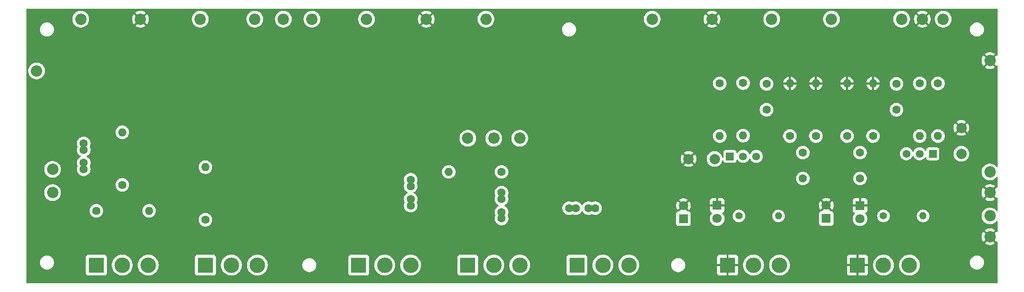
<source format=gbr>
%TF.GenerationSoftware,KiCad,Pcbnew,9.0.0*%
%TF.CreationDate,2025-02-28T17:27:40-06:00*%
%TF.ProjectId,Block-amp-front,426c6f63-6b2d-4616-9d70-2d66726f6e74,v0.1*%
%TF.SameCoordinates,Original*%
%TF.FileFunction,Copper,L4,Inr*%
%TF.FilePolarity,Positive*%
%FSLAX46Y46*%
G04 Gerber Fmt 4.6, Leading zero omitted, Abs format (unit mm)*
G04 Created by KiCad (PCBNEW 9.0.0) date 2025-02-28 17:27:40*
%MOMM*%
%LPD*%
G01*
G04 APERTURE LIST*
%TA.AperFunction,ComponentPad*%
%ADD10C,2.200000*%
%TD*%
%TA.AperFunction,ComponentPad*%
%ADD11C,1.600000*%
%TD*%
%TA.AperFunction,ComponentPad*%
%ADD12O,1.600000X1.600000*%
%TD*%
%TA.AperFunction,ComponentPad*%
%ADD13R,1.800000X1.800000*%
%TD*%
%TA.AperFunction,ComponentPad*%
%ADD14C,1.800000*%
%TD*%
%TA.AperFunction,ComponentPad*%
%ADD15R,3.000000X3.000000*%
%TD*%
%TA.AperFunction,ComponentPad*%
%ADD16C,3.000000*%
%TD*%
%TA.AperFunction,ComponentPad*%
%ADD17C,1.400000*%
%TD*%
%TA.AperFunction,ComponentPad*%
%ADD18O,1.400000X1.400000*%
%TD*%
%TA.AperFunction,ComponentPad*%
%ADD19R,1.500000X1.500000*%
%TD*%
%TA.AperFunction,ComponentPad*%
%ADD20C,1.500000*%
%TD*%
%TA.AperFunction,ComponentPad*%
%ADD21C,2.000000*%
%TD*%
%TA.AperFunction,ViaPad*%
%ADD22C,0.700000*%
%TD*%
G04 APERTURE END LIST*
D10*
%TO.N,GND*%
%TO.C,J26*%
X206000000Y-135500000D03*
%TD*%
%TO.N,/Bal_2_Transformer*%
%TO.C,J27*%
X206000000Y-131500000D03*
%TD*%
D11*
%TO.N,+30V*%
%TO.C,R10*%
X192500000Y-105920000D03*
D12*
%TO.N,Net-(Q2-G)*%
X192500000Y-116080000D03*
%TD*%
D11*
%TO.N,Net-(Q1-G)*%
%TO.C,C5*%
X163000000Y-111000000D03*
%TO.N,Net-(J32-Pin_1)*%
X163000000Y-106000000D03*
%TD*%
D13*
%TO.N,GND*%
%TO.C,D4*%
X153500000Y-129460000D03*
D14*
%TO.N,Net-(D3-K)*%
X153500000Y-132000000D03*
%TD*%
D13*
%TO.N,GND*%
%TO.C,D2*%
X181000000Y-129500000D03*
D14*
%TO.N,Net-(D1-K)*%
X181000000Y-132040000D03*
%TD*%
D13*
%TO.N,Net-(D1-K)*%
%TO.C,D1*%
X174500000Y-132000000D03*
D14*
%TO.N,GND*%
X174500000Y-129460000D03*
%TD*%
D10*
%TO.N,+30V*%
%TO.C,J12*%
X164000000Y-93500000D03*
%TD*%
%TO.N,GND*%
%TO.C,J29*%
X206000000Y-127000000D03*
%TD*%
D11*
%TO.N,+30V*%
%TO.C,R15*%
X154000000Y-105920000D03*
D12*
%TO.N,Net-(Q1-D)*%
X154000000Y-116080000D03*
%TD*%
D10*
%TO.N,GND*%
%TO.C,J5*%
X97500000Y-93500000D03*
%TD*%
D11*
%TO.N,Net-(Q1-S)*%
%TO.C,R12*%
X172500000Y-116080000D03*
D12*
%TO.N,GND*%
X172500000Y-105920000D03*
%TD*%
D15*
%TO.N,Net-(C4-Pad2)*%
%TO.C,RV3*%
X84500000Y-141000000D03*
D16*
%TO.N,Net-(J21-Pin_1)*%
X89500000Y-141000000D03*
%TO.N,Net-(C2-Pad2)*%
X94500000Y-141000000D03*
%TD*%
D10*
%TO.N,+9V*%
%TO.C,J9*%
X141000000Y-93500000D03*
%TD*%
%TO.N,+30V*%
%TO.C,J11*%
X109000000Y-93500000D03*
%TD*%
%TO.N,+9V*%
%TO.C,J7*%
X31000000Y-93500000D03*
%TD*%
D15*
%TO.N,Net-(R3-Pad1)*%
%TO.C,RV2*%
X55000000Y-141000000D03*
D16*
%TO.N,Net-(J18-Pin_1)*%
X60000000Y-141000000D03*
%TO.N,Net-(J19-Pin_1)*%
X65000000Y-141000000D03*
%TD*%
D10*
%TO.N,/Unbal_2_transformer*%
%TO.C,J30*%
X206000000Y-123000000D03*
%TD*%
D15*
%TO.N,Net-(J22-Pin_1)*%
%TO.C,RV4*%
X105500000Y-141000000D03*
D16*
%TO.N,Net-(C3-Pad2)*%
X110500000Y-141000000D03*
%TO.N,Net-(RV4-Pad3)*%
X115500000Y-141000000D03*
%TD*%
D10*
%TO.N,Net-(J18-Pin_1)*%
%TO.C,J18*%
X70000000Y-93500000D03*
%TD*%
D11*
%TO.N,Net-(C3-Pad1)*%
%TO.C,R4*%
X112000000Y-123000000D03*
D12*
%TO.N,Net-(J20-Pin_1)*%
X101840000Y-123000000D03*
%TD*%
D11*
%TO.N,Net-(R3-Pad1)*%
%TO.C,R3*%
X55000000Y-132250000D03*
D12*
%TO.N,Net-(J17-Pin_1)*%
X55000000Y-122090000D03*
%TD*%
D10*
%TO.N,Net-(J17-Pin_1)*%
%TO.C,J17*%
X64500000Y-93500000D03*
%TD*%
D17*
%TO.N,Net-(D3-K)*%
%TO.C,R7*%
X157690000Y-131500000D03*
D18*
%TO.N,/Unbal_2_transformer*%
X165310000Y-131500000D03*
%TD*%
D10*
%TO.N,+30V*%
%TO.C,J10*%
X54000000Y-93500000D03*
%TD*%
%TO.N,Net-(J19-Pin_1)*%
%TO.C,J19*%
X75500000Y-93500000D03*
%TD*%
D11*
%TO.N,Net-(J20-Pin_1)*%
%TO.C,C2*%
X94500000Y-124500000D03*
X94500000Y-125750000D03*
%TO.N,Net-(C2-Pad2)*%
X94500000Y-128250000D03*
X94500000Y-129500000D03*
%TD*%
D10*
%TO.N,Net-(J22-Pin_1)*%
%TO.C,J22*%
X110500000Y-116500000D03*
%TD*%
%TO.N,+9V*%
%TO.C,J8*%
X86000000Y-93500000D03*
%TD*%
D19*
%TO.N,Net-(Q1-D)*%
%TO.C,Q1*%
X155960000Y-120000000D03*
D20*
%TO.N,Net-(Q1-G)*%
X158500000Y-120000000D03*
%TO.N,Net-(Q1-S)*%
X161040000Y-120000000D03*
%TD*%
D10*
%TO.N,GND*%
%TO.C,J4*%
X42500000Y-93500000D03*
%TD*%
D19*
%TO.N,Net-(Q2-D)*%
%TO.C,Q2*%
X195000000Y-119500000D03*
D20*
%TO.N,Net-(Q2-G)*%
X192460000Y-119500000D03*
%TO.N,Net-(Q2-S)*%
X189920000Y-119500000D03*
%TD*%
D15*
%TO.N,GND*%
%TO.C,RV7*%
X180500000Y-141000000D03*
D16*
%TO.N,/Bal_2_Transformer*%
X185500000Y-141000000D03*
%TO.N,Net-(C7-Pad1)*%
X190500000Y-141000000D03*
%TD*%
D15*
%TO.N,Net-(RV4-Pad3)*%
%TO.C,RV5*%
X126500000Y-141000000D03*
D16*
%TO.N,Net-(C4-Pad2)*%
X131500000Y-141000000D03*
X136500000Y-141000000D03*
%TD*%
D10*
%TO.N,Net-(J16-Pin_1)*%
%TO.C,J16*%
X25580000Y-122500000D03*
%TD*%
D21*
%TO.N,GND*%
%TO.C,C9*%
X200500000Y-114500000D03*
%TO.N,Net-(Q2-D)*%
X200500000Y-119500000D03*
%TD*%
%TO.N,GND*%
%TO.C,C10*%
X148000000Y-120500000D03*
%TO.N,Net-(Q1-D)*%
X153000000Y-120500000D03*
%TD*%
D11*
%TO.N,Net-(Q2-G)*%
%TO.C,R11*%
X183500000Y-116080000D03*
D12*
%TO.N,GND*%
X183500000Y-105920000D03*
%TD*%
D11*
%TO.N,Net-(C7-Pad1)*%
%TO.C,C7*%
X181000000Y-124260000D03*
%TO.N,Net-(Q2-S)*%
X181000000Y-119260000D03*
%TD*%
D15*
%TO.N,GND*%
%TO.C,RV8*%
X155500000Y-141000000D03*
D16*
%TO.N,/Unbal_2_transformer*%
X160500000Y-141000000D03*
%TO.N,Net-(C8-Pad1)*%
X165500000Y-141000000D03*
%TD*%
D10*
%TO.N,+30V*%
%TO.C,J3*%
X189000000Y-93500000D03*
%TD*%
D15*
%TO.N,Net-(J16-Pin_1)*%
%TO.C,RV1*%
X34000000Y-141000000D03*
D16*
%TO.N,Net-(R2-Pad1)*%
X39000000Y-141000000D03*
%TO.N,Net-(J14-Pin_1)*%
X44000000Y-141000000D03*
%TD*%
D11*
%TO.N,+30V*%
%TO.C,R8*%
X158500000Y-105840000D03*
D12*
%TO.N,Net-(Q1-G)*%
X158500000Y-116000000D03*
%TD*%
D17*
%TO.N,Net-(D1-K)*%
%TO.C,R6*%
X185500000Y-131500000D03*
D18*
%TO.N,/Bal_2_Transformer*%
X193120000Y-131500000D03*
%TD*%
D11*
%TO.N,+30V*%
%TO.C,R14*%
X196000000Y-105920000D03*
D12*
%TO.N,Net-(Q2-D)*%
X196000000Y-116080000D03*
%TD*%
D10*
%TO.N,Net-(J20-Pin_1)*%
%TO.C,J20*%
X105500000Y-116500000D03*
%TD*%
D13*
%TO.N,Net-(D3-K)*%
%TO.C,D3*%
X147000000Y-132040000D03*
D14*
%TO.N,GND*%
X147000000Y-129500000D03*
%TD*%
D11*
%TO.N,Net-(Q1-G)*%
%TO.C,R9*%
X167500000Y-116080000D03*
D12*
%TO.N,GND*%
X167500000Y-105920000D03*
%TD*%
D10*
%TO.N,Net-(J32-Pin_1)*%
%TO.C,J32*%
X175500000Y-93500000D03*
%TD*%
D11*
%TO.N,Net-(C8-Pad1)*%
%TO.C,C8*%
X170000000Y-124260000D03*
%TO.N,Net-(Q1-S)*%
X170000000Y-119260000D03*
%TD*%
%TO.N,Net-(R2-Pad1)*%
%TO.C,R2*%
X39000000Y-125500000D03*
D12*
%TO.N,Net-(J13-Pin_1)*%
X39000000Y-115340000D03*
%TD*%
D11*
%TO.N,Net-(C3-Pad1)*%
%TO.C,C3*%
X112000000Y-127000000D03*
X112000000Y-128250000D03*
%TO.N,Net-(C3-Pad2)*%
X112000000Y-130750000D03*
X112000000Y-132000000D03*
%TD*%
D10*
%TO.N,GND*%
%TO.C,J1*%
X193000000Y-93500000D03*
%TD*%
%TO.N,GND*%
%TO.C,J6*%
X152500000Y-93500000D03*
%TD*%
%TO.N,Net-(J14-Pin_1)*%
%TO.C,J14*%
X25580000Y-127000000D03*
%TD*%
D11*
%TO.N,Net-(Q2-S)*%
%TO.C,R13*%
X178500000Y-116080000D03*
D12*
%TO.N,GND*%
X178500000Y-105920000D03*
%TD*%
D11*
%TO.N,Net-(Q2-G)*%
%TO.C,C6*%
X188000000Y-111000000D03*
%TO.N,Net-(J32-Pin_1)*%
X188000000Y-106000000D03*
%TD*%
D10*
%TO.N,+9V*%
%TO.C,J2*%
X197000000Y-93500000D03*
%TD*%
D11*
%TO.N,Net-(C3-Pad1)*%
%TO.C,C4*%
X125000000Y-130000000D03*
X126250000Y-130000000D03*
%TO.N,Net-(C4-Pad2)*%
X128750000Y-130000000D03*
X130000000Y-130000000D03*
%TD*%
D10*
%TO.N,Net-(J21-Pin_1)*%
%TO.C,J21*%
X115500000Y-116500000D03*
%TD*%
D11*
%TO.N,Net-(J13-Pin_1)*%
%TO.C,C1*%
X31580000Y-117500000D03*
X31580000Y-118750000D03*
%TO.N,Net-(J16-Pin_1)*%
X31580000Y-121250000D03*
X31580000Y-122500000D03*
%TD*%
D10*
%TO.N,Net-(J13-Pin_1)*%
%TO.C,J13*%
X22500000Y-103500000D03*
%TD*%
%TO.N,GND*%
%TO.C,J28*%
X206000000Y-101500000D03*
%TD*%
D11*
%TO.N,Net-(J16-Pin_1)*%
%TO.C,R1*%
X34000000Y-130500000D03*
D12*
%TO.N,Net-(J14-Pin_1)*%
X44160000Y-130500000D03*
%TD*%
D22*
%TO.N,GND*%
X101000000Y-119000000D03*
X103000000Y-117000000D03*
X207000000Y-99500000D03*
X206000000Y-99500000D03*
X205000000Y-99500000D03*
X205000000Y-103500000D03*
X206000000Y-103500000D03*
X207000000Y-103500000D03*
X142500000Y-133000000D03*
X150500000Y-127500000D03*
X157000000Y-128500000D03*
X175500000Y-114500000D03*
X162500000Y-99000000D03*
X175500000Y-95500000D03*
X186500000Y-93500000D03*
X184500000Y-96000000D03*
X187500000Y-102000000D03*
X190500000Y-101500000D03*
X187500000Y-97500000D03*
X190500000Y-99500000D03*
X197500000Y-104500000D03*
X195500000Y-102000000D03*
X195500000Y-98500000D03*
X198500000Y-96500000D03*
X198500000Y-100500000D03*
X201000000Y-103000000D03*
X201000000Y-107500000D03*
X68500000Y-117000000D03*
X68500000Y-120500000D03*
X67500000Y-124000000D03*
X65000000Y-126500000D03*
X63000000Y-128500000D03*
X60500000Y-131000000D03*
X77000000Y-124000000D03*
X77000000Y-120500000D03*
X77000000Y-117000000D03*
X77000000Y-113500000D03*
X74000000Y-113500000D03*
X74000000Y-117000000D03*
X74000000Y-120500000D03*
X74000000Y-124500000D03*
X72500000Y-126000000D03*
X70000000Y-128500000D03*
X67500000Y-131000000D03*
X76500000Y-126000000D03*
X74000000Y-128500000D03*
X71500000Y-131000000D03*
X69000000Y-133500000D03*
X65000000Y-133500000D03*
X58500000Y-133500000D03*
X62000000Y-133500000D03*
X64500000Y-131000000D03*
X67000000Y-128500000D03*
X69000000Y-126500000D03*
X71500000Y-124500000D03*
X71500000Y-120500000D03*
X71500000Y-117000000D03*
X71500000Y-113500000D03*
X68500000Y-113500000D03*
X63000000Y-113500000D03*
X65500000Y-115000000D03*
X63000000Y-117500000D03*
X60000000Y-119500000D03*
X60000000Y-116500000D03*
X56500000Y-116500000D03*
X54500000Y-117500000D03*
X193500000Y-95500000D03*
X191500000Y-95500000D03*
X192500000Y-95500000D03*
X194500000Y-95500000D03*
X21500000Y-100500000D03*
X201000000Y-123500000D03*
X170500000Y-128500000D03*
X119000000Y-122500000D03*
X131000000Y-122500000D03*
X142000000Y-122500000D03*
X202500000Y-110000000D03*
X198500000Y-110000000D03*
X194246251Y-104458650D03*
X194270000Y-107200000D03*
X194500000Y-110000000D03*
X190000000Y-110000000D03*
X190000000Y-107000000D03*
X186000000Y-110000000D03*
X181000000Y-110000000D03*
X175500000Y-110000000D03*
X170000000Y-110000000D03*
X161000000Y-110000000D03*
X165000000Y-110000000D03*
X161000000Y-107000000D03*
X156250000Y-104550000D03*
X156250000Y-107250000D03*
X156500000Y-110000000D03*
X150000000Y-110000000D03*
X150000000Y-107000000D03*
X145000000Y-110000000D03*
X145000000Y-107000000D03*
X125000000Y-110000000D03*
X130000000Y-110000000D03*
X135000000Y-110000000D03*
X140000000Y-110000000D03*
X140000000Y-107000000D03*
X135000000Y-107000000D03*
X130000000Y-107000000D03*
X125000000Y-107000000D03*
X120000000Y-110000000D03*
X120000000Y-107000000D03*
X116500000Y-107000000D03*
X116500000Y-110000000D03*
X113000000Y-107000000D03*
X110000000Y-107000000D03*
X107000000Y-107000000D03*
X104000000Y-107000000D03*
X101000000Y-107000000D03*
X113000000Y-110000000D03*
X110000000Y-110000000D03*
X107000000Y-110000000D03*
X104000000Y-110000000D03*
X101000000Y-110000000D03*
X98000000Y-110000000D03*
X98000000Y-107000000D03*
X94500000Y-110000000D03*
X94500000Y-107000000D03*
X90000000Y-110000000D03*
X84500000Y-104500000D03*
X87500000Y-104500000D03*
X90000000Y-107000000D03*
X85500000Y-110000000D03*
X81000000Y-110000000D03*
X85500000Y-107000000D03*
X81000000Y-107000000D03*
X77000000Y-110000000D03*
X77000000Y-107000000D03*
X71500000Y-110000000D03*
X74000000Y-110000000D03*
X74000000Y-107000000D03*
X71500000Y-107000000D03*
X58500000Y-107000000D03*
X58500000Y-110000000D03*
X68500000Y-110000000D03*
X68500000Y-107000000D03*
X66000000Y-107000000D03*
X66000000Y-110000000D03*
X63000000Y-110000000D03*
X63000000Y-107000000D03*
X53500000Y-107000000D03*
X53500000Y-110000000D03*
X47500000Y-110000000D03*
X47500000Y-107000000D03*
X42000000Y-107000000D03*
X42000000Y-110000000D03*
X37000000Y-109500000D03*
X39000000Y-107000000D03*
X36000000Y-104000000D03*
X33492163Y-105500000D03*
X29500000Y-101500000D03*
X32500000Y-100500000D03*
X81000000Y-102000000D03*
X81000000Y-99000000D03*
X59500000Y-102000000D03*
X57000000Y-102000000D03*
X54500000Y-101500000D03*
X52500000Y-99500000D03*
X52500000Y-97500000D03*
X52500000Y-95000000D03*
X55500000Y-95000000D03*
X55500000Y-97500000D03*
X57000000Y-99000000D03*
X59500000Y-99000000D03*
X59000000Y-92000000D03*
X66000000Y-95500000D03*
X63000000Y-95500000D03*
X63000000Y-99000000D03*
X63000000Y-102000000D03*
X68500000Y-102000000D03*
X66000000Y-102000000D03*
X66000000Y-99000000D03*
X68500000Y-99000000D03*
X68500000Y-95500000D03*
X71500000Y-95500000D03*
X74000000Y-95500000D03*
X77000000Y-95500000D03*
X74000000Y-99000000D03*
X71500000Y-99000000D03*
X71500000Y-102000000D03*
X74000000Y-102000000D03*
X77000000Y-102000000D03*
X77000000Y-99000000D03*
X84500000Y-102000000D03*
X84500000Y-99000000D03*
X87578924Y-95500000D03*
X101000000Y-99000000D03*
X96000000Y-99000000D03*
X90500000Y-99000000D03*
X87500000Y-99000000D03*
X87500000Y-102000000D03*
X90500000Y-102000000D03*
X96000000Y-102000000D03*
X101000000Y-102000000D03*
X106000000Y-102000000D03*
X106000000Y-99000000D03*
X108500000Y-99000000D03*
X107500000Y-97000000D03*
X106500000Y-93500000D03*
X111500000Y-93500000D03*
X110500000Y-97000000D03*
X112500000Y-99000000D03*
X115000000Y-99000000D03*
X120000000Y-99000000D03*
X110000000Y-102000000D03*
X115000000Y-102000000D03*
X120000000Y-102000000D03*
X124500000Y-102000000D03*
X124500000Y-99000000D03*
X129500000Y-99000000D03*
X129500000Y-102000000D03*
X134500000Y-102000000D03*
X134500000Y-99000000D03*
X139500000Y-102000000D03*
X139500000Y-99000000D03*
X142500000Y-99000000D03*
X142500000Y-102000000D03*
X162000000Y-138500000D03*
X41000000Y-129500000D03*
X100000000Y-92000000D03*
X33000000Y-113000000D03*
X170000000Y-96000000D03*
X174000000Y-96500000D03*
X96000000Y-137500000D03*
X150000000Y-134500000D03*
X161000000Y-104760000D03*
X100500000Y-114000000D03*
X104000000Y-134500000D03*
X144000000Y-93500000D03*
X63500000Y-136000000D03*
X107000000Y-128500000D03*
X37500000Y-136000000D03*
X88000000Y-119500000D03*
X185500000Y-105500000D03*
X56500000Y-136000000D03*
X197000000Y-118000000D03*
X93000000Y-115500000D03*
X181000000Y-96000000D03*
X150000000Y-93000000D03*
X119000000Y-129500000D03*
X168500000Y-102000000D03*
X91000000Y-122500000D03*
X32500000Y-132000000D03*
X198000000Y-135500000D03*
X159000000Y-138500000D03*
X182500000Y-122500000D03*
X26000000Y-109000000D03*
X29000000Y-143500000D03*
X28000000Y-121000000D03*
X136000000Y-116500000D03*
X29500000Y-98500000D03*
X104000000Y-137500000D03*
X170000000Y-106760000D03*
X172000000Y-125500000D03*
X53630000Y-123900000D03*
X105500000Y-119000000D03*
X165500000Y-107260000D03*
X32500000Y-95500000D03*
X28500000Y-107000000D03*
X186000000Y-111260000D03*
X204000000Y-121500000D03*
X181000000Y-106760000D03*
X155000000Y-93000000D03*
X30000000Y-116000000D03*
X66500000Y-136000000D03*
X28000000Y-111000000D03*
X106500000Y-114000000D03*
X161000000Y-111000000D03*
X194000000Y-117500000D03*
X42500000Y-126500000D03*
X104000000Y-131500000D03*
X88000000Y-116500000D03*
X107000000Y-137500000D03*
X81000000Y-93000000D03*
X161000000Y-93500000D03*
X165500000Y-96000000D03*
X42500000Y-136000000D03*
X32500000Y-98500000D03*
X175500000Y-105760000D03*
X167000000Y-138500000D03*
X93000000Y-137500000D03*
X155000000Y-94000000D03*
X150000000Y-95000000D03*
X53500000Y-136000000D03*
X187500000Y-137000000D03*
X111000000Y-111000000D03*
X53500000Y-133500000D03*
X113500000Y-137500000D03*
X49500000Y-134500000D03*
X147500000Y-99000000D03*
X34000000Y-122500000D03*
X125500000Y-116500000D03*
X83000000Y-138000000D03*
X45500000Y-136000000D03*
X193500000Y-140500000D03*
X93000000Y-134500000D03*
X162500000Y-117500000D03*
X117000000Y-114000000D03*
X138000000Y-93500000D03*
X182000000Y-98500000D03*
X99000000Y-111000000D03*
X160500000Y-115500000D03*
X88000000Y-125500000D03*
X194633877Y-125726547D03*
X110500000Y-134500000D03*
X123500000Y-137500000D03*
X97000000Y-121500000D03*
X104000000Y-125500000D03*
X200500000Y-143500000D03*
X186000000Y-125500000D03*
X153500000Y-99000000D03*
X156500000Y-123000000D03*
X126000000Y-135000000D03*
X21500000Y-132000000D03*
X195000000Y-133000000D03*
X200500000Y-117500000D03*
X201000000Y-130000000D03*
X91000000Y-125500000D03*
X204000000Y-128000000D03*
X91000000Y-134500000D03*
X179000000Y-99000000D03*
X162500000Y-132500000D03*
X164000000Y-129000000D03*
X181000000Y-105760000D03*
X45500000Y-132000000D03*
X130000000Y-138500000D03*
X33000000Y-116000000D03*
X183500000Y-138500000D03*
X100500000Y-124500000D03*
X107000000Y-122000000D03*
X198000000Y-133000000D03*
X28000000Y-126500000D03*
X56500000Y-133500000D03*
X186000000Y-117500000D03*
X94500000Y-114000000D03*
X153500000Y-102000000D03*
X39000000Y-113000000D03*
X189500000Y-117500000D03*
X168000000Y-123000000D03*
X168000000Y-113500000D03*
X166000000Y-99000000D03*
X183500000Y-128500000D03*
X171500000Y-102000000D03*
X41000000Y-115500000D03*
X128500000Y-133000000D03*
X182000000Y-102000000D03*
X164000000Y-138500000D03*
X204000000Y-126000000D03*
X88000000Y-131500000D03*
X56500000Y-130500000D03*
X30000000Y-113000000D03*
X21500000Y-111500000D03*
X115000000Y-129500000D03*
X181000000Y-111260000D03*
X100500000Y-121500000D03*
X121000000Y-142500000D03*
X95000000Y-94000000D03*
X165000000Y-111260000D03*
X56370000Y-123900000D03*
X129500000Y-143000000D03*
X175500000Y-104760000D03*
X88000000Y-128500000D03*
X195000000Y-130000000D03*
X170500000Y-143500000D03*
X123500000Y-133000000D03*
X110500000Y-125000000D03*
X202000000Y-127000000D03*
X128000000Y-127000000D03*
X199000000Y-121000000D03*
X171500000Y-99000000D03*
X206500000Y-92500000D03*
X168500000Y-99000000D03*
X26500000Y-105000000D03*
X100000000Y-137500000D03*
X206500000Y-112000000D03*
X21500000Y-120000000D03*
X175500000Y-99000000D03*
X166000000Y-126000000D03*
X91500000Y-113000000D03*
X53630000Y-130440000D03*
X190500000Y-125500000D03*
X170000000Y-105760000D03*
X107000000Y-131500000D03*
X29500000Y-95500000D03*
X197500000Y-114500000D03*
X193500000Y-143500000D03*
X198000000Y-130000000D03*
X91000000Y-128500000D03*
X114500000Y-120500000D03*
X107000000Y-134500000D03*
X138000000Y-138500000D03*
X121000000Y-139500000D03*
X100000000Y-134500000D03*
X36000000Y-126500000D03*
X206500000Y-143500000D03*
X103500000Y-114000000D03*
X40000000Y-95000000D03*
X199000000Y-125500000D03*
X32500000Y-129500000D03*
X119500000Y-93000000D03*
X166000000Y-117500000D03*
X96000000Y-134500000D03*
X204000000Y-130000000D03*
X163500000Y-102000000D03*
X42500000Y-132000000D03*
X155000000Y-92000000D03*
X201000000Y-133000000D03*
X91000000Y-137500000D03*
X173000000Y-93000000D03*
X181000000Y-117000000D03*
X120000000Y-137500000D03*
X97500000Y-114000000D03*
X113500000Y-125000000D03*
X191500000Y-137500000D03*
X114000000Y-111000000D03*
X159500000Y-123000000D03*
X40500000Y-136000000D03*
X204000000Y-134500000D03*
X206500000Y-138000000D03*
X91000000Y-119500000D03*
X166000000Y-134500000D03*
X150000000Y-92000000D03*
X168000000Y-120500000D03*
X95000000Y-122500000D03*
X193000000Y-114000000D03*
X116500000Y-134500000D03*
X45000000Y-92000000D03*
X182500000Y-125500000D03*
X167500000Y-93500000D03*
X204000000Y-133500000D03*
X179500000Y-125500000D03*
X40000000Y-93000000D03*
X123500000Y-139500000D03*
X189000000Y-128500000D03*
X116500000Y-137500000D03*
X61500000Y-136000000D03*
X40000000Y-92000000D03*
X188500000Y-121000000D03*
X190000000Y-105500000D03*
X141500000Y-143500000D03*
X86000000Y-138000000D03*
X170500000Y-116000000D03*
X93000000Y-131500000D03*
X100000000Y-93000000D03*
X190000000Y-134500000D03*
X113000000Y-116500000D03*
X158500000Y-143500000D03*
X35500000Y-136000000D03*
X159000000Y-99000000D03*
X28000000Y-124000000D03*
X170500000Y-131500000D03*
X165500000Y-115500000D03*
X85000000Y-95500000D03*
X160500000Y-134500000D03*
X178000000Y-93000000D03*
X183500000Y-143500000D03*
X105000000Y-111000000D03*
X163000000Y-120500000D03*
X90000000Y-114500000D03*
X175500000Y-134500000D03*
X89000000Y-92500000D03*
X135500000Y-128000000D03*
X162500000Y-96000000D03*
X110500000Y-137500000D03*
X204000000Y-136500000D03*
X204000000Y-125000000D03*
X93500000Y-111000000D03*
X123000000Y-127000000D03*
X132000000Y-132500000D03*
X159000000Y-102000000D03*
X48000000Y-120000000D03*
X193000000Y-124000000D03*
X102000000Y-111000000D03*
X175500000Y-143500000D03*
X109500000Y-114000000D03*
X58500000Y-136000000D03*
X176000000Y-125500000D03*
X115000000Y-127000000D03*
X172500000Y-118500000D03*
X104000000Y-120500000D03*
X118000000Y-142500000D03*
X158000000Y-113500000D03*
X118000000Y-139500000D03*
X31000000Y-109500000D03*
X204000000Y-135500000D03*
X32500000Y-136000000D03*
X53630000Y-120500000D03*
X49500000Y-143500000D03*
X129500000Y-93000000D03*
X188500000Y-123000000D03*
X35425000Y-129500000D03*
X182500000Y-121000000D03*
X91000000Y-117500000D03*
X188000000Y-113000000D03*
X170000000Y-104760000D03*
X188000000Y-143500000D03*
X123500000Y-142500000D03*
X45000000Y-93000000D03*
X56500000Y-120500000D03*
X183500000Y-113500000D03*
X190500000Y-115500000D03*
X164500000Y-134500000D03*
X206500000Y-118000000D03*
X157000000Y-117500000D03*
X160000000Y-117500000D03*
X175500000Y-111260000D03*
X168000000Y-132500000D03*
X100000000Y-94000000D03*
X168000000Y-128500000D03*
X21500000Y-92500000D03*
X150000000Y-94000000D03*
X190000000Y-111260000D03*
X170000000Y-111260000D03*
X97000000Y-125000000D03*
X96000000Y-131500000D03*
X170500000Y-134500000D03*
X193500000Y-128500000D03*
X40000000Y-94000000D03*
X88000000Y-137500000D03*
X45000000Y-94000000D03*
X88000000Y-134500000D03*
X21500000Y-143500000D03*
X194500000Y-134500000D03*
X162500000Y-136500000D03*
X133000000Y-135500000D03*
X107000000Y-125500000D03*
X84500000Y-135500000D03*
X175500000Y-106760000D03*
X163000000Y-113500000D03*
X185500000Y-107260000D03*
X95000000Y-92000000D03*
X207000000Y-129000000D03*
X181000000Y-104760000D03*
X191500000Y-132500000D03*
X91000000Y-131500000D03*
X27500000Y-129500000D03*
X134000000Y-142500000D03*
X119000000Y-127000000D03*
X113000000Y-143500000D03*
X108000000Y-111000000D03*
X169000000Y-117500000D03*
X39000000Y-117500000D03*
X100000000Y-143500000D03*
X120000000Y-134500000D03*
X165500000Y-105500000D03*
X95000000Y-93000000D03*
X177000000Y-96500000D03*
X175500000Y-117260000D03*
X163000000Y-123000000D03*
X177500000Y-128500000D03*
X36000000Y-119000000D03*
X35500000Y-132000000D03*
X112500000Y-114000000D03*
X104000000Y-128500000D03*
X45000000Y-95000000D03*
X88000000Y-122500000D03*
X175500000Y-102000000D03*
X150500000Y-143500000D03*
X108500000Y-143500000D03*
X113500000Y-134500000D03*
X196000000Y-138000000D03*
X204000000Y-127000000D03*
X133000000Y-138500000D03*
X32500000Y-126500000D03*
X178500000Y-118500000D03*
X122500000Y-129500000D03*
X155000000Y-95000000D03*
X185500000Y-115500000D03*
X44500000Y-128500000D03*
X109500000Y-119500000D03*
X134000000Y-139500000D03*
X100000000Y-95000000D03*
X147500000Y-102000000D03*
X96000000Y-111000000D03*
X36000000Y-116000000D03*
X130000000Y-135500000D03*
X179000000Y-102000000D03*
X29000000Y-134000000D03*
X197148101Y-128262613D03*
X24000000Y-107000000D03*
X95000000Y-95000000D03*
X108000000Y-116500000D03*
%TD*%
%TA.AperFunction,Conductor*%
%TO.N,GND*%
G36*
X207442539Y-91520185D02*
G01*
X207488294Y-91572989D01*
X207499500Y-91624500D01*
X207499500Y-100460167D01*
X207479815Y-100527206D01*
X207427011Y-100572961D01*
X207357853Y-100582905D01*
X207294297Y-100553880D01*
X207275182Y-100533053D01*
X207264496Y-100518346D01*
X207264495Y-100518345D01*
X206506154Y-101276686D01*
X206440110Y-101162292D01*
X206337708Y-101059890D01*
X206223312Y-100993844D01*
X206981653Y-100235503D01*
X206981652Y-100235502D01*
X206838586Y-100131559D01*
X206614184Y-100017219D01*
X206374669Y-99939397D01*
X206125928Y-99900000D01*
X205874072Y-99900000D01*
X205625330Y-99939397D01*
X205385815Y-100017219D01*
X205161420Y-100131555D01*
X205018346Y-100235503D01*
X205776687Y-100993844D01*
X205662292Y-101059890D01*
X205559890Y-101162292D01*
X205493844Y-101276687D01*
X204735503Y-100518346D01*
X204631555Y-100661420D01*
X204517219Y-100885815D01*
X204439397Y-101125330D01*
X204400000Y-101374071D01*
X204400000Y-101625928D01*
X204439397Y-101874669D01*
X204517219Y-102114184D01*
X204631559Y-102338586D01*
X204735502Y-102481652D01*
X204735503Y-102481653D01*
X205493844Y-101723312D01*
X205559890Y-101837708D01*
X205662292Y-101940110D01*
X205776686Y-102006154D01*
X205018345Y-102764495D01*
X205018346Y-102764497D01*
X205161413Y-102868440D01*
X205385815Y-102982780D01*
X205625330Y-103060602D01*
X205874072Y-103100000D01*
X206125928Y-103100000D01*
X206374669Y-103060602D01*
X206614184Y-102982780D01*
X206838583Y-102868442D01*
X206981652Y-102764495D01*
X206981653Y-102764495D01*
X206223313Y-102006154D01*
X206337708Y-101940110D01*
X206440110Y-101837708D01*
X206506155Y-101723313D01*
X207264495Y-102481653D01*
X207264496Y-102481652D01*
X207275182Y-102466945D01*
X207330512Y-102424279D01*
X207400125Y-102418300D01*
X207461920Y-102450906D01*
X207496277Y-102511744D01*
X207499500Y-102539830D01*
X207499500Y-121959317D01*
X207479815Y-122026356D01*
X207427011Y-122072111D01*
X207357853Y-122082055D01*
X207294297Y-122053030D01*
X207275182Y-122032203D01*
X207220794Y-121957345D01*
X207042654Y-121779205D01*
X207042649Y-121779201D01*
X206838848Y-121631132D01*
X206838847Y-121631131D01*
X206838845Y-121631130D01*
X206759646Y-121590776D01*
X206614383Y-121516760D01*
X206374785Y-121438910D01*
X206125962Y-121399500D01*
X205874038Y-121399500D01*
X205807359Y-121410061D01*
X205625214Y-121438910D01*
X205385616Y-121516760D01*
X205161151Y-121631132D01*
X204957350Y-121779201D01*
X204957345Y-121779205D01*
X204779205Y-121957345D01*
X204779201Y-121957350D01*
X204631132Y-122161151D01*
X204516760Y-122385616D01*
X204438910Y-122625214D01*
X204438910Y-122625215D01*
X204399500Y-122874038D01*
X204399500Y-123125962D01*
X204408314Y-123181610D01*
X204438910Y-123374785D01*
X204516760Y-123614383D01*
X204631132Y-123838848D01*
X204779201Y-124042649D01*
X204779205Y-124042654D01*
X204957345Y-124220794D01*
X204957350Y-124220798D01*
X205135117Y-124349952D01*
X205161155Y-124368870D01*
X205304184Y-124441747D01*
X205385616Y-124483239D01*
X205385618Y-124483239D01*
X205385621Y-124483241D01*
X205625215Y-124561090D01*
X205874038Y-124600500D01*
X205874039Y-124600500D01*
X206125961Y-124600500D01*
X206125962Y-124600500D01*
X206374785Y-124561090D01*
X206614379Y-124483241D01*
X206838845Y-124368870D01*
X207042656Y-124220793D01*
X207220793Y-124042656D01*
X207257618Y-123991971D01*
X207275182Y-123967797D01*
X207330512Y-123925131D01*
X207400125Y-123919152D01*
X207461920Y-123951757D01*
X207496277Y-124012596D01*
X207499500Y-124040682D01*
X207499500Y-125960167D01*
X207479815Y-126027206D01*
X207427011Y-126072961D01*
X207357853Y-126082905D01*
X207294297Y-126053880D01*
X207275182Y-126033053D01*
X207264496Y-126018346D01*
X207264495Y-126018345D01*
X206506154Y-126776686D01*
X206440110Y-126662292D01*
X206337708Y-126559890D01*
X206223312Y-126493844D01*
X206981653Y-125735503D01*
X206981652Y-125735502D01*
X206838586Y-125631559D01*
X206614184Y-125517219D01*
X206374669Y-125439397D01*
X206125928Y-125400000D01*
X205874072Y-125400000D01*
X205625330Y-125439397D01*
X205385815Y-125517219D01*
X205161420Y-125631555D01*
X205018346Y-125735503D01*
X205776687Y-126493844D01*
X205662292Y-126559890D01*
X205559890Y-126662292D01*
X205493844Y-126776687D01*
X204735503Y-126018346D01*
X204631555Y-126161420D01*
X204517219Y-126385815D01*
X204439397Y-126625330D01*
X204400000Y-126874071D01*
X204400000Y-127125928D01*
X204439397Y-127374669D01*
X204517219Y-127614184D01*
X204631559Y-127838586D01*
X204735502Y-127981652D01*
X204735503Y-127981653D01*
X205493844Y-127223312D01*
X205559890Y-127337708D01*
X205662292Y-127440110D01*
X205776686Y-127506154D01*
X205018345Y-128264495D01*
X205018346Y-128264497D01*
X205161413Y-128368440D01*
X205385815Y-128482780D01*
X205625330Y-128560602D01*
X205874072Y-128600000D01*
X206125928Y-128600000D01*
X206374669Y-128560602D01*
X206614184Y-128482780D01*
X206838583Y-128368442D01*
X206981652Y-128264495D01*
X206981653Y-128264495D01*
X206223313Y-127506154D01*
X206337708Y-127440110D01*
X206440110Y-127337708D01*
X206506155Y-127223313D01*
X207264495Y-127981653D01*
X207264496Y-127981652D01*
X207275182Y-127966945D01*
X207330512Y-127924279D01*
X207400125Y-127918300D01*
X207461920Y-127950906D01*
X207496277Y-128011744D01*
X207499500Y-128039830D01*
X207499500Y-130459317D01*
X207479815Y-130526356D01*
X207427011Y-130572111D01*
X207357853Y-130582055D01*
X207294297Y-130553030D01*
X207275182Y-130532203D01*
X207220794Y-130457345D01*
X207042654Y-130279205D01*
X207042649Y-130279201D01*
X206838848Y-130131132D01*
X206838847Y-130131131D01*
X206838845Y-130131130D01*
X206715711Y-130068390D01*
X206614383Y-130016760D01*
X206374785Y-129938910D01*
X206125962Y-129899500D01*
X205874038Y-129899500D01*
X205749626Y-129919205D01*
X205625214Y-129938910D01*
X205385616Y-130016760D01*
X205161151Y-130131132D01*
X204957350Y-130279201D01*
X204957345Y-130279205D01*
X204779205Y-130457345D01*
X204779201Y-130457350D01*
X204631132Y-130661151D01*
X204516760Y-130885616D01*
X204438910Y-131125214D01*
X204419269Y-131249225D01*
X204399500Y-131374038D01*
X204399500Y-131625962D01*
X204427144Y-131800500D01*
X204438910Y-131874785D01*
X204516760Y-132114383D01*
X204595413Y-132268747D01*
X204625579Y-132327951D01*
X204631132Y-132338848D01*
X204779201Y-132542649D01*
X204779205Y-132542654D01*
X204957345Y-132720794D01*
X204957350Y-132720798D01*
X205131347Y-132847213D01*
X205161155Y-132868870D01*
X205284295Y-132931613D01*
X205385616Y-132983239D01*
X205385618Y-132983239D01*
X205385621Y-132983241D01*
X205625215Y-133061090D01*
X205874038Y-133100500D01*
X205874039Y-133100500D01*
X206125961Y-133100500D01*
X206125962Y-133100500D01*
X206374785Y-133061090D01*
X206614379Y-132983241D01*
X206838845Y-132868870D01*
X207042656Y-132720793D01*
X207220793Y-132542656D01*
X207252352Y-132499219D01*
X207275182Y-132467797D01*
X207330512Y-132425131D01*
X207400125Y-132419152D01*
X207461920Y-132451757D01*
X207496277Y-132512596D01*
X207499500Y-132540682D01*
X207499500Y-134460167D01*
X207479815Y-134527206D01*
X207427011Y-134572961D01*
X207357853Y-134582905D01*
X207294297Y-134553880D01*
X207275182Y-134533053D01*
X207264496Y-134518346D01*
X207264495Y-134518345D01*
X206506154Y-135276686D01*
X206440110Y-135162292D01*
X206337708Y-135059890D01*
X206223312Y-134993844D01*
X206981653Y-134235503D01*
X206981652Y-134235502D01*
X206838586Y-134131559D01*
X206614184Y-134017219D01*
X206374669Y-133939397D01*
X206125928Y-133900000D01*
X205874072Y-133900000D01*
X205625330Y-133939397D01*
X205385815Y-134017219D01*
X205161420Y-134131555D01*
X205018346Y-134235503D01*
X205776687Y-134993844D01*
X205662292Y-135059890D01*
X205559890Y-135162292D01*
X205493844Y-135276687D01*
X204735503Y-134518346D01*
X204631555Y-134661420D01*
X204517219Y-134885815D01*
X204439397Y-135125330D01*
X204400000Y-135374071D01*
X204400000Y-135625928D01*
X204439397Y-135874669D01*
X204517219Y-136114184D01*
X204631559Y-136338586D01*
X204735502Y-136481652D01*
X204735503Y-136481653D01*
X205493844Y-135723312D01*
X205559890Y-135837708D01*
X205662292Y-135940110D01*
X205776686Y-136006154D01*
X205018345Y-136764495D01*
X205018346Y-136764497D01*
X205161413Y-136868440D01*
X205385815Y-136982780D01*
X205625330Y-137060602D01*
X205874072Y-137100000D01*
X206125928Y-137100000D01*
X206374669Y-137060602D01*
X206614184Y-136982780D01*
X206838583Y-136868442D01*
X206981652Y-136764495D01*
X206981653Y-136764495D01*
X206223313Y-136006154D01*
X206337708Y-135940110D01*
X206440110Y-135837708D01*
X206506155Y-135723313D01*
X207264495Y-136481653D01*
X207264496Y-136481652D01*
X207275182Y-136466945D01*
X207330512Y-136424279D01*
X207400125Y-136418300D01*
X207461920Y-136450906D01*
X207496277Y-136511744D01*
X207499500Y-136539830D01*
X207499500Y-144375500D01*
X207479815Y-144442539D01*
X207427011Y-144488294D01*
X207375500Y-144499500D01*
X20624500Y-144499500D01*
X20557461Y-144479815D01*
X20511706Y-144427011D01*
X20500500Y-144375500D01*
X20500500Y-140393713D01*
X23149500Y-140393713D01*
X23149500Y-140606287D01*
X23182754Y-140816243D01*
X23199854Y-140868872D01*
X23248444Y-141018414D01*
X23344951Y-141207820D01*
X23469890Y-141379786D01*
X23620213Y-141530109D01*
X23792179Y-141655048D01*
X23792181Y-141655049D01*
X23792184Y-141655051D01*
X23981588Y-141751557D01*
X24183757Y-141817246D01*
X24393713Y-141850500D01*
X24393714Y-141850500D01*
X24606286Y-141850500D01*
X24606287Y-141850500D01*
X24816243Y-141817246D01*
X25018412Y-141751557D01*
X25207816Y-141655051D01*
X25283588Y-141600000D01*
X25379786Y-141530109D01*
X25379788Y-141530106D01*
X25379792Y-141530104D01*
X25530104Y-141379792D01*
X25530106Y-141379788D01*
X25530109Y-141379786D01*
X25655048Y-141207820D01*
X25655047Y-141207820D01*
X25655051Y-141207816D01*
X25751557Y-141018412D01*
X25817246Y-140816243D01*
X25850500Y-140606287D01*
X25850500Y-140393713D01*
X25817246Y-140183757D01*
X25751557Y-139981588D01*
X25655051Y-139792184D01*
X25655049Y-139792181D01*
X25655048Y-139792179D01*
X25530109Y-139620213D01*
X25379786Y-139469890D01*
X25355348Y-139452135D01*
X31999500Y-139452135D01*
X31999500Y-142547870D01*
X31999501Y-142547876D01*
X32005908Y-142607483D01*
X32056202Y-142742328D01*
X32056206Y-142742335D01*
X32142452Y-142857544D01*
X32142455Y-142857547D01*
X32257664Y-142943793D01*
X32257671Y-142943797D01*
X32392517Y-142994091D01*
X32392516Y-142994091D01*
X32399444Y-142994835D01*
X32452127Y-143000500D01*
X35547872Y-143000499D01*
X35607483Y-142994091D01*
X35742331Y-142943796D01*
X35857546Y-142857546D01*
X35943796Y-142742331D01*
X35994091Y-142607483D01*
X36000500Y-142547873D01*
X36000499Y-140868872D01*
X36999500Y-140868872D01*
X36999500Y-141131127D01*
X37026123Y-141333339D01*
X37033730Y-141391116D01*
X37070972Y-141530104D01*
X37101602Y-141644418D01*
X37101605Y-141644428D01*
X37201953Y-141886690D01*
X37201958Y-141886700D01*
X37333075Y-142113803D01*
X37492718Y-142321851D01*
X37492726Y-142321860D01*
X37678140Y-142507274D01*
X37678148Y-142507281D01*
X37886196Y-142666924D01*
X38113299Y-142798041D01*
X38113309Y-142798046D01*
X38355571Y-142898394D01*
X38355581Y-142898398D01*
X38608884Y-142966270D01*
X38857188Y-142998960D01*
X38868864Y-143000498D01*
X38868880Y-143000500D01*
X38868887Y-143000500D01*
X39131113Y-143000500D01*
X39131120Y-143000500D01*
X39391116Y-142966270D01*
X39644419Y-142898398D01*
X39886697Y-142798043D01*
X40113803Y-142666924D01*
X40321851Y-142507282D01*
X40321855Y-142507277D01*
X40321860Y-142507274D01*
X40507274Y-142321860D01*
X40507277Y-142321855D01*
X40507282Y-142321851D01*
X40666924Y-142113803D01*
X40798043Y-141886697D01*
X40898398Y-141644419D01*
X40966270Y-141391116D01*
X41000500Y-141131120D01*
X41000500Y-140868880D01*
X41000499Y-140868872D01*
X41999500Y-140868872D01*
X41999500Y-141131127D01*
X42026123Y-141333339D01*
X42033730Y-141391116D01*
X42070972Y-141530104D01*
X42101602Y-141644418D01*
X42101605Y-141644428D01*
X42201953Y-141886690D01*
X42201958Y-141886700D01*
X42333075Y-142113803D01*
X42492718Y-142321851D01*
X42492726Y-142321860D01*
X42678140Y-142507274D01*
X42678148Y-142507281D01*
X42886196Y-142666924D01*
X43113299Y-142798041D01*
X43113309Y-142798046D01*
X43355571Y-142898394D01*
X43355581Y-142898398D01*
X43608884Y-142966270D01*
X43857188Y-142998960D01*
X43868864Y-143000498D01*
X43868880Y-143000500D01*
X43868887Y-143000500D01*
X44131113Y-143000500D01*
X44131120Y-143000500D01*
X44391116Y-142966270D01*
X44644419Y-142898398D01*
X44886697Y-142798043D01*
X45113803Y-142666924D01*
X45321851Y-142507282D01*
X45321855Y-142507277D01*
X45321860Y-142507274D01*
X45507274Y-142321860D01*
X45507277Y-142321855D01*
X45507282Y-142321851D01*
X45666924Y-142113803D01*
X45798043Y-141886697D01*
X45898398Y-141644419D01*
X45966270Y-141391116D01*
X46000500Y-141131120D01*
X46000500Y-140868880D01*
X45966270Y-140608884D01*
X45898398Y-140355581D01*
X45872136Y-140292179D01*
X45798046Y-140113309D01*
X45798041Y-140113299D01*
X45666924Y-139886196D01*
X45544424Y-139726554D01*
X45507282Y-139678149D01*
X45507281Y-139678148D01*
X45507274Y-139678140D01*
X45321860Y-139492726D01*
X45321851Y-139492718D01*
X45268963Y-139452135D01*
X52999500Y-139452135D01*
X52999500Y-142547870D01*
X52999501Y-142547876D01*
X53005908Y-142607483D01*
X53056202Y-142742328D01*
X53056206Y-142742335D01*
X53142452Y-142857544D01*
X53142455Y-142857547D01*
X53257664Y-142943793D01*
X53257671Y-142943797D01*
X53392517Y-142994091D01*
X53392516Y-142994091D01*
X53399444Y-142994835D01*
X53452127Y-143000500D01*
X56547872Y-143000499D01*
X56607483Y-142994091D01*
X56742331Y-142943796D01*
X56857546Y-142857546D01*
X56943796Y-142742331D01*
X56994091Y-142607483D01*
X57000500Y-142547873D01*
X57000499Y-140868872D01*
X57999500Y-140868872D01*
X57999500Y-141131127D01*
X58026123Y-141333339D01*
X58033730Y-141391116D01*
X58070972Y-141530104D01*
X58101602Y-141644418D01*
X58101605Y-141644428D01*
X58201953Y-141886690D01*
X58201958Y-141886700D01*
X58333075Y-142113803D01*
X58492718Y-142321851D01*
X58492726Y-142321860D01*
X58678140Y-142507274D01*
X58678148Y-142507281D01*
X58886196Y-142666924D01*
X59113299Y-142798041D01*
X59113309Y-142798046D01*
X59355571Y-142898394D01*
X59355581Y-142898398D01*
X59608884Y-142966270D01*
X59857188Y-142998960D01*
X59868864Y-143000498D01*
X59868880Y-143000500D01*
X59868887Y-143000500D01*
X60131113Y-143000500D01*
X60131120Y-143000500D01*
X60391116Y-142966270D01*
X60644419Y-142898398D01*
X60886697Y-142798043D01*
X61113803Y-142666924D01*
X61321851Y-142507282D01*
X61321855Y-142507277D01*
X61321860Y-142507274D01*
X61507274Y-142321860D01*
X61507277Y-142321855D01*
X61507282Y-142321851D01*
X61666924Y-142113803D01*
X61798043Y-141886697D01*
X61898398Y-141644419D01*
X61966270Y-141391116D01*
X62000500Y-141131120D01*
X62000500Y-140868880D01*
X62000499Y-140868872D01*
X62999500Y-140868872D01*
X62999500Y-141131127D01*
X63026123Y-141333339D01*
X63033730Y-141391116D01*
X63070972Y-141530104D01*
X63101602Y-141644418D01*
X63101605Y-141644428D01*
X63201953Y-141886690D01*
X63201958Y-141886700D01*
X63333075Y-142113803D01*
X63492718Y-142321851D01*
X63492726Y-142321860D01*
X63678140Y-142507274D01*
X63678148Y-142507281D01*
X63886196Y-142666924D01*
X64113299Y-142798041D01*
X64113309Y-142798046D01*
X64355571Y-142898394D01*
X64355581Y-142898398D01*
X64608884Y-142966270D01*
X64857188Y-142998960D01*
X64868864Y-143000498D01*
X64868880Y-143000500D01*
X64868887Y-143000500D01*
X65131113Y-143000500D01*
X65131120Y-143000500D01*
X65391116Y-142966270D01*
X65644419Y-142898398D01*
X65886697Y-142798043D01*
X66113803Y-142666924D01*
X66321851Y-142507282D01*
X66321855Y-142507277D01*
X66321860Y-142507274D01*
X66507274Y-142321860D01*
X66507277Y-142321855D01*
X66507282Y-142321851D01*
X66666924Y-142113803D01*
X66798043Y-141886697D01*
X66898398Y-141644419D01*
X66966270Y-141391116D01*
X67000500Y-141131120D01*
X67000500Y-140893713D01*
X73649500Y-140893713D01*
X73649500Y-141106287D01*
X73653432Y-141131113D01*
X73682753Y-141316239D01*
X73682753Y-141316241D01*
X73682754Y-141316243D01*
X73703402Y-141379792D01*
X73748444Y-141518414D01*
X73844951Y-141707820D01*
X73969890Y-141879786D01*
X74120213Y-142030109D01*
X74292179Y-142155048D01*
X74292181Y-142155049D01*
X74292184Y-142155051D01*
X74481588Y-142251557D01*
X74683757Y-142317246D01*
X74893713Y-142350500D01*
X74893714Y-142350500D01*
X75106286Y-142350500D01*
X75106287Y-142350500D01*
X75316243Y-142317246D01*
X75518412Y-142251557D01*
X75707816Y-142155051D01*
X75729789Y-142139086D01*
X75879786Y-142030109D01*
X75879788Y-142030106D01*
X75879792Y-142030104D01*
X76030104Y-141879792D01*
X76030106Y-141879788D01*
X76030109Y-141879786D01*
X76155048Y-141707820D01*
X76155047Y-141707820D01*
X76155051Y-141707816D01*
X76251557Y-141518412D01*
X76317246Y-141316243D01*
X76350500Y-141106287D01*
X76350500Y-140893713D01*
X76317246Y-140683757D01*
X76251557Y-140481588D01*
X76155051Y-140292184D01*
X76155049Y-140292181D01*
X76155048Y-140292179D01*
X76030109Y-140120213D01*
X75879786Y-139969890D01*
X75707820Y-139844951D01*
X75518414Y-139748444D01*
X75518413Y-139748443D01*
X75518412Y-139748443D01*
X75316243Y-139682754D01*
X75316241Y-139682753D01*
X75316240Y-139682753D01*
X75154957Y-139657208D01*
X75106287Y-139649500D01*
X74893713Y-139649500D01*
X74845042Y-139657208D01*
X74683760Y-139682753D01*
X74481585Y-139748444D01*
X74292179Y-139844951D01*
X74120213Y-139969890D01*
X73969890Y-140120213D01*
X73844951Y-140292179D01*
X73748444Y-140481585D01*
X73682753Y-140683760D01*
X73669346Y-140768409D01*
X73649500Y-140893713D01*
X67000500Y-140893713D01*
X67000500Y-140868880D01*
X66966270Y-140608884D01*
X66898398Y-140355581D01*
X66872136Y-140292179D01*
X66798046Y-140113309D01*
X66798041Y-140113299D01*
X66666924Y-139886196D01*
X66544424Y-139726554D01*
X66507282Y-139678149D01*
X66507281Y-139678148D01*
X66507274Y-139678140D01*
X66321860Y-139492726D01*
X66321851Y-139492718D01*
X66268963Y-139452135D01*
X82499500Y-139452135D01*
X82499500Y-142547870D01*
X82499501Y-142547876D01*
X82505908Y-142607483D01*
X82556202Y-142742328D01*
X82556206Y-142742335D01*
X82642452Y-142857544D01*
X82642455Y-142857547D01*
X82757664Y-142943793D01*
X82757671Y-142943797D01*
X82892517Y-142994091D01*
X82892516Y-142994091D01*
X82899444Y-142994835D01*
X82952127Y-143000500D01*
X86047872Y-143000499D01*
X86107483Y-142994091D01*
X86242331Y-142943796D01*
X86357546Y-142857546D01*
X86443796Y-142742331D01*
X86494091Y-142607483D01*
X86500500Y-142547873D01*
X86500499Y-140868872D01*
X87499500Y-140868872D01*
X87499500Y-141131127D01*
X87526123Y-141333339D01*
X87533730Y-141391116D01*
X87570972Y-141530104D01*
X87601602Y-141644418D01*
X87601605Y-141644428D01*
X87701953Y-141886690D01*
X87701958Y-141886700D01*
X87833075Y-142113803D01*
X87992718Y-142321851D01*
X87992726Y-142321860D01*
X88178140Y-142507274D01*
X88178148Y-142507281D01*
X88386196Y-142666924D01*
X88613299Y-142798041D01*
X88613309Y-142798046D01*
X88855571Y-142898394D01*
X88855581Y-142898398D01*
X89108884Y-142966270D01*
X89357188Y-142998960D01*
X89368864Y-143000498D01*
X89368880Y-143000500D01*
X89368887Y-143000500D01*
X89631113Y-143000500D01*
X89631120Y-143000500D01*
X89891116Y-142966270D01*
X90144419Y-142898398D01*
X90386697Y-142798043D01*
X90613803Y-142666924D01*
X90821851Y-142507282D01*
X90821855Y-142507277D01*
X90821860Y-142507274D01*
X91007274Y-142321860D01*
X91007277Y-142321855D01*
X91007282Y-142321851D01*
X91166924Y-142113803D01*
X91298043Y-141886697D01*
X91398398Y-141644419D01*
X91466270Y-141391116D01*
X91500500Y-141131120D01*
X91500500Y-140868880D01*
X91500499Y-140868872D01*
X92499500Y-140868872D01*
X92499500Y-141131127D01*
X92526123Y-141333339D01*
X92533730Y-141391116D01*
X92570972Y-141530104D01*
X92601602Y-141644418D01*
X92601605Y-141644428D01*
X92701953Y-141886690D01*
X92701958Y-141886700D01*
X92833075Y-142113803D01*
X92992718Y-142321851D01*
X92992726Y-142321860D01*
X93178140Y-142507274D01*
X93178148Y-142507281D01*
X93386196Y-142666924D01*
X93613299Y-142798041D01*
X93613309Y-142798046D01*
X93855571Y-142898394D01*
X93855581Y-142898398D01*
X94108884Y-142966270D01*
X94357188Y-142998960D01*
X94368864Y-143000498D01*
X94368880Y-143000500D01*
X94368887Y-143000500D01*
X94631113Y-143000500D01*
X94631120Y-143000500D01*
X94891116Y-142966270D01*
X95144419Y-142898398D01*
X95386697Y-142798043D01*
X95613803Y-142666924D01*
X95821851Y-142507282D01*
X95821855Y-142507277D01*
X95821860Y-142507274D01*
X96007274Y-142321860D01*
X96007277Y-142321855D01*
X96007282Y-142321851D01*
X96166924Y-142113803D01*
X96298043Y-141886697D01*
X96398398Y-141644419D01*
X96466270Y-141391116D01*
X96500500Y-141131120D01*
X96500500Y-140868880D01*
X96466270Y-140608884D01*
X96398398Y-140355581D01*
X96372136Y-140292179D01*
X96298046Y-140113309D01*
X96298041Y-140113299D01*
X96166924Y-139886196D01*
X96044424Y-139726554D01*
X96007282Y-139678149D01*
X96007281Y-139678148D01*
X96007274Y-139678140D01*
X95821860Y-139492726D01*
X95821851Y-139492718D01*
X95768963Y-139452135D01*
X103499500Y-139452135D01*
X103499500Y-142547870D01*
X103499501Y-142547876D01*
X103505908Y-142607483D01*
X103556202Y-142742328D01*
X103556206Y-142742335D01*
X103642452Y-142857544D01*
X103642455Y-142857547D01*
X103757664Y-142943793D01*
X103757671Y-142943797D01*
X103892517Y-142994091D01*
X103892516Y-142994091D01*
X103899444Y-142994835D01*
X103952127Y-143000500D01*
X107047872Y-143000499D01*
X107107483Y-142994091D01*
X107242331Y-142943796D01*
X107357546Y-142857546D01*
X107443796Y-142742331D01*
X107494091Y-142607483D01*
X107500500Y-142547873D01*
X107500499Y-140868872D01*
X108499500Y-140868872D01*
X108499500Y-141131127D01*
X108526123Y-141333339D01*
X108533730Y-141391116D01*
X108570972Y-141530104D01*
X108601602Y-141644418D01*
X108601605Y-141644428D01*
X108701953Y-141886690D01*
X108701958Y-141886700D01*
X108833075Y-142113803D01*
X108992718Y-142321851D01*
X108992726Y-142321860D01*
X109178140Y-142507274D01*
X109178148Y-142507281D01*
X109386196Y-142666924D01*
X109613299Y-142798041D01*
X109613309Y-142798046D01*
X109855571Y-142898394D01*
X109855581Y-142898398D01*
X110108884Y-142966270D01*
X110357188Y-142998960D01*
X110368864Y-143000498D01*
X110368880Y-143000500D01*
X110368887Y-143000500D01*
X110631113Y-143000500D01*
X110631120Y-143000500D01*
X110891116Y-142966270D01*
X111144419Y-142898398D01*
X111386697Y-142798043D01*
X111613803Y-142666924D01*
X111821851Y-142507282D01*
X111821855Y-142507277D01*
X111821860Y-142507274D01*
X112007274Y-142321860D01*
X112007277Y-142321855D01*
X112007282Y-142321851D01*
X112166924Y-142113803D01*
X112298043Y-141886697D01*
X112398398Y-141644419D01*
X112466270Y-141391116D01*
X112500500Y-141131120D01*
X112500500Y-140868880D01*
X112500499Y-140868872D01*
X113499500Y-140868872D01*
X113499500Y-141131127D01*
X113526123Y-141333339D01*
X113533730Y-141391116D01*
X113570972Y-141530104D01*
X113601602Y-141644418D01*
X113601605Y-141644428D01*
X113701953Y-141886690D01*
X113701958Y-141886700D01*
X113833075Y-142113803D01*
X113992718Y-142321851D01*
X113992726Y-142321860D01*
X114178140Y-142507274D01*
X114178148Y-142507281D01*
X114386196Y-142666924D01*
X114613299Y-142798041D01*
X114613309Y-142798046D01*
X114855571Y-142898394D01*
X114855581Y-142898398D01*
X115108884Y-142966270D01*
X115357188Y-142998960D01*
X115368864Y-143000498D01*
X115368880Y-143000500D01*
X115368887Y-143000500D01*
X115631113Y-143000500D01*
X115631120Y-143000500D01*
X115891116Y-142966270D01*
X116144419Y-142898398D01*
X116386697Y-142798043D01*
X116613803Y-142666924D01*
X116821851Y-142507282D01*
X116821855Y-142507277D01*
X116821860Y-142507274D01*
X117007274Y-142321860D01*
X117007277Y-142321855D01*
X117007282Y-142321851D01*
X117166924Y-142113803D01*
X117298043Y-141886697D01*
X117398398Y-141644419D01*
X117466270Y-141391116D01*
X117500500Y-141131120D01*
X117500500Y-140868880D01*
X117466270Y-140608884D01*
X117398398Y-140355581D01*
X117372136Y-140292179D01*
X117298046Y-140113309D01*
X117298041Y-140113299D01*
X117166924Y-139886196D01*
X117044424Y-139726554D01*
X117007282Y-139678149D01*
X117007281Y-139678148D01*
X117007274Y-139678140D01*
X116821860Y-139492726D01*
X116821851Y-139492718D01*
X116768963Y-139452135D01*
X124499500Y-139452135D01*
X124499500Y-142547870D01*
X124499501Y-142547876D01*
X124505908Y-142607483D01*
X124556202Y-142742328D01*
X124556206Y-142742335D01*
X124642452Y-142857544D01*
X124642455Y-142857547D01*
X124757664Y-142943793D01*
X124757671Y-142943797D01*
X124892517Y-142994091D01*
X124892516Y-142994091D01*
X124899444Y-142994835D01*
X124952127Y-143000500D01*
X128047872Y-143000499D01*
X128107483Y-142994091D01*
X128242331Y-142943796D01*
X128357546Y-142857546D01*
X128443796Y-142742331D01*
X128494091Y-142607483D01*
X128500500Y-142547873D01*
X128500499Y-140868872D01*
X129499500Y-140868872D01*
X129499500Y-141131127D01*
X129526123Y-141333339D01*
X129533730Y-141391116D01*
X129570972Y-141530104D01*
X129601602Y-141644418D01*
X129601605Y-141644428D01*
X129701953Y-141886690D01*
X129701958Y-141886700D01*
X129833075Y-142113803D01*
X129992718Y-142321851D01*
X129992726Y-142321860D01*
X130178140Y-142507274D01*
X130178148Y-142507281D01*
X130386196Y-142666924D01*
X130613299Y-142798041D01*
X130613309Y-142798046D01*
X130855571Y-142898394D01*
X130855581Y-142898398D01*
X131108884Y-142966270D01*
X131357188Y-142998960D01*
X131368864Y-143000498D01*
X131368880Y-143000500D01*
X131368887Y-143000500D01*
X131631113Y-143000500D01*
X131631120Y-143000500D01*
X131891116Y-142966270D01*
X132144419Y-142898398D01*
X132386697Y-142798043D01*
X132613803Y-142666924D01*
X132821851Y-142507282D01*
X132821855Y-142507277D01*
X132821860Y-142507274D01*
X133007274Y-142321860D01*
X133007277Y-142321855D01*
X133007282Y-142321851D01*
X133166924Y-142113803D01*
X133298043Y-141886697D01*
X133398398Y-141644419D01*
X133466270Y-141391116D01*
X133500500Y-141131120D01*
X133500500Y-140868880D01*
X133500499Y-140868872D01*
X134499500Y-140868872D01*
X134499500Y-141131127D01*
X134526123Y-141333339D01*
X134533730Y-141391116D01*
X134570972Y-141530104D01*
X134601602Y-141644418D01*
X134601605Y-141644428D01*
X134701953Y-141886690D01*
X134701958Y-141886700D01*
X134833075Y-142113803D01*
X134992718Y-142321851D01*
X134992726Y-142321860D01*
X135178140Y-142507274D01*
X135178148Y-142507281D01*
X135386196Y-142666924D01*
X135613299Y-142798041D01*
X135613309Y-142798046D01*
X135855571Y-142898394D01*
X135855581Y-142898398D01*
X136108884Y-142966270D01*
X136357188Y-142998960D01*
X136368864Y-143000498D01*
X136368880Y-143000500D01*
X136368887Y-143000500D01*
X136631113Y-143000500D01*
X136631120Y-143000500D01*
X136891116Y-142966270D01*
X137144419Y-142898398D01*
X137386697Y-142798043D01*
X137613803Y-142666924D01*
X137821851Y-142507282D01*
X137821855Y-142507277D01*
X137821860Y-142507274D01*
X138007274Y-142321860D01*
X138007277Y-142321855D01*
X138007282Y-142321851D01*
X138166924Y-142113803D01*
X138298043Y-141886697D01*
X138398398Y-141644419D01*
X138466270Y-141391116D01*
X138500500Y-141131120D01*
X138500500Y-140893713D01*
X144649500Y-140893713D01*
X144649500Y-141106287D01*
X144653432Y-141131113D01*
X144682753Y-141316239D01*
X144682753Y-141316241D01*
X144682754Y-141316243D01*
X144703402Y-141379792D01*
X144748444Y-141518414D01*
X144844951Y-141707820D01*
X144969890Y-141879786D01*
X145120213Y-142030109D01*
X145292179Y-142155048D01*
X145292181Y-142155049D01*
X145292184Y-142155051D01*
X145481588Y-142251557D01*
X145683757Y-142317246D01*
X145893713Y-142350500D01*
X145893714Y-142350500D01*
X146106286Y-142350500D01*
X146106287Y-142350500D01*
X146316243Y-142317246D01*
X146518412Y-142251557D01*
X146707816Y-142155051D01*
X146729789Y-142139086D01*
X146879786Y-142030109D01*
X146879788Y-142030106D01*
X146879792Y-142030104D01*
X147030104Y-141879792D01*
X147030106Y-141879788D01*
X147030109Y-141879786D01*
X147155048Y-141707820D01*
X147155047Y-141707820D01*
X147155051Y-141707816D01*
X147251557Y-141518412D01*
X147317246Y-141316243D01*
X147350500Y-141106287D01*
X147350500Y-140893713D01*
X147317246Y-140683757D01*
X147251557Y-140481588D01*
X147155051Y-140292184D01*
X147155049Y-140292181D01*
X147155048Y-140292179D01*
X147030109Y-140120213D01*
X146879786Y-139969890D01*
X146707820Y-139844951D01*
X146518414Y-139748444D01*
X146518413Y-139748443D01*
X146518412Y-139748443D01*
X146316243Y-139682754D01*
X146316241Y-139682753D01*
X146316240Y-139682753D01*
X146154957Y-139657208D01*
X146106287Y-139649500D01*
X145893713Y-139649500D01*
X145845042Y-139657208D01*
X145683760Y-139682753D01*
X145481585Y-139748444D01*
X145292179Y-139844951D01*
X145120213Y-139969890D01*
X144969890Y-140120213D01*
X144844951Y-140292179D01*
X144748444Y-140481585D01*
X144682753Y-140683760D01*
X144669346Y-140768409D01*
X144649500Y-140893713D01*
X138500500Y-140893713D01*
X138500500Y-140868880D01*
X138466270Y-140608884D01*
X138398398Y-140355581D01*
X138372136Y-140292179D01*
X138298046Y-140113309D01*
X138298041Y-140113299D01*
X138166924Y-139886196D01*
X138044424Y-139726554D01*
X138007282Y-139678149D01*
X138007281Y-139678148D01*
X138007274Y-139678140D01*
X137821860Y-139492726D01*
X137821851Y-139492718D01*
X137768989Y-139452155D01*
X153500000Y-139452155D01*
X153500000Y-140800000D01*
X154932424Y-140800000D01*
X154900000Y-140921009D01*
X154900000Y-141078991D01*
X154932424Y-141200000D01*
X153500000Y-141200000D01*
X153500000Y-142547844D01*
X153506401Y-142607372D01*
X153506403Y-142607379D01*
X153556645Y-142742086D01*
X153556649Y-142742093D01*
X153642809Y-142857187D01*
X153642812Y-142857190D01*
X153757906Y-142943350D01*
X153757913Y-142943354D01*
X153892620Y-142993596D01*
X153892627Y-142993598D01*
X153952155Y-142999999D01*
X153952172Y-143000000D01*
X155300000Y-143000000D01*
X155300000Y-141567575D01*
X155421009Y-141600000D01*
X155578991Y-141600000D01*
X155700000Y-141567575D01*
X155700000Y-143000000D01*
X157047828Y-143000000D01*
X157047844Y-142999999D01*
X157107372Y-142993598D01*
X157107379Y-142993596D01*
X157242086Y-142943354D01*
X157242093Y-142943350D01*
X157357187Y-142857190D01*
X157357190Y-142857187D01*
X157443350Y-142742093D01*
X157443354Y-142742086D01*
X157493596Y-142607379D01*
X157493598Y-142607372D01*
X157499999Y-142547844D01*
X157500000Y-142547827D01*
X157500000Y-141200000D01*
X156067576Y-141200000D01*
X156100000Y-141078991D01*
X156100000Y-140921009D01*
X156086030Y-140868872D01*
X158499500Y-140868872D01*
X158499500Y-141131127D01*
X158526123Y-141333339D01*
X158533730Y-141391116D01*
X158570972Y-141530104D01*
X158601602Y-141644418D01*
X158601605Y-141644428D01*
X158701953Y-141886690D01*
X158701958Y-141886700D01*
X158833075Y-142113803D01*
X158992718Y-142321851D01*
X158992726Y-142321860D01*
X159178140Y-142507274D01*
X159178148Y-142507281D01*
X159386196Y-142666924D01*
X159613299Y-142798041D01*
X159613309Y-142798046D01*
X159855571Y-142898394D01*
X159855581Y-142898398D01*
X160108884Y-142966270D01*
X160357188Y-142998960D01*
X160368864Y-143000498D01*
X160368880Y-143000500D01*
X160368887Y-143000500D01*
X160631113Y-143000500D01*
X160631120Y-143000500D01*
X160891116Y-142966270D01*
X161144419Y-142898398D01*
X161386697Y-142798043D01*
X161613803Y-142666924D01*
X161821851Y-142507282D01*
X161821855Y-142507277D01*
X161821860Y-142507274D01*
X162007274Y-142321860D01*
X162007277Y-142321855D01*
X162007282Y-142321851D01*
X162166924Y-142113803D01*
X162298043Y-141886697D01*
X162398398Y-141644419D01*
X162466270Y-141391116D01*
X162500500Y-141131120D01*
X162500500Y-140868880D01*
X162500499Y-140868872D01*
X163499500Y-140868872D01*
X163499500Y-141131127D01*
X163526123Y-141333339D01*
X163533730Y-141391116D01*
X163570972Y-141530104D01*
X163601602Y-141644418D01*
X163601605Y-141644428D01*
X163701953Y-141886690D01*
X163701958Y-141886700D01*
X163833075Y-142113803D01*
X163992718Y-142321851D01*
X163992726Y-142321860D01*
X164178140Y-142507274D01*
X164178148Y-142507281D01*
X164386196Y-142666924D01*
X164613299Y-142798041D01*
X164613309Y-142798046D01*
X164855571Y-142898394D01*
X164855581Y-142898398D01*
X165108884Y-142966270D01*
X165357188Y-142998960D01*
X165368864Y-143000498D01*
X165368880Y-143000500D01*
X165368887Y-143000500D01*
X165631113Y-143000500D01*
X165631120Y-143000500D01*
X165891116Y-142966270D01*
X166144419Y-142898398D01*
X166386697Y-142798043D01*
X166613803Y-142666924D01*
X166821851Y-142507282D01*
X166821855Y-142507277D01*
X166821860Y-142507274D01*
X167007274Y-142321860D01*
X167007277Y-142321855D01*
X167007282Y-142321851D01*
X167166924Y-142113803D01*
X167298043Y-141886697D01*
X167398398Y-141644419D01*
X167466270Y-141391116D01*
X167500500Y-141131120D01*
X167500500Y-140868880D01*
X167466270Y-140608884D01*
X167398398Y-140355581D01*
X167372136Y-140292179D01*
X167298046Y-140113309D01*
X167298041Y-140113299D01*
X167166924Y-139886196D01*
X167044424Y-139726554D01*
X167007282Y-139678149D01*
X167007281Y-139678148D01*
X167007274Y-139678140D01*
X166821860Y-139492726D01*
X166821851Y-139492718D01*
X166768989Y-139452155D01*
X178500000Y-139452155D01*
X178500000Y-140800000D01*
X179932424Y-140800000D01*
X179900000Y-140921009D01*
X179900000Y-141078991D01*
X179932424Y-141200000D01*
X178500000Y-141200000D01*
X178500000Y-142547844D01*
X178506401Y-142607372D01*
X178506403Y-142607379D01*
X178556645Y-142742086D01*
X178556649Y-142742093D01*
X178642809Y-142857187D01*
X178642812Y-142857190D01*
X178757906Y-142943350D01*
X178757913Y-142943354D01*
X178892620Y-142993596D01*
X178892627Y-142993598D01*
X178952155Y-142999999D01*
X178952172Y-143000000D01*
X180300000Y-143000000D01*
X180300000Y-141567575D01*
X180421009Y-141600000D01*
X180578991Y-141600000D01*
X180700000Y-141567575D01*
X180700000Y-143000000D01*
X182047828Y-143000000D01*
X182047844Y-142999999D01*
X182107372Y-142993598D01*
X182107379Y-142993596D01*
X182242086Y-142943354D01*
X182242093Y-142943350D01*
X182357187Y-142857190D01*
X182357190Y-142857187D01*
X182443350Y-142742093D01*
X182443354Y-142742086D01*
X182493596Y-142607379D01*
X182493598Y-142607372D01*
X182499999Y-142547844D01*
X182500000Y-142547827D01*
X182500000Y-141200000D01*
X181067576Y-141200000D01*
X181100000Y-141078991D01*
X181100000Y-140921009D01*
X181086030Y-140868872D01*
X183499500Y-140868872D01*
X183499500Y-141131127D01*
X183526123Y-141333339D01*
X183533730Y-141391116D01*
X183570972Y-141530104D01*
X183601602Y-141644418D01*
X183601605Y-141644428D01*
X183701953Y-141886690D01*
X183701958Y-141886700D01*
X183833075Y-142113803D01*
X183992718Y-142321851D01*
X183992726Y-142321860D01*
X184178140Y-142507274D01*
X184178148Y-142507281D01*
X184386196Y-142666924D01*
X184613299Y-142798041D01*
X184613309Y-142798046D01*
X184855571Y-142898394D01*
X184855581Y-142898398D01*
X185108884Y-142966270D01*
X185357188Y-142998960D01*
X185368864Y-143000498D01*
X185368880Y-143000500D01*
X185368887Y-143000500D01*
X185631113Y-143000500D01*
X185631120Y-143000500D01*
X185891116Y-142966270D01*
X186144419Y-142898398D01*
X186386697Y-142798043D01*
X186613803Y-142666924D01*
X186821851Y-142507282D01*
X186821855Y-142507277D01*
X186821860Y-142507274D01*
X187007274Y-142321860D01*
X187007277Y-142321855D01*
X187007282Y-142321851D01*
X187166924Y-142113803D01*
X187298043Y-141886697D01*
X187398398Y-141644419D01*
X187466270Y-141391116D01*
X187500500Y-141131120D01*
X187500500Y-140868880D01*
X187500499Y-140868872D01*
X188499500Y-140868872D01*
X188499500Y-141131127D01*
X188526123Y-141333339D01*
X188533730Y-141391116D01*
X188570972Y-141530104D01*
X188601602Y-141644418D01*
X188601605Y-141644428D01*
X188701953Y-141886690D01*
X188701958Y-141886700D01*
X188833075Y-142113803D01*
X188992718Y-142321851D01*
X188992726Y-142321860D01*
X189178140Y-142507274D01*
X189178148Y-142507281D01*
X189386196Y-142666924D01*
X189613299Y-142798041D01*
X189613309Y-142798046D01*
X189855571Y-142898394D01*
X189855581Y-142898398D01*
X190108884Y-142966270D01*
X190357188Y-142998960D01*
X190368864Y-143000498D01*
X190368880Y-143000500D01*
X190368887Y-143000500D01*
X190631113Y-143000500D01*
X190631120Y-143000500D01*
X190891116Y-142966270D01*
X191144419Y-142898398D01*
X191386697Y-142798043D01*
X191613803Y-142666924D01*
X191821851Y-142507282D01*
X191821855Y-142507277D01*
X191821860Y-142507274D01*
X192007274Y-142321860D01*
X192007277Y-142321855D01*
X192007282Y-142321851D01*
X192166924Y-142113803D01*
X192298043Y-141886697D01*
X192398398Y-141644419D01*
X192466270Y-141391116D01*
X192500500Y-141131120D01*
X192500500Y-140868880D01*
X192466270Y-140608884D01*
X192408615Y-140393713D01*
X202149500Y-140393713D01*
X202149500Y-140606287D01*
X202182754Y-140816243D01*
X202199854Y-140868872D01*
X202248444Y-141018414D01*
X202344951Y-141207820D01*
X202469890Y-141379786D01*
X202620213Y-141530109D01*
X202792179Y-141655048D01*
X202792181Y-141655049D01*
X202792184Y-141655051D01*
X202981588Y-141751557D01*
X203183757Y-141817246D01*
X203393713Y-141850500D01*
X203393714Y-141850500D01*
X203606286Y-141850500D01*
X203606287Y-141850500D01*
X203816243Y-141817246D01*
X204018412Y-141751557D01*
X204207816Y-141655051D01*
X204283588Y-141600000D01*
X204379786Y-141530109D01*
X204379788Y-141530106D01*
X204379792Y-141530104D01*
X204530104Y-141379792D01*
X204530106Y-141379788D01*
X204530109Y-141379786D01*
X204655048Y-141207820D01*
X204655047Y-141207820D01*
X204655051Y-141207816D01*
X204751557Y-141018412D01*
X204817246Y-140816243D01*
X204850500Y-140606287D01*
X204850500Y-140393713D01*
X204817246Y-140183757D01*
X204751557Y-139981588D01*
X204655051Y-139792184D01*
X204655049Y-139792181D01*
X204655048Y-139792179D01*
X204530109Y-139620213D01*
X204379786Y-139469890D01*
X204207820Y-139344951D01*
X204018414Y-139248444D01*
X204018413Y-139248443D01*
X204018412Y-139248443D01*
X203816243Y-139182754D01*
X203816241Y-139182753D01*
X203816240Y-139182753D01*
X203654957Y-139157208D01*
X203606287Y-139149500D01*
X203393713Y-139149500D01*
X203345042Y-139157208D01*
X203183760Y-139182753D01*
X202981585Y-139248444D01*
X202792179Y-139344951D01*
X202620213Y-139469890D01*
X202469890Y-139620213D01*
X202344951Y-139792179D01*
X202248444Y-139981585D01*
X202182753Y-140183760D01*
X202149500Y-140393713D01*
X192408615Y-140393713D01*
X192398398Y-140355581D01*
X192372136Y-140292179D01*
X192298046Y-140113309D01*
X192298041Y-140113299D01*
X192166924Y-139886196D01*
X192044424Y-139726554D01*
X192007282Y-139678149D01*
X192007281Y-139678148D01*
X192007274Y-139678140D01*
X191821860Y-139492726D01*
X191821851Y-139492718D01*
X191613803Y-139333075D01*
X191386700Y-139201958D01*
X191386690Y-139201953D01*
X191144428Y-139101605D01*
X191144421Y-139101603D01*
X191144419Y-139101602D01*
X190891116Y-139033730D01*
X190833339Y-139026123D01*
X190631127Y-138999500D01*
X190631120Y-138999500D01*
X190368880Y-138999500D01*
X190368872Y-138999500D01*
X190137772Y-139029926D01*
X190108884Y-139033730D01*
X190023364Y-139056645D01*
X189855581Y-139101602D01*
X189855571Y-139101605D01*
X189613309Y-139201953D01*
X189613299Y-139201958D01*
X189386196Y-139333075D01*
X189178148Y-139492718D01*
X188992718Y-139678148D01*
X188833075Y-139886196D01*
X188701958Y-140113299D01*
X188701953Y-140113309D01*
X188601605Y-140355571D01*
X188601603Y-140355578D01*
X188601602Y-140355581D01*
X188567840Y-140481585D01*
X188533730Y-140608885D01*
X188499500Y-140868872D01*
X187500499Y-140868872D01*
X187466270Y-140608884D01*
X187398398Y-140355581D01*
X187372136Y-140292179D01*
X187298046Y-140113309D01*
X187298041Y-140113299D01*
X187166924Y-139886196D01*
X187044424Y-139726554D01*
X187007282Y-139678149D01*
X187007281Y-139678148D01*
X187007274Y-139678140D01*
X186821860Y-139492726D01*
X186821851Y-139492718D01*
X186613803Y-139333075D01*
X186386700Y-139201958D01*
X186386690Y-139201953D01*
X186144428Y-139101605D01*
X186144421Y-139101603D01*
X186144419Y-139101602D01*
X185891116Y-139033730D01*
X185833339Y-139026123D01*
X185631127Y-138999500D01*
X185631120Y-138999500D01*
X185368880Y-138999500D01*
X185368872Y-138999500D01*
X185137772Y-139029926D01*
X185108884Y-139033730D01*
X185023364Y-139056645D01*
X184855581Y-139101602D01*
X184855571Y-139101605D01*
X184613309Y-139201953D01*
X184613299Y-139201958D01*
X184386196Y-139333075D01*
X184178148Y-139492718D01*
X183992718Y-139678148D01*
X183833075Y-139886196D01*
X183701958Y-140113299D01*
X183701953Y-140113309D01*
X183601605Y-140355571D01*
X183601603Y-140355578D01*
X183601602Y-140355581D01*
X183567840Y-140481585D01*
X183533730Y-140608885D01*
X183499500Y-140868872D01*
X181086030Y-140868872D01*
X181067576Y-140800000D01*
X182500000Y-140800000D01*
X182500000Y-139452172D01*
X182499999Y-139452155D01*
X182493598Y-139392627D01*
X182493596Y-139392620D01*
X182443354Y-139257913D01*
X182443350Y-139257906D01*
X182357190Y-139142812D01*
X182357187Y-139142809D01*
X182242093Y-139056649D01*
X182242086Y-139056645D01*
X182107379Y-139006403D01*
X182107372Y-139006401D01*
X182047844Y-139000000D01*
X180700000Y-139000000D01*
X180700000Y-140432424D01*
X180578991Y-140400000D01*
X180421009Y-140400000D01*
X180300000Y-140432424D01*
X180300000Y-139000000D01*
X178952155Y-139000000D01*
X178892627Y-139006401D01*
X178892620Y-139006403D01*
X178757913Y-139056645D01*
X178757906Y-139056649D01*
X178642812Y-139142809D01*
X178642809Y-139142812D01*
X178556649Y-139257906D01*
X178556645Y-139257913D01*
X178506403Y-139392620D01*
X178506401Y-139392627D01*
X178500000Y-139452155D01*
X166768989Y-139452155D01*
X166613803Y-139333075D01*
X166386700Y-139201958D01*
X166386690Y-139201953D01*
X166144428Y-139101605D01*
X166144421Y-139101603D01*
X166144419Y-139101602D01*
X165891116Y-139033730D01*
X165833339Y-139026123D01*
X165631127Y-138999500D01*
X165631120Y-138999500D01*
X165368880Y-138999500D01*
X165368872Y-138999500D01*
X165137772Y-139029926D01*
X165108884Y-139033730D01*
X165023364Y-139056645D01*
X164855581Y-139101602D01*
X164855571Y-139101605D01*
X164613309Y-139201953D01*
X164613299Y-139201958D01*
X164386196Y-139333075D01*
X164178148Y-139492718D01*
X163992718Y-139678148D01*
X163833075Y-139886196D01*
X163701958Y-140113299D01*
X163701953Y-140113309D01*
X163601605Y-140355571D01*
X163601603Y-140355578D01*
X163601602Y-140355581D01*
X163567840Y-140481585D01*
X163533730Y-140608885D01*
X163499500Y-140868872D01*
X162500499Y-140868872D01*
X162466270Y-140608884D01*
X162398398Y-140355581D01*
X162372136Y-140292179D01*
X162298046Y-140113309D01*
X162298041Y-140113299D01*
X162166924Y-139886196D01*
X162044424Y-139726554D01*
X162007282Y-139678149D01*
X162007281Y-139678148D01*
X162007274Y-139678140D01*
X161821860Y-139492726D01*
X161821851Y-139492718D01*
X161613803Y-139333075D01*
X161386700Y-139201958D01*
X161386690Y-139201953D01*
X161144428Y-139101605D01*
X161144421Y-139101603D01*
X161144419Y-139101602D01*
X160891116Y-139033730D01*
X160833339Y-139026123D01*
X160631127Y-138999500D01*
X160631120Y-138999500D01*
X160368880Y-138999500D01*
X160368872Y-138999500D01*
X160137772Y-139029926D01*
X160108884Y-139033730D01*
X160023364Y-139056645D01*
X159855581Y-139101602D01*
X159855571Y-139101605D01*
X159613309Y-139201953D01*
X159613299Y-139201958D01*
X159386196Y-139333075D01*
X159178148Y-139492718D01*
X158992718Y-139678148D01*
X158833075Y-139886196D01*
X158701958Y-140113299D01*
X158701953Y-140113309D01*
X158601605Y-140355571D01*
X158601603Y-140355578D01*
X158601602Y-140355581D01*
X158567840Y-140481585D01*
X158533730Y-140608885D01*
X158499500Y-140868872D01*
X156086030Y-140868872D01*
X156067576Y-140800000D01*
X157500000Y-140800000D01*
X157500000Y-139452172D01*
X157499999Y-139452155D01*
X157493598Y-139392627D01*
X157493596Y-139392620D01*
X157443354Y-139257913D01*
X157443350Y-139257906D01*
X157357190Y-139142812D01*
X157357187Y-139142809D01*
X157242093Y-139056649D01*
X157242086Y-139056645D01*
X157107379Y-139006403D01*
X157107372Y-139006401D01*
X157047844Y-139000000D01*
X155700000Y-139000000D01*
X155700000Y-140432424D01*
X155578991Y-140400000D01*
X155421009Y-140400000D01*
X155300000Y-140432424D01*
X155300000Y-139000000D01*
X153952155Y-139000000D01*
X153892627Y-139006401D01*
X153892620Y-139006403D01*
X153757913Y-139056645D01*
X153757906Y-139056649D01*
X153642812Y-139142809D01*
X153642809Y-139142812D01*
X153556649Y-139257906D01*
X153556645Y-139257913D01*
X153506403Y-139392620D01*
X153506401Y-139392627D01*
X153500000Y-139452155D01*
X137768989Y-139452155D01*
X137613803Y-139333075D01*
X137386700Y-139201958D01*
X137386690Y-139201953D01*
X137144428Y-139101605D01*
X137144421Y-139101603D01*
X137144419Y-139101602D01*
X136891116Y-139033730D01*
X136833339Y-139026123D01*
X136631127Y-138999500D01*
X136631120Y-138999500D01*
X136368880Y-138999500D01*
X136368872Y-138999500D01*
X136137772Y-139029926D01*
X136108884Y-139033730D01*
X136023364Y-139056645D01*
X135855581Y-139101602D01*
X135855571Y-139101605D01*
X135613309Y-139201953D01*
X135613299Y-139201958D01*
X135386196Y-139333075D01*
X135178148Y-139492718D01*
X134992718Y-139678148D01*
X134833075Y-139886196D01*
X134701958Y-140113299D01*
X134701953Y-140113309D01*
X134601605Y-140355571D01*
X134601603Y-140355578D01*
X134601602Y-140355581D01*
X134567840Y-140481585D01*
X134533730Y-140608885D01*
X134499500Y-140868872D01*
X133500499Y-140868872D01*
X133466270Y-140608884D01*
X133398398Y-140355581D01*
X133372136Y-140292179D01*
X133298046Y-140113309D01*
X133298041Y-140113299D01*
X133166924Y-139886196D01*
X133044424Y-139726554D01*
X133007282Y-139678149D01*
X133007281Y-139678148D01*
X133007274Y-139678140D01*
X132821860Y-139492726D01*
X132821851Y-139492718D01*
X132613803Y-139333075D01*
X132386700Y-139201958D01*
X132386690Y-139201953D01*
X132144428Y-139101605D01*
X132144421Y-139101603D01*
X132144419Y-139101602D01*
X131891116Y-139033730D01*
X131833339Y-139026123D01*
X131631127Y-138999500D01*
X131631120Y-138999500D01*
X131368880Y-138999500D01*
X131368872Y-138999500D01*
X131137772Y-139029926D01*
X131108884Y-139033730D01*
X131023364Y-139056645D01*
X130855581Y-139101602D01*
X130855571Y-139101605D01*
X130613309Y-139201953D01*
X130613299Y-139201958D01*
X130386196Y-139333075D01*
X130178148Y-139492718D01*
X129992718Y-139678148D01*
X129833075Y-139886196D01*
X129701958Y-140113299D01*
X129701953Y-140113309D01*
X129601605Y-140355571D01*
X129601603Y-140355578D01*
X129601602Y-140355581D01*
X129567840Y-140481585D01*
X129533730Y-140608885D01*
X129499500Y-140868872D01*
X128500499Y-140868872D01*
X128500499Y-139452128D01*
X128494091Y-139392517D01*
X128476349Y-139344949D01*
X128443797Y-139257671D01*
X128443793Y-139257664D01*
X128357547Y-139142455D01*
X128357544Y-139142452D01*
X128242335Y-139056206D01*
X128242328Y-139056202D01*
X128107482Y-139005908D01*
X128107483Y-139005908D01*
X128047883Y-138999501D01*
X128047881Y-138999500D01*
X128047873Y-138999500D01*
X128047864Y-138999500D01*
X124952129Y-138999500D01*
X124952123Y-138999501D01*
X124892516Y-139005908D01*
X124757671Y-139056202D01*
X124757664Y-139056206D01*
X124642455Y-139142452D01*
X124642452Y-139142455D01*
X124556206Y-139257664D01*
X124556202Y-139257671D01*
X124505908Y-139392517D01*
X124499501Y-139452116D01*
X124499501Y-139452123D01*
X124499500Y-139452135D01*
X116768963Y-139452135D01*
X116613803Y-139333075D01*
X116386700Y-139201958D01*
X116386690Y-139201953D01*
X116144428Y-139101605D01*
X116144421Y-139101603D01*
X116144419Y-139101602D01*
X115891116Y-139033730D01*
X115833339Y-139026123D01*
X115631127Y-138999500D01*
X115631120Y-138999500D01*
X115368880Y-138999500D01*
X115368872Y-138999500D01*
X115137772Y-139029926D01*
X115108884Y-139033730D01*
X115023364Y-139056645D01*
X114855581Y-139101602D01*
X114855571Y-139101605D01*
X114613309Y-139201953D01*
X114613299Y-139201958D01*
X114386196Y-139333075D01*
X114178148Y-139492718D01*
X113992718Y-139678148D01*
X113833075Y-139886196D01*
X113701958Y-140113299D01*
X113701953Y-140113309D01*
X113601605Y-140355571D01*
X113601603Y-140355578D01*
X113601602Y-140355581D01*
X113567840Y-140481585D01*
X113533730Y-140608885D01*
X113499500Y-140868872D01*
X112500499Y-140868872D01*
X112466270Y-140608884D01*
X112398398Y-140355581D01*
X112372136Y-140292179D01*
X112298046Y-140113309D01*
X112298041Y-140113299D01*
X112166924Y-139886196D01*
X112044424Y-139726554D01*
X112007282Y-139678149D01*
X112007281Y-139678148D01*
X112007274Y-139678140D01*
X111821860Y-139492726D01*
X111821851Y-139492718D01*
X111613803Y-139333075D01*
X111386700Y-139201958D01*
X111386690Y-139201953D01*
X111144428Y-139101605D01*
X111144421Y-139101603D01*
X111144419Y-139101602D01*
X110891116Y-139033730D01*
X110833339Y-139026123D01*
X110631127Y-138999500D01*
X110631120Y-138999500D01*
X110368880Y-138999500D01*
X110368872Y-138999500D01*
X110137772Y-139029926D01*
X110108884Y-139033730D01*
X110023364Y-139056645D01*
X109855581Y-139101602D01*
X109855571Y-139101605D01*
X109613309Y-139201953D01*
X109613299Y-139201958D01*
X109386196Y-139333075D01*
X109178148Y-139492718D01*
X108992718Y-139678148D01*
X108833075Y-139886196D01*
X108701958Y-140113299D01*
X108701953Y-140113309D01*
X108601605Y-140355571D01*
X108601603Y-140355578D01*
X108601602Y-140355581D01*
X108567840Y-140481585D01*
X108533730Y-140608885D01*
X108499500Y-140868872D01*
X107500499Y-140868872D01*
X107500499Y-139452128D01*
X107494091Y-139392517D01*
X107476349Y-139344949D01*
X107443797Y-139257671D01*
X107443793Y-139257664D01*
X107357547Y-139142455D01*
X107357544Y-139142452D01*
X107242335Y-139056206D01*
X107242328Y-139056202D01*
X107107482Y-139005908D01*
X107107483Y-139005908D01*
X107047883Y-138999501D01*
X107047881Y-138999500D01*
X107047873Y-138999500D01*
X107047864Y-138999500D01*
X103952129Y-138999500D01*
X103952123Y-138999501D01*
X103892516Y-139005908D01*
X103757671Y-139056202D01*
X103757664Y-139056206D01*
X103642455Y-139142452D01*
X103642452Y-139142455D01*
X103556206Y-139257664D01*
X103556202Y-139257671D01*
X103505908Y-139392517D01*
X103499501Y-139452116D01*
X103499501Y-139452123D01*
X103499500Y-139452135D01*
X95768963Y-139452135D01*
X95613803Y-139333075D01*
X95386700Y-139201958D01*
X95386690Y-139201953D01*
X95144428Y-139101605D01*
X95144421Y-139101603D01*
X95144419Y-139101602D01*
X94891116Y-139033730D01*
X94833339Y-139026123D01*
X94631127Y-138999500D01*
X94631120Y-138999500D01*
X94368880Y-138999500D01*
X94368872Y-138999500D01*
X94137772Y-139029926D01*
X94108884Y-139033730D01*
X94023364Y-139056645D01*
X93855581Y-139101602D01*
X93855571Y-139101605D01*
X93613309Y-139201953D01*
X93613299Y-139201958D01*
X93386196Y-139333075D01*
X93178148Y-139492718D01*
X92992718Y-139678148D01*
X92833075Y-139886196D01*
X92701958Y-140113299D01*
X92701953Y-140113309D01*
X92601605Y-140355571D01*
X92601603Y-140355578D01*
X92601602Y-140355581D01*
X92567840Y-140481585D01*
X92533730Y-140608885D01*
X92499500Y-140868872D01*
X91500499Y-140868872D01*
X91466270Y-140608884D01*
X91398398Y-140355581D01*
X91372136Y-140292179D01*
X91298046Y-140113309D01*
X91298041Y-140113299D01*
X91166924Y-139886196D01*
X91044424Y-139726554D01*
X91007282Y-139678149D01*
X91007281Y-139678148D01*
X91007274Y-139678140D01*
X90821860Y-139492726D01*
X90821851Y-139492718D01*
X90613803Y-139333075D01*
X90386700Y-139201958D01*
X90386690Y-139201953D01*
X90144428Y-139101605D01*
X90144421Y-139101603D01*
X90144419Y-139101602D01*
X89891116Y-139033730D01*
X89833339Y-139026123D01*
X89631127Y-138999500D01*
X89631120Y-138999500D01*
X89368880Y-138999500D01*
X89368872Y-138999500D01*
X89137772Y-139029926D01*
X89108884Y-139033730D01*
X89023364Y-139056645D01*
X88855581Y-139101602D01*
X88855571Y-139101605D01*
X88613309Y-139201953D01*
X88613299Y-139201958D01*
X88386196Y-139333075D01*
X88178148Y-139492718D01*
X87992718Y-139678148D01*
X87833075Y-139886196D01*
X87701958Y-140113299D01*
X87701953Y-140113309D01*
X87601605Y-140355571D01*
X87601603Y-140355578D01*
X87601602Y-140355581D01*
X87567840Y-140481585D01*
X87533730Y-140608885D01*
X87499500Y-140868872D01*
X86500499Y-140868872D01*
X86500499Y-139452128D01*
X86494091Y-139392517D01*
X86476349Y-139344949D01*
X86443797Y-139257671D01*
X86443793Y-139257664D01*
X86357547Y-139142455D01*
X86357544Y-139142452D01*
X86242335Y-139056206D01*
X86242328Y-139056202D01*
X86107482Y-139005908D01*
X86107483Y-139005908D01*
X86047883Y-138999501D01*
X86047881Y-138999500D01*
X86047873Y-138999500D01*
X86047864Y-138999500D01*
X82952129Y-138999500D01*
X82952123Y-138999501D01*
X82892516Y-139005908D01*
X82757671Y-139056202D01*
X82757664Y-139056206D01*
X82642455Y-139142452D01*
X82642452Y-139142455D01*
X82556206Y-139257664D01*
X82556202Y-139257671D01*
X82505908Y-139392517D01*
X82499501Y-139452116D01*
X82499501Y-139452123D01*
X82499500Y-139452135D01*
X66268963Y-139452135D01*
X66113803Y-139333075D01*
X65886700Y-139201958D01*
X65886690Y-139201953D01*
X65644428Y-139101605D01*
X65644421Y-139101603D01*
X65644419Y-139101602D01*
X65391116Y-139033730D01*
X65333339Y-139026123D01*
X65131127Y-138999500D01*
X65131120Y-138999500D01*
X64868880Y-138999500D01*
X64868872Y-138999500D01*
X64637772Y-139029926D01*
X64608884Y-139033730D01*
X64523364Y-139056645D01*
X64355581Y-139101602D01*
X64355571Y-139101605D01*
X64113309Y-139201953D01*
X64113299Y-139201958D01*
X63886196Y-139333075D01*
X63678148Y-139492718D01*
X63492718Y-139678148D01*
X63333075Y-139886196D01*
X63201958Y-140113299D01*
X63201953Y-140113309D01*
X63101605Y-140355571D01*
X63101603Y-140355578D01*
X63101602Y-140355581D01*
X63067840Y-140481585D01*
X63033730Y-140608885D01*
X62999500Y-140868872D01*
X62000499Y-140868872D01*
X61966270Y-140608884D01*
X61898398Y-140355581D01*
X61872136Y-140292179D01*
X61798046Y-140113309D01*
X61798041Y-140113299D01*
X61666924Y-139886196D01*
X61544424Y-139726554D01*
X61507282Y-139678149D01*
X61507281Y-139678148D01*
X61507274Y-139678140D01*
X61321860Y-139492726D01*
X61321851Y-139492718D01*
X61113803Y-139333075D01*
X60886700Y-139201958D01*
X60886690Y-139201953D01*
X60644428Y-139101605D01*
X60644421Y-139101603D01*
X60644419Y-139101602D01*
X60391116Y-139033730D01*
X60333339Y-139026123D01*
X60131127Y-138999500D01*
X60131120Y-138999500D01*
X59868880Y-138999500D01*
X59868872Y-138999500D01*
X59637772Y-139029926D01*
X59608884Y-139033730D01*
X59523364Y-139056645D01*
X59355581Y-139101602D01*
X59355571Y-139101605D01*
X59113309Y-139201953D01*
X59113299Y-139201958D01*
X58886196Y-139333075D01*
X58678148Y-139492718D01*
X58492718Y-139678148D01*
X58333075Y-139886196D01*
X58201958Y-140113299D01*
X58201953Y-140113309D01*
X58101605Y-140355571D01*
X58101603Y-140355578D01*
X58101602Y-140355581D01*
X58067840Y-140481585D01*
X58033730Y-140608885D01*
X57999500Y-140868872D01*
X57000499Y-140868872D01*
X57000499Y-139452128D01*
X56994091Y-139392517D01*
X56976349Y-139344949D01*
X56943797Y-139257671D01*
X56943793Y-139257664D01*
X56857547Y-139142455D01*
X56857544Y-139142452D01*
X56742335Y-139056206D01*
X56742328Y-139056202D01*
X56607482Y-139005908D01*
X56607483Y-139005908D01*
X56547883Y-138999501D01*
X56547881Y-138999500D01*
X56547873Y-138999500D01*
X56547864Y-138999500D01*
X53452129Y-138999500D01*
X53452123Y-138999501D01*
X53392516Y-139005908D01*
X53257671Y-139056202D01*
X53257664Y-139056206D01*
X53142455Y-139142452D01*
X53142452Y-139142455D01*
X53056206Y-139257664D01*
X53056202Y-139257671D01*
X53005908Y-139392517D01*
X52999501Y-139452116D01*
X52999501Y-139452123D01*
X52999500Y-139452135D01*
X45268963Y-139452135D01*
X45113803Y-139333075D01*
X44886700Y-139201958D01*
X44886690Y-139201953D01*
X44644428Y-139101605D01*
X44644421Y-139101603D01*
X44644419Y-139101602D01*
X44391116Y-139033730D01*
X44333339Y-139026123D01*
X44131127Y-138999500D01*
X44131120Y-138999500D01*
X43868880Y-138999500D01*
X43868872Y-138999500D01*
X43637772Y-139029926D01*
X43608884Y-139033730D01*
X43523364Y-139056645D01*
X43355581Y-139101602D01*
X43355571Y-139101605D01*
X43113309Y-139201953D01*
X43113299Y-139201958D01*
X42886196Y-139333075D01*
X42678148Y-139492718D01*
X42492718Y-139678148D01*
X42333075Y-139886196D01*
X42201958Y-140113299D01*
X42201953Y-140113309D01*
X42101605Y-140355571D01*
X42101603Y-140355578D01*
X42101602Y-140355581D01*
X42067840Y-140481585D01*
X42033730Y-140608885D01*
X41999500Y-140868872D01*
X41000499Y-140868872D01*
X40966270Y-140608884D01*
X40898398Y-140355581D01*
X40872136Y-140292179D01*
X40798046Y-140113309D01*
X40798041Y-140113299D01*
X40666924Y-139886196D01*
X40544424Y-139726554D01*
X40507282Y-139678149D01*
X40507281Y-139678148D01*
X40507274Y-139678140D01*
X40321860Y-139492726D01*
X40321851Y-139492718D01*
X40113803Y-139333075D01*
X39886700Y-139201958D01*
X39886690Y-139201953D01*
X39644428Y-139101605D01*
X39644421Y-139101603D01*
X39644419Y-139101602D01*
X39391116Y-139033730D01*
X39333339Y-139026123D01*
X39131127Y-138999500D01*
X39131120Y-138999500D01*
X38868880Y-138999500D01*
X38868872Y-138999500D01*
X38637772Y-139029926D01*
X38608884Y-139033730D01*
X38523364Y-139056645D01*
X38355581Y-139101602D01*
X38355571Y-139101605D01*
X38113309Y-139201953D01*
X38113299Y-139201958D01*
X37886196Y-139333075D01*
X37678148Y-139492718D01*
X37492718Y-139678148D01*
X37333075Y-139886196D01*
X37201958Y-140113299D01*
X37201953Y-140113309D01*
X37101605Y-140355571D01*
X37101603Y-140355578D01*
X37101602Y-140355581D01*
X37067840Y-140481585D01*
X37033730Y-140608885D01*
X36999500Y-140868872D01*
X36000499Y-140868872D01*
X36000499Y-139452128D01*
X35994091Y-139392517D01*
X35976349Y-139344949D01*
X35943797Y-139257671D01*
X35943793Y-139257664D01*
X35857547Y-139142455D01*
X35857544Y-139142452D01*
X35742335Y-139056206D01*
X35742328Y-139056202D01*
X35607482Y-139005908D01*
X35607483Y-139005908D01*
X35547883Y-138999501D01*
X35547881Y-138999500D01*
X35547873Y-138999500D01*
X35547864Y-138999500D01*
X32452129Y-138999500D01*
X32452123Y-138999501D01*
X32392516Y-139005908D01*
X32257671Y-139056202D01*
X32257664Y-139056206D01*
X32142455Y-139142452D01*
X32142452Y-139142455D01*
X32056206Y-139257664D01*
X32056202Y-139257671D01*
X32005908Y-139392517D01*
X31999501Y-139452116D01*
X31999501Y-139452123D01*
X31999500Y-139452135D01*
X25355348Y-139452135D01*
X25207820Y-139344951D01*
X25018414Y-139248444D01*
X25018413Y-139248443D01*
X25018412Y-139248443D01*
X24816243Y-139182754D01*
X24816241Y-139182753D01*
X24816240Y-139182753D01*
X24654957Y-139157208D01*
X24606287Y-139149500D01*
X24393713Y-139149500D01*
X24345042Y-139157208D01*
X24183760Y-139182753D01*
X23981585Y-139248444D01*
X23792179Y-139344951D01*
X23620213Y-139469890D01*
X23469890Y-139620213D01*
X23344951Y-139792179D01*
X23248444Y-139981585D01*
X23182753Y-140183760D01*
X23149500Y-140393713D01*
X20500500Y-140393713D01*
X20500500Y-132147648D01*
X53699500Y-132147648D01*
X53699500Y-132352351D01*
X53731522Y-132554534D01*
X53794781Y-132749223D01*
X53887715Y-132931613D01*
X54008028Y-133097213D01*
X54152786Y-133241971D01*
X54284817Y-133337895D01*
X54318390Y-133362287D01*
X54404209Y-133406014D01*
X54500776Y-133455218D01*
X54500778Y-133455218D01*
X54500781Y-133455220D01*
X54605137Y-133489127D01*
X54695465Y-133518477D01*
X54796557Y-133534488D01*
X54897648Y-133550500D01*
X54897649Y-133550500D01*
X55102351Y-133550500D01*
X55102352Y-133550500D01*
X55304534Y-133518477D01*
X55499219Y-133455220D01*
X55681610Y-133362287D01*
X55774590Y-133294732D01*
X55847213Y-133241971D01*
X55847215Y-133241968D01*
X55847219Y-133241966D01*
X55991966Y-133097219D01*
X55991968Y-133097215D01*
X55991971Y-133097213D01*
X56057163Y-133007482D01*
X56112287Y-132931610D01*
X56205220Y-132749219D01*
X56268477Y-132554534D01*
X56300500Y-132352352D01*
X56300500Y-132147648D01*
X56287305Y-132064339D01*
X56268477Y-131945465D01*
X56239127Y-131855137D01*
X56205220Y-131750781D01*
X56205218Y-131750778D01*
X56205218Y-131750776D01*
X56141621Y-131625962D01*
X56112287Y-131568390D01*
X56064340Y-131502396D01*
X55991971Y-131402786D01*
X55847213Y-131258028D01*
X55681613Y-131137715D01*
X55681612Y-131137714D01*
X55681610Y-131137713D01*
X55624653Y-131108691D01*
X55499223Y-131044781D01*
X55304534Y-130981522D01*
X55129995Y-130953878D01*
X55102352Y-130949500D01*
X54897648Y-130949500D01*
X54873329Y-130953351D01*
X54695465Y-130981522D01*
X54500776Y-131044781D01*
X54318386Y-131137715D01*
X54152786Y-131258028D01*
X54008028Y-131402786D01*
X53887715Y-131568386D01*
X53794781Y-131750776D01*
X53731522Y-131945465D01*
X53699500Y-132147648D01*
X20500500Y-132147648D01*
X20500500Y-130397648D01*
X32699500Y-130397648D01*
X32699500Y-130602352D01*
X32701073Y-130612284D01*
X32731522Y-130804534D01*
X32794781Y-130999223D01*
X32852391Y-131112287D01*
X32881703Y-131169815D01*
X32887715Y-131181613D01*
X33008028Y-131347213D01*
X33152786Y-131491971D01*
X33257970Y-131568390D01*
X33318390Y-131612287D01*
X33434607Y-131671503D01*
X33500776Y-131705218D01*
X33500778Y-131705218D01*
X33500781Y-131705220D01*
X33605137Y-131739127D01*
X33695465Y-131768477D01*
X33775277Y-131781118D01*
X33897648Y-131800500D01*
X33897649Y-131800500D01*
X34102351Y-131800500D01*
X34102352Y-131800500D01*
X34304534Y-131768477D01*
X34499219Y-131705220D01*
X34681610Y-131612287D01*
X34774590Y-131544732D01*
X34847213Y-131491971D01*
X34847215Y-131491968D01*
X34847219Y-131491966D01*
X34991966Y-131347219D01*
X34991968Y-131347215D01*
X34991971Y-131347213D01*
X35049175Y-131268477D01*
X35112287Y-131181610D01*
X35205220Y-130999219D01*
X35268477Y-130804534D01*
X35300500Y-130602352D01*
X35300500Y-130397648D01*
X42859500Y-130397648D01*
X42859500Y-130602352D01*
X42861073Y-130612284D01*
X42891522Y-130804534D01*
X42954781Y-130999223D01*
X43012391Y-131112287D01*
X43041703Y-131169815D01*
X43047715Y-131181613D01*
X43168028Y-131347213D01*
X43312786Y-131491971D01*
X43417970Y-131568390D01*
X43478390Y-131612287D01*
X43594607Y-131671503D01*
X43660776Y-131705218D01*
X43660778Y-131705218D01*
X43660781Y-131705220D01*
X43765137Y-131739127D01*
X43855465Y-131768477D01*
X43935277Y-131781118D01*
X44057648Y-131800500D01*
X44057649Y-131800500D01*
X44262351Y-131800500D01*
X44262352Y-131800500D01*
X44464534Y-131768477D01*
X44659219Y-131705220D01*
X44841610Y-131612287D01*
X44934590Y-131544732D01*
X45007213Y-131491971D01*
X45007215Y-131491968D01*
X45007219Y-131491966D01*
X45151966Y-131347219D01*
X45151968Y-131347215D01*
X45151971Y-131347213D01*
X45209175Y-131268477D01*
X45272287Y-131181610D01*
X45365220Y-130999219D01*
X45428477Y-130804534D01*
X45460500Y-130602352D01*
X45460500Y-130397648D01*
X45451127Y-130338468D01*
X45428477Y-130195465D01*
X45370412Y-130016760D01*
X45365220Y-130000781D01*
X45365218Y-130000778D01*
X45365218Y-130000776D01*
X45323720Y-129919333D01*
X45272287Y-129818390D01*
X45246460Y-129782842D01*
X45151971Y-129652786D01*
X45007213Y-129508028D01*
X44841613Y-129387715D01*
X44841612Y-129387714D01*
X44841610Y-129387713D01*
X44767237Y-129349818D01*
X44659223Y-129294781D01*
X44464534Y-129231522D01*
X44289995Y-129203878D01*
X44262352Y-129199500D01*
X44057648Y-129199500D01*
X44033329Y-129203351D01*
X43855465Y-129231522D01*
X43660776Y-129294781D01*
X43478386Y-129387715D01*
X43312786Y-129508028D01*
X43168028Y-129652786D01*
X43047715Y-129818386D01*
X42954781Y-130000776D01*
X42891522Y-130195465D01*
X42868873Y-130338468D01*
X42859500Y-130397648D01*
X35300500Y-130397648D01*
X35291127Y-130338468D01*
X35268477Y-130195465D01*
X35210412Y-130016760D01*
X35205220Y-130000781D01*
X35205218Y-130000778D01*
X35205218Y-130000776D01*
X35163720Y-129919333D01*
X35112287Y-129818390D01*
X35086460Y-129782842D01*
X34991971Y-129652786D01*
X34847213Y-129508028D01*
X34681613Y-129387715D01*
X34681612Y-129387714D01*
X34681610Y-129387713D01*
X34607237Y-129349818D01*
X34499223Y-129294781D01*
X34304534Y-129231522D01*
X34129995Y-129203878D01*
X34102352Y-129199500D01*
X33897648Y-129199500D01*
X33873329Y-129203351D01*
X33695465Y-129231522D01*
X33500776Y-129294781D01*
X33318386Y-129387715D01*
X33152786Y-129508028D01*
X33008028Y-129652786D01*
X32887715Y-129818386D01*
X32794781Y-130000776D01*
X32731522Y-130195465D01*
X32708873Y-130338468D01*
X32699500Y-130397648D01*
X20500500Y-130397648D01*
X20500500Y-126874038D01*
X23979500Y-126874038D01*
X23979500Y-127125962D01*
X24000417Y-127258028D01*
X24018910Y-127374785D01*
X24096760Y-127614383D01*
X24166256Y-127750774D01*
X24210998Y-127838586D01*
X24211132Y-127838848D01*
X24359201Y-128042649D01*
X24359205Y-128042654D01*
X24537345Y-128220794D01*
X24537350Y-128220798D01*
X24699613Y-128338688D01*
X24741155Y-128368870D01*
X24884184Y-128441747D01*
X24965616Y-128483239D01*
X24965618Y-128483239D01*
X24965621Y-128483241D01*
X25205215Y-128561090D01*
X25454038Y-128600500D01*
X25454039Y-128600500D01*
X25705961Y-128600500D01*
X25705962Y-128600500D01*
X25954785Y-128561090D01*
X26194379Y-128483241D01*
X26418845Y-128368870D01*
X26622656Y-128220793D01*
X26800793Y-128042656D01*
X26948870Y-127838845D01*
X27063241Y-127614379D01*
X27141090Y-127374785D01*
X27180500Y-127125962D01*
X27180500Y-126874038D01*
X27141090Y-126625215D01*
X27063241Y-126385621D01*
X27063239Y-126385618D01*
X27063239Y-126385616D01*
X27021747Y-126304184D01*
X26948870Y-126161155D01*
X26892018Y-126082905D01*
X26800798Y-125957350D01*
X26800794Y-125957345D01*
X26622654Y-125779205D01*
X26622649Y-125779201D01*
X26418848Y-125631132D01*
X26418847Y-125631131D01*
X26418845Y-125631130D01*
X26194379Y-125516759D01*
X26091276Y-125483258D01*
X25954785Y-125438909D01*
X25739982Y-125404888D01*
X25705962Y-125399500D01*
X25454038Y-125399500D01*
X25329626Y-125419205D01*
X25205214Y-125438910D01*
X24965616Y-125516760D01*
X24741151Y-125631132D01*
X24537350Y-125779201D01*
X24537345Y-125779205D01*
X24359205Y-125957345D01*
X24359201Y-125957350D01*
X24211132Y-126161151D01*
X24096760Y-126385616D01*
X24018910Y-126625214D01*
X23996219Y-126768477D01*
X23979500Y-126874038D01*
X20500500Y-126874038D01*
X20500500Y-125397648D01*
X37699500Y-125397648D01*
X37699500Y-125602351D01*
X37731522Y-125804534D01*
X37794781Y-125999223D01*
X37812019Y-126033053D01*
X37873026Y-126152786D01*
X37887715Y-126181613D01*
X38008028Y-126347213D01*
X38152786Y-126491971D01*
X38307749Y-126604556D01*
X38318390Y-126612287D01*
X38416530Y-126662292D01*
X38500776Y-126705218D01*
X38500778Y-126705218D01*
X38500781Y-126705220D01*
X38605137Y-126739127D01*
X38695465Y-126768477D01*
X38796557Y-126784488D01*
X38897648Y-126800500D01*
X38897649Y-126800500D01*
X39102351Y-126800500D01*
X39102352Y-126800500D01*
X39304534Y-126768477D01*
X39499219Y-126705220D01*
X39681610Y-126612287D01*
X39774590Y-126544732D01*
X39847213Y-126491971D01*
X39847215Y-126491968D01*
X39847219Y-126491966D01*
X39991966Y-126347219D01*
X39991968Y-126347215D01*
X39991971Y-126347213D01*
X40044732Y-126274590D01*
X40112287Y-126181610D01*
X40205220Y-125999219D01*
X40268477Y-125804534D01*
X40300500Y-125602352D01*
X40300500Y-125397648D01*
X40268477Y-125195466D01*
X40263872Y-125181294D01*
X40227290Y-125068706D01*
X40205220Y-125000781D01*
X40205218Y-125000778D01*
X40205218Y-125000776D01*
X40171503Y-124934607D01*
X40112287Y-124818390D01*
X40069300Y-124759223D01*
X39991971Y-124652786D01*
X39847213Y-124508028D01*
X39826657Y-124493094D01*
X39695285Y-124397648D01*
X93199500Y-124397648D01*
X93199500Y-124602351D01*
X93231523Y-124804535D01*
X93231523Y-124804538D01*
X93294779Y-124999218D01*
X93294779Y-124999219D01*
X93330184Y-125068706D01*
X93343080Y-125137375D01*
X93330184Y-125181294D01*
X93294779Y-125250780D01*
X93294779Y-125250781D01*
X93231523Y-125445461D01*
X93231523Y-125445464D01*
X93199500Y-125647648D01*
X93199500Y-125852351D01*
X93231522Y-126054534D01*
X93294781Y-126249223D01*
X93387715Y-126431613D01*
X93508028Y-126597213D01*
X93652786Y-126741971D01*
X93818388Y-126862286D01*
X93871828Y-126889516D01*
X93922623Y-126937490D01*
X93939418Y-127005312D01*
X93916880Y-127071446D01*
X93871828Y-127110484D01*
X93818388Y-127137713D01*
X93652786Y-127258028D01*
X93508028Y-127402786D01*
X93387715Y-127568386D01*
X93294781Y-127750776D01*
X93231522Y-127945465D01*
X93204410Y-128116645D01*
X93199500Y-128147648D01*
X93199500Y-128352352D01*
X93202116Y-128368867D01*
X93231523Y-128554535D01*
X93231523Y-128554538D01*
X93294779Y-128749218D01*
X93294779Y-128749219D01*
X93330184Y-128818706D01*
X93343080Y-128887375D01*
X93330184Y-128931294D01*
X93294779Y-129000780D01*
X93294779Y-129000781D01*
X93231523Y-129195461D01*
X93231523Y-129195464D01*
X93199500Y-129397648D01*
X93199500Y-129602351D01*
X93231522Y-129804534D01*
X93294781Y-129999223D01*
X93387715Y-130181613D01*
X93508028Y-130347213D01*
X93652786Y-130491971D01*
X93805857Y-130603181D01*
X93818390Y-130612287D01*
X93904578Y-130656202D01*
X94000776Y-130705218D01*
X94000778Y-130705218D01*
X94000781Y-130705220D01*
X94105137Y-130739127D01*
X94195465Y-130768477D01*
X94283699Y-130782452D01*
X94397648Y-130800500D01*
X94397649Y-130800500D01*
X94602351Y-130800500D01*
X94602352Y-130800500D01*
X94804534Y-130768477D01*
X94999219Y-130705220D01*
X95181610Y-130612287D01*
X95326005Y-130507379D01*
X95347213Y-130491971D01*
X95347215Y-130491968D01*
X95347219Y-130491966D01*
X95491966Y-130347219D01*
X95491968Y-130347215D01*
X95491971Y-130347213D01*
X95574398Y-130233760D01*
X95612287Y-130181610D01*
X95705220Y-129999219D01*
X95768477Y-129804534D01*
X95800500Y-129602352D01*
X95800500Y-129397648D01*
X95768477Y-129195466D01*
X95768476Y-129195464D01*
X95737429Y-129099910D01*
X95705220Y-129000781D01*
X95705217Y-129000777D01*
X95705217Y-129000774D01*
X95669815Y-128931296D01*
X95656918Y-128862627D01*
X95669815Y-128818704D01*
X95705217Y-128749225D01*
X95705218Y-128749223D01*
X95705220Y-128749219D01*
X95768477Y-128554534D01*
X95800500Y-128352352D01*
X95800500Y-128147648D01*
X95774209Y-127981653D01*
X95768477Y-127945465D01*
X95705218Y-127750776D01*
X95669815Y-127681294D01*
X95612287Y-127568390D01*
X95571694Y-127512518D01*
X95491971Y-127402786D01*
X95347213Y-127258028D01*
X95181613Y-127137715D01*
X95181612Y-127137714D01*
X95181610Y-127137713D01*
X95128171Y-127110484D01*
X95123627Y-127106193D01*
X95117628Y-127104444D01*
X95098531Y-127082490D01*
X95077376Y-127062510D01*
X95075873Y-127056443D01*
X95071772Y-127051728D01*
X95067574Y-127022931D01*
X95060581Y-126994689D01*
X95062596Y-126988774D01*
X95061695Y-126982589D01*
X95073732Y-126956096D01*
X95083118Y-126928554D01*
X95088666Y-126923228D01*
X95090598Y-126918977D01*
X95104237Y-126908282D01*
X95115316Y-126897648D01*
X110699500Y-126897648D01*
X110699500Y-127102352D01*
X110700788Y-127110484D01*
X110731523Y-127304535D01*
X110731523Y-127304538D01*
X110794779Y-127499218D01*
X110794779Y-127499219D01*
X110830184Y-127568706D01*
X110843080Y-127637375D01*
X110830184Y-127681294D01*
X110794779Y-127750780D01*
X110794779Y-127750781D01*
X110731523Y-127945461D01*
X110731523Y-127945464D01*
X110725791Y-127981653D01*
X110699500Y-128147648D01*
X110699500Y-128352352D01*
X110702116Y-128368867D01*
X110731522Y-128554534D01*
X110794781Y-128749223D01*
X110887715Y-128931613D01*
X111008028Y-129097213D01*
X111152786Y-129241971D01*
X111318388Y-129362286D01*
X111371828Y-129389516D01*
X111422623Y-129437490D01*
X111439418Y-129505312D01*
X111416880Y-129571446D01*
X111371828Y-129610484D01*
X111318388Y-129637713D01*
X111152786Y-129758028D01*
X111008028Y-129902786D01*
X110887715Y-130068386D01*
X110794781Y-130250776D01*
X110731522Y-130445465D01*
X110700790Y-130639501D01*
X110699500Y-130647648D01*
X110699500Y-130852352D01*
X110704769Y-130885616D01*
X110731523Y-131054535D01*
X110731523Y-131054538D01*
X110794779Y-131249218D01*
X110794779Y-131249219D01*
X110830184Y-131318706D01*
X110843080Y-131387375D01*
X110830184Y-131431294D01*
X110794779Y-131500780D01*
X110794779Y-131500781D01*
X110731523Y-131695461D01*
X110731523Y-131695464D01*
X110699500Y-131897648D01*
X110699500Y-132102351D01*
X110731522Y-132304534D01*
X110794781Y-132499223D01*
X110858691Y-132624653D01*
X110882276Y-132670940D01*
X110887715Y-132681613D01*
X111008028Y-132847213D01*
X111152786Y-132991971D01*
X111302166Y-133100500D01*
X111318390Y-133112287D01*
X111434607Y-133171503D01*
X111500776Y-133205218D01*
X111500778Y-133205218D01*
X111500781Y-133205220D01*
X111601089Y-133237812D01*
X111695465Y-133268477D01*
X111796557Y-133284488D01*
X111897648Y-133300500D01*
X111897649Y-133300500D01*
X112102351Y-133300500D01*
X112102352Y-133300500D01*
X112304534Y-133268477D01*
X112499219Y-133205220D01*
X112681610Y-133112287D01*
X112825862Y-133007483D01*
X112847213Y-132991971D01*
X112847215Y-132991968D01*
X112847219Y-132991966D01*
X112991966Y-132847219D01*
X112991968Y-132847215D01*
X112991971Y-132847213D01*
X113045146Y-132774022D01*
X113112287Y-132681610D01*
X113205220Y-132499219D01*
X113268477Y-132304534D01*
X113300500Y-132102352D01*
X113300500Y-131897648D01*
X113268477Y-131695465D01*
X113245893Y-131625961D01*
X113205220Y-131500781D01*
X113205217Y-131500777D01*
X113205217Y-131500774D01*
X113169815Y-131431296D01*
X113156918Y-131362627D01*
X113169815Y-131318704D01*
X113176300Y-131305978D01*
X113205220Y-131249219D01*
X113268477Y-131054534D01*
X113300500Y-130852352D01*
X113300500Y-130647648D01*
X113278282Y-130507372D01*
X113268477Y-130445465D01*
X113214456Y-130279207D01*
X113205220Y-130250781D01*
X113205218Y-130250778D01*
X113205218Y-130250776D01*
X113112287Y-130068390D01*
X113037651Y-129965661D01*
X113037650Y-129965658D01*
X112991971Y-129902787D01*
X112991967Y-129902782D01*
X112986833Y-129897648D01*
X123699500Y-129897648D01*
X123699500Y-130102351D01*
X123731522Y-130304534D01*
X123794781Y-130499223D01*
X123852391Y-130612287D01*
X123870408Y-130647648D01*
X123887715Y-130681613D01*
X124008028Y-130847213D01*
X124152786Y-130991971D01*
X124290653Y-131092135D01*
X124318390Y-131112287D01*
X124431295Y-131169815D01*
X124500776Y-131205218D01*
X124500778Y-131205218D01*
X124500781Y-131205220D01*
X124605137Y-131239127D01*
X124695465Y-131268477D01*
X124796557Y-131284488D01*
X124897648Y-131300500D01*
X124897649Y-131300500D01*
X125102351Y-131300500D01*
X125102352Y-131300500D01*
X125304534Y-131268477D01*
X125499219Y-131205220D01*
X125568705Y-131169814D01*
X125637373Y-131156918D01*
X125681294Y-131169814D01*
X125704444Y-131181610D01*
X125750774Y-131205217D01*
X125750777Y-131205217D01*
X125750781Y-131205220D01*
X125885245Y-131248910D01*
X125945465Y-131268477D01*
X126046557Y-131284488D01*
X126147648Y-131300500D01*
X126147649Y-131300500D01*
X126352351Y-131300500D01*
X126352352Y-131300500D01*
X126554534Y-131268477D01*
X126749219Y-131205220D01*
X126931610Y-131112287D01*
X127024590Y-131044732D01*
X127097213Y-130991971D01*
X127097215Y-130991968D01*
X127097219Y-130991966D01*
X127241966Y-130847219D01*
X127241968Y-130847215D01*
X127241971Y-130847213D01*
X127307375Y-130757190D01*
X127362287Y-130681610D01*
X127389515Y-130628171D01*
X127437490Y-130577376D01*
X127505311Y-130560581D01*
X127571446Y-130583118D01*
X127610484Y-130628171D01*
X127620408Y-130647648D01*
X127637715Y-130681613D01*
X127758028Y-130847213D01*
X127902786Y-130991971D01*
X128040653Y-131092135D01*
X128068390Y-131112287D01*
X128181295Y-131169815D01*
X128250776Y-131205218D01*
X128250778Y-131205218D01*
X128250781Y-131205220D01*
X128355137Y-131239127D01*
X128445465Y-131268477D01*
X128546557Y-131284488D01*
X128647648Y-131300500D01*
X128647649Y-131300500D01*
X128852351Y-131300500D01*
X128852352Y-131300500D01*
X129054534Y-131268477D01*
X129249219Y-131205220D01*
X129318705Y-131169814D01*
X129387373Y-131156918D01*
X129431294Y-131169814D01*
X129454444Y-131181610D01*
X129500774Y-131205217D01*
X129500777Y-131205217D01*
X129500781Y-131205220D01*
X129635245Y-131248910D01*
X129695465Y-131268477D01*
X129796557Y-131284488D01*
X129897648Y-131300500D01*
X129897649Y-131300500D01*
X130102351Y-131300500D01*
X130102352Y-131300500D01*
X130304534Y-131268477D01*
X130499219Y-131205220D01*
X130681610Y-131112287D01*
X130709346Y-131092135D01*
X145599500Y-131092135D01*
X145599500Y-132987870D01*
X145599501Y-132987876D01*
X145605908Y-133047483D01*
X145656202Y-133182328D01*
X145656206Y-133182335D01*
X145742452Y-133297544D01*
X145742455Y-133297547D01*
X145857664Y-133383793D01*
X145857671Y-133383797D01*
X145992517Y-133434091D01*
X145992516Y-133434091D01*
X145999444Y-133434835D01*
X146052127Y-133440500D01*
X147947872Y-133440499D01*
X148007483Y-133434091D01*
X148142331Y-133383796D01*
X148257546Y-133297546D01*
X148343796Y-133182331D01*
X148394091Y-133047483D01*
X148400500Y-132987873D01*
X148400499Y-131889778D01*
X152099500Y-131889778D01*
X152099500Y-132110222D01*
X152100159Y-132114383D01*
X152133985Y-132327952D01*
X152202103Y-132537603D01*
X152202104Y-132537606D01*
X152270043Y-132670940D01*
X152295444Y-132720793D01*
X152302187Y-132734025D01*
X152431752Y-132912358D01*
X152431756Y-132912363D01*
X152587636Y-133068243D01*
X152587641Y-133068247D01*
X152648258Y-133112287D01*
X152765978Y-133197815D01*
X152894375Y-133263237D01*
X152962393Y-133297895D01*
X152962396Y-133297896D01*
X153067221Y-133331955D01*
X153172049Y-133366015D01*
X153389778Y-133400500D01*
X153389779Y-133400500D01*
X153610221Y-133400500D01*
X153610222Y-133400500D01*
X153827951Y-133366015D01*
X154037606Y-133297895D01*
X154234022Y-133197815D01*
X154412365Y-133068242D01*
X154568242Y-132912365D01*
X154697815Y-132734022D01*
X154797895Y-132537606D01*
X154866015Y-132327951D01*
X154900500Y-132110222D01*
X154900500Y-131889778D01*
X154866015Y-131672049D01*
X154807505Y-131491971D01*
X154797896Y-131462396D01*
X154797895Y-131462394D01*
X154795118Y-131456944D01*
X154795117Y-131456942D01*
X154795115Y-131456938D01*
X154768912Y-131405513D01*
X156489500Y-131405513D01*
X156489500Y-131594486D01*
X156519059Y-131781118D01*
X156577454Y-131960836D01*
X156630192Y-132064339D01*
X156663240Y-132129199D01*
X156774310Y-132282073D01*
X156907927Y-132415690D01*
X157060801Y-132526760D01*
X157091995Y-132542654D01*
X157229163Y-132612545D01*
X157229165Y-132612545D01*
X157229168Y-132612547D01*
X157325497Y-132643846D01*
X157408881Y-132670940D01*
X157595514Y-132700500D01*
X157595519Y-132700500D01*
X157784486Y-132700500D01*
X157971118Y-132670940D01*
X158150832Y-132612547D01*
X158319199Y-132526760D01*
X158472073Y-132415690D01*
X158605690Y-132282073D01*
X158716760Y-132129199D01*
X158802547Y-131960832D01*
X158860940Y-131781118D01*
X158865746Y-131750776D01*
X158890500Y-131594486D01*
X158890500Y-131405513D01*
X164109500Y-131405513D01*
X164109500Y-131594486D01*
X164139059Y-131781118D01*
X164197454Y-131960836D01*
X164250192Y-132064339D01*
X164283240Y-132129199D01*
X164394310Y-132282073D01*
X164527927Y-132415690D01*
X164680801Y-132526760D01*
X164711995Y-132542654D01*
X164849163Y-132612545D01*
X164849165Y-132612545D01*
X164849168Y-132612547D01*
X164945497Y-132643846D01*
X165028881Y-132670940D01*
X165215514Y-132700500D01*
X165215519Y-132700500D01*
X165404486Y-132700500D01*
X165591118Y-132670940D01*
X165770832Y-132612547D01*
X165939199Y-132526760D01*
X166092073Y-132415690D01*
X166225690Y-132282073D01*
X166336760Y-132129199D01*
X166422547Y-131960832D01*
X166480940Y-131781118D01*
X166485746Y-131750776D01*
X166510500Y-131594486D01*
X166510500Y-131405513D01*
X166480940Y-131218881D01*
X166451292Y-131127635D01*
X166426760Y-131052135D01*
X173099500Y-131052135D01*
X173099500Y-132947870D01*
X173099501Y-132947876D01*
X173105908Y-133007483D01*
X173156202Y-133142328D01*
X173156206Y-133142335D01*
X173242452Y-133257544D01*
X173242455Y-133257547D01*
X173357664Y-133343793D01*
X173357671Y-133343797D01*
X173492517Y-133394091D01*
X173492516Y-133394091D01*
X173499444Y-133394835D01*
X173552127Y-133400500D01*
X175447872Y-133400499D01*
X175507483Y-133394091D01*
X175642331Y-133343796D01*
X175757546Y-133257546D01*
X175843796Y-133142331D01*
X175894091Y-133007483D01*
X175900500Y-132947873D01*
X175900499Y-131929778D01*
X179599500Y-131929778D01*
X179599500Y-132150221D01*
X179633985Y-132367952D01*
X179702103Y-132577603D01*
X179702104Y-132577606D01*
X179802187Y-132774025D01*
X179931752Y-132952358D01*
X179931756Y-132952363D01*
X180087636Y-133108243D01*
X180087641Y-133108247D01*
X180243192Y-133221260D01*
X180265978Y-133237815D01*
X180389003Y-133300500D01*
X180462393Y-133337895D01*
X180462396Y-133337896D01*
X180537466Y-133362287D01*
X180672049Y-133406015D01*
X180889778Y-133440500D01*
X180889779Y-133440500D01*
X181110221Y-133440500D01*
X181110222Y-133440500D01*
X181327951Y-133406015D01*
X181537606Y-133337895D01*
X181734022Y-133237815D01*
X181912365Y-133108242D01*
X182068242Y-132952365D01*
X182197815Y-132774022D01*
X182297895Y-132577606D01*
X182366015Y-132367951D01*
X182400500Y-132150222D01*
X182400500Y-131929778D01*
X182366015Y-131712049D01*
X182297895Y-131502394D01*
X182297895Y-131502393D01*
X182274736Y-131456942D01*
X182274735Y-131456938D01*
X182248532Y-131405513D01*
X184299500Y-131405513D01*
X184299500Y-131594486D01*
X184329059Y-131781118D01*
X184387454Y-131960836D01*
X184440192Y-132064339D01*
X184473240Y-132129199D01*
X184584310Y-132282073D01*
X184717927Y-132415690D01*
X184870801Y-132526760D01*
X184901995Y-132542654D01*
X185039163Y-132612545D01*
X185039165Y-132612545D01*
X185039168Y-132612547D01*
X185135497Y-132643846D01*
X185218881Y-132670940D01*
X185405514Y-132700500D01*
X185405519Y-132700500D01*
X185594486Y-132700500D01*
X185781118Y-132670940D01*
X185960832Y-132612547D01*
X186129199Y-132526760D01*
X186282073Y-132415690D01*
X186415690Y-132282073D01*
X186526760Y-132129199D01*
X186612547Y-131960832D01*
X186670940Y-131781118D01*
X186675746Y-131750776D01*
X186700500Y-131594486D01*
X186700500Y-131405513D01*
X191919500Y-131405513D01*
X191919500Y-131594486D01*
X191949059Y-131781118D01*
X192007454Y-131960836D01*
X192060192Y-132064339D01*
X192093240Y-132129199D01*
X192204310Y-132282073D01*
X192337927Y-132415690D01*
X192490801Y-132526760D01*
X192521995Y-132542654D01*
X192659163Y-132612545D01*
X192659165Y-132612545D01*
X192659168Y-132612547D01*
X192755497Y-132643846D01*
X192838881Y-132670940D01*
X193025514Y-132700500D01*
X193025519Y-132700500D01*
X193214486Y-132700500D01*
X193401118Y-132670940D01*
X193580832Y-132612547D01*
X193749199Y-132526760D01*
X193902073Y-132415690D01*
X194035690Y-132282073D01*
X194146760Y-132129199D01*
X194232547Y-131960832D01*
X194290940Y-131781118D01*
X194295746Y-131750776D01*
X194320500Y-131594486D01*
X194320500Y-131405513D01*
X194290940Y-131218881D01*
X194249755Y-131092128D01*
X194232547Y-131039168D01*
X194232545Y-131039165D01*
X194232545Y-131039163D01*
X194160447Y-130897664D01*
X194146760Y-130870801D01*
X194035690Y-130717927D01*
X193902073Y-130584310D01*
X193749199Y-130473240D01*
X193737696Y-130467379D01*
X193580836Y-130387454D01*
X193401118Y-130329059D01*
X193214486Y-130299500D01*
X193214481Y-130299500D01*
X193025519Y-130299500D01*
X193025514Y-130299500D01*
X192838881Y-130329059D01*
X192659163Y-130387454D01*
X192490800Y-130473240D01*
X192417693Y-130526356D01*
X192337927Y-130584310D01*
X192337925Y-130584312D01*
X192337924Y-130584312D01*
X192204312Y-130717924D01*
X192204312Y-130717925D01*
X192204310Y-130717927D01*
X192175786Y-130757187D01*
X192093240Y-130870800D01*
X192007454Y-131039163D01*
X191949059Y-131218881D01*
X191919500Y-131405513D01*
X186700500Y-131405513D01*
X186670940Y-131218881D01*
X186629755Y-131092128D01*
X186612547Y-131039168D01*
X186612545Y-131039165D01*
X186612545Y-131039163D01*
X186540447Y-130897664D01*
X186526760Y-130870801D01*
X186415690Y-130717927D01*
X186282073Y-130584310D01*
X186129199Y-130473240D01*
X186117696Y-130467379D01*
X185960836Y-130387454D01*
X185781118Y-130329059D01*
X185594486Y-130299500D01*
X185594481Y-130299500D01*
X185405519Y-130299500D01*
X185405514Y-130299500D01*
X185218881Y-130329059D01*
X185039163Y-130387454D01*
X184870800Y-130473240D01*
X184797693Y-130526356D01*
X184717927Y-130584310D01*
X184717925Y-130584312D01*
X184717924Y-130584312D01*
X184584312Y-130717924D01*
X184584312Y-130717925D01*
X184584310Y-130717927D01*
X184555786Y-130757187D01*
X184473240Y-130870800D01*
X184387454Y-131039163D01*
X184329059Y-131218881D01*
X184299500Y-131405513D01*
X182248532Y-131405513D01*
X182197816Y-131305979D01*
X182197815Y-131305978D01*
X182068247Y-131127641D01*
X182068243Y-131127636D01*
X182017683Y-131077076D01*
X181984198Y-131015753D01*
X181989182Y-130946061D01*
X182031054Y-130890128D01*
X182062031Y-130873213D01*
X182142086Y-130843354D01*
X182142093Y-130843350D01*
X182257187Y-130757190D01*
X182257190Y-130757187D01*
X182343350Y-130642093D01*
X182343354Y-130642086D01*
X182393596Y-130507379D01*
X182393598Y-130507372D01*
X182399999Y-130447844D01*
X182400000Y-130447827D01*
X182400000Y-129700000D01*
X181404145Y-129700000D01*
X181419333Y-129673694D01*
X181450000Y-129559244D01*
X181450000Y-129440756D01*
X181419333Y-129326306D01*
X181404145Y-129300000D01*
X182400000Y-129300000D01*
X182400000Y-128552172D01*
X182399999Y-128552155D01*
X182393598Y-128492627D01*
X182393596Y-128492620D01*
X182343354Y-128357913D01*
X182343352Y-128357910D01*
X182293673Y-128291548D01*
X182293672Y-128291547D01*
X182257186Y-128242809D01*
X182142093Y-128156649D01*
X182142086Y-128156645D01*
X182007379Y-128106403D01*
X182007372Y-128106401D01*
X181947844Y-128100000D01*
X181200000Y-128100000D01*
X181200000Y-129095854D01*
X181173694Y-129080667D01*
X181059244Y-129050000D01*
X180940756Y-129050000D01*
X180826306Y-129080667D01*
X180800000Y-129095854D01*
X180800000Y-128100000D01*
X180052155Y-128100000D01*
X179992627Y-128106401D01*
X179992620Y-128106403D01*
X179857913Y-128156645D01*
X179857906Y-128156649D01*
X179742812Y-128242809D01*
X179742809Y-128242812D01*
X179656649Y-128357906D01*
X179656645Y-128357913D01*
X179606403Y-128492620D01*
X179606401Y-128492627D01*
X179600000Y-128552155D01*
X179600000Y-129300000D01*
X180595855Y-129300000D01*
X180580667Y-129326306D01*
X180550000Y-129440756D01*
X180550000Y-129559244D01*
X180580667Y-129673694D01*
X180595855Y-129700000D01*
X179600000Y-129700000D01*
X179600000Y-130447844D01*
X179606401Y-130507372D01*
X179606403Y-130507379D01*
X179656645Y-130642086D01*
X179656649Y-130642093D01*
X179742809Y-130757187D01*
X179742812Y-130757190D01*
X179857906Y-130843350D01*
X179857913Y-130843354D01*
X179937968Y-130873213D01*
X179993902Y-130915084D01*
X180018319Y-130980549D01*
X180003467Y-131048822D01*
X179982317Y-131077075D01*
X179931756Y-131127636D01*
X179931752Y-131127641D01*
X179802187Y-131305974D01*
X179702104Y-131502393D01*
X179702103Y-131502396D01*
X179633985Y-131712047D01*
X179599500Y-131929778D01*
X175900499Y-131929778D01*
X175900499Y-131052128D01*
X175894091Y-130992517D01*
X175893887Y-130991971D01*
X175843797Y-130857671D01*
X175843793Y-130857664D01*
X175757547Y-130742455D01*
X175757544Y-130742452D01*
X175642335Y-130656206D01*
X175642328Y-130656202D01*
X175507482Y-130605908D01*
X175507483Y-130605908D01*
X175447883Y-130599501D01*
X175447881Y-130599500D01*
X175447873Y-130599500D01*
X175447865Y-130599500D01*
X175408019Y-130599500D01*
X175340980Y-130579815D01*
X175320338Y-130563181D01*
X174644353Y-129887194D01*
X174673694Y-129879333D01*
X174776306Y-129820090D01*
X174860090Y-129736306D01*
X174919333Y-129633694D01*
X174927194Y-129604353D01*
X175621309Y-130298468D01*
X175621310Y-130298467D01*
X175697386Y-130193758D01*
X175697390Y-130193752D01*
X175797432Y-129997410D01*
X175865526Y-129787835D01*
X175900000Y-129570181D01*
X175900000Y-129349818D01*
X175865526Y-129132164D01*
X175797432Y-128922589D01*
X175697386Y-128726239D01*
X175621460Y-128621737D01*
X175621459Y-128621735D01*
X175621311Y-128621531D01*
X175621310Y-128621530D01*
X174927194Y-129315646D01*
X174919333Y-129286306D01*
X174860090Y-129183694D01*
X174776306Y-129099910D01*
X174673694Y-129040667D01*
X174644352Y-129032805D01*
X175338468Y-128338689D01*
X175338467Y-128338688D01*
X175233760Y-128262613D01*
X175037410Y-128162567D01*
X174827835Y-128094473D01*
X174610181Y-128060000D01*
X174389819Y-128060000D01*
X174172164Y-128094473D01*
X173962589Y-128162567D01*
X173766236Y-128262615D01*
X173661531Y-128338687D01*
X173661530Y-128338688D01*
X174355647Y-129032804D01*
X174326306Y-129040667D01*
X174223694Y-129099910D01*
X174139910Y-129183694D01*
X174080667Y-129286306D01*
X174072805Y-129315647D01*
X173378688Y-128621530D01*
X173378687Y-128621531D01*
X173302615Y-128726236D01*
X173202567Y-128922589D01*
X173134473Y-129132164D01*
X173100000Y-129349818D01*
X173100000Y-129570181D01*
X173134473Y-129787835D01*
X173202567Y-129997410D01*
X173302613Y-130193760D01*
X173378688Y-130298467D01*
X173378689Y-130298468D01*
X174072804Y-129604352D01*
X174080667Y-129633694D01*
X174139910Y-129736306D01*
X174223694Y-129820090D01*
X174326306Y-129879333D01*
X174355646Y-129887194D01*
X173679659Y-130563181D01*
X173618336Y-130596666D01*
X173591981Y-130599500D01*
X173552131Y-130599500D01*
X173552123Y-130599501D01*
X173492516Y-130605908D01*
X173357671Y-130656202D01*
X173357664Y-130656206D01*
X173242455Y-130742452D01*
X173242452Y-130742455D01*
X173156206Y-130857664D01*
X173156202Y-130857671D01*
X173105908Y-130992517D01*
X173100893Y-131039168D01*
X173099501Y-131052123D01*
X173099500Y-131052135D01*
X166426760Y-131052135D01*
X166422547Y-131039168D01*
X166422545Y-131039165D01*
X166422545Y-131039163D01*
X166350447Y-130897664D01*
X166336760Y-130870801D01*
X166225690Y-130717927D01*
X166092073Y-130584310D01*
X165939199Y-130473240D01*
X165927696Y-130467379D01*
X165770836Y-130387454D01*
X165591118Y-130329059D01*
X165404486Y-130299500D01*
X165404481Y-130299500D01*
X165215519Y-130299500D01*
X165215514Y-130299500D01*
X165028881Y-130329059D01*
X164849163Y-130387454D01*
X164680800Y-130473240D01*
X164607693Y-130526356D01*
X164527927Y-130584310D01*
X164527925Y-130584312D01*
X164527924Y-130584312D01*
X164394312Y-130717924D01*
X164394312Y-130717925D01*
X164394310Y-130717927D01*
X164365786Y-130757187D01*
X164283240Y-130870800D01*
X164197454Y-131039163D01*
X164139059Y-131218881D01*
X164109500Y-131405513D01*
X158890500Y-131405513D01*
X158860940Y-131218881D01*
X158819755Y-131092128D01*
X158802547Y-131039168D01*
X158802545Y-131039165D01*
X158802545Y-131039163D01*
X158730447Y-130897664D01*
X158716760Y-130870801D01*
X158605690Y-130717927D01*
X158472073Y-130584310D01*
X158319199Y-130473240D01*
X158307696Y-130467379D01*
X158150836Y-130387454D01*
X157971118Y-130329059D01*
X157784486Y-130299500D01*
X157784481Y-130299500D01*
X157595519Y-130299500D01*
X157595514Y-130299500D01*
X157408881Y-130329059D01*
X157229163Y-130387454D01*
X157060800Y-130473240D01*
X156987693Y-130526356D01*
X156907927Y-130584310D01*
X156907925Y-130584312D01*
X156907924Y-130584312D01*
X156774312Y-130717924D01*
X156774312Y-130717925D01*
X156774310Y-130717927D01*
X156745786Y-130757187D01*
X156663240Y-130870800D01*
X156577454Y-131039163D01*
X156519059Y-131218881D01*
X156489500Y-131405513D01*
X154768912Y-131405513D01*
X154697815Y-131265978D01*
X154636521Y-131181613D01*
X154568247Y-131087641D01*
X154568243Y-131087636D01*
X154517683Y-131037076D01*
X154484198Y-130975753D01*
X154489182Y-130906061D01*
X154531054Y-130850128D01*
X154562031Y-130833213D01*
X154642086Y-130803354D01*
X154642093Y-130803350D01*
X154757187Y-130717190D01*
X154757190Y-130717187D01*
X154843350Y-130602093D01*
X154843354Y-130602086D01*
X154893596Y-130467379D01*
X154893598Y-130467372D01*
X154899999Y-130407844D01*
X154900000Y-130407827D01*
X154900000Y-129660000D01*
X153904145Y-129660000D01*
X153919333Y-129633694D01*
X153950000Y-129519244D01*
X153950000Y-129400756D01*
X153919333Y-129286306D01*
X153904145Y-129260000D01*
X154900000Y-129260000D01*
X154900000Y-128512172D01*
X154899999Y-128512155D01*
X154893598Y-128452627D01*
X154893596Y-128452619D01*
X154884892Y-128429281D01*
X154843354Y-128317913D01*
X154843350Y-128317906D01*
X154757190Y-128202812D01*
X154757187Y-128202809D01*
X154642093Y-128116649D01*
X154642086Y-128116645D01*
X154507379Y-128066403D01*
X154507372Y-128066401D01*
X154447844Y-128060000D01*
X153700000Y-128060000D01*
X153700000Y-129055854D01*
X153673694Y-129040667D01*
X153559244Y-129010000D01*
X153440756Y-129010000D01*
X153326306Y-129040667D01*
X153300000Y-129055854D01*
X153300000Y-128060000D01*
X152552155Y-128060000D01*
X152492627Y-128066401D01*
X152492620Y-128066403D01*
X152357913Y-128116645D01*
X152357906Y-128116649D01*
X152242812Y-128202809D01*
X152242809Y-128202812D01*
X152156649Y-128317906D01*
X152156645Y-128317913D01*
X152106403Y-128452620D01*
X152106401Y-128452627D01*
X152100000Y-128512155D01*
X152100000Y-129260000D01*
X153095855Y-129260000D01*
X153080667Y-129286306D01*
X153050000Y-129400756D01*
X153050000Y-129519244D01*
X153080667Y-129633694D01*
X153095855Y-129660000D01*
X152100000Y-129660000D01*
X152100000Y-130407844D01*
X152106401Y-130467372D01*
X152106403Y-130467379D01*
X152156645Y-130602086D01*
X152156649Y-130602093D01*
X152242809Y-130717187D01*
X152242812Y-130717190D01*
X152357906Y-130803350D01*
X152357913Y-130803354D01*
X152437968Y-130833213D01*
X152493902Y-130875084D01*
X152518319Y-130940549D01*
X152503467Y-131008822D01*
X152482317Y-131037075D01*
X152431756Y-131087636D01*
X152431752Y-131087641D01*
X152302187Y-131265974D01*
X152202104Y-131462393D01*
X152202103Y-131462396D01*
X152133985Y-131672047D01*
X152121516Y-131750776D01*
X152099500Y-131889778D01*
X148400499Y-131889778D01*
X148400499Y-131092128D01*
X148394091Y-131032517D01*
X148387838Y-131015753D01*
X148343797Y-130897671D01*
X148343793Y-130897664D01*
X148257547Y-130782455D01*
X148257544Y-130782452D01*
X148142335Y-130696206D01*
X148142328Y-130696202D01*
X148007482Y-130645908D01*
X148007483Y-130645908D01*
X147947883Y-130639501D01*
X147947881Y-130639500D01*
X147947873Y-130639500D01*
X147947865Y-130639500D01*
X147908019Y-130639500D01*
X147840980Y-130619815D01*
X147820338Y-130603181D01*
X147144353Y-129927194D01*
X147173694Y-129919333D01*
X147276306Y-129860090D01*
X147360090Y-129776306D01*
X147419333Y-129673694D01*
X147427194Y-129644353D01*
X148121309Y-130338468D01*
X148121310Y-130338467D01*
X148197386Y-130233758D01*
X148197390Y-130233752D01*
X148297432Y-130037410D01*
X148365526Y-129827835D01*
X148400000Y-129610181D01*
X148400000Y-129389818D01*
X148365526Y-129172164D01*
X148297432Y-128962589D01*
X148197386Y-128766239D01*
X148121310Y-128661531D01*
X148121310Y-128661530D01*
X147427194Y-129355646D01*
X147419333Y-129326306D01*
X147360090Y-129223694D01*
X147276306Y-129139910D01*
X147173694Y-129080667D01*
X147144352Y-129072804D01*
X147795987Y-128421170D01*
X147838468Y-128378688D01*
X147733760Y-128302613D01*
X147537410Y-128202567D01*
X147327835Y-128134473D01*
X147110181Y-128100000D01*
X146889819Y-128100000D01*
X146672164Y-128134473D01*
X146462589Y-128202567D01*
X146266236Y-128302615D01*
X146161531Y-128378687D01*
X146161530Y-128378688D01*
X146855647Y-129072804D01*
X146826306Y-129080667D01*
X146723694Y-129139910D01*
X146639910Y-129223694D01*
X146580667Y-129326306D01*
X146572805Y-129355647D01*
X145878688Y-128661530D01*
X145878687Y-128661531D01*
X145802615Y-128766236D01*
X145702567Y-128962589D01*
X145634473Y-129172164D01*
X145600000Y-129389818D01*
X145600000Y-129610181D01*
X145634473Y-129827835D01*
X145702567Y-130037410D01*
X145802613Y-130233760D01*
X145878688Y-130338467D01*
X145878689Y-130338468D01*
X146572804Y-129644352D01*
X146580667Y-129673694D01*
X146639910Y-129776306D01*
X146723694Y-129860090D01*
X146826306Y-129919333D01*
X146855646Y-129927194D01*
X146179659Y-130603181D01*
X146118336Y-130636666D01*
X146091981Y-130639500D01*
X146052131Y-130639500D01*
X146052123Y-130639501D01*
X145992516Y-130645908D01*
X145857671Y-130696202D01*
X145857664Y-130696206D01*
X145742455Y-130782452D01*
X145742452Y-130782455D01*
X145656206Y-130897664D01*
X145656202Y-130897671D01*
X145605908Y-131032517D01*
X145603541Y-131054538D01*
X145599501Y-131092123D01*
X145599500Y-131092135D01*
X130709346Y-131092135D01*
X130774590Y-131044732D01*
X130847213Y-130991971D01*
X130847215Y-130991968D01*
X130847219Y-130991966D01*
X130991966Y-130847219D01*
X130991968Y-130847215D01*
X130991971Y-130847213D01*
X131057375Y-130757190D01*
X131112287Y-130681610D01*
X131205220Y-130499219D01*
X131268477Y-130304534D01*
X131300500Y-130102352D01*
X131300500Y-129897648D01*
X131268477Y-129695466D01*
X131256953Y-129660000D01*
X131211219Y-129519244D01*
X131205220Y-129500781D01*
X131205218Y-129500778D01*
X131205218Y-129500776D01*
X131174883Y-129441241D01*
X131162470Y-129416880D01*
X131112287Y-129318390D01*
X131095134Y-129294781D01*
X130991971Y-129152786D01*
X130847213Y-129008028D01*
X130681613Y-128887715D01*
X130681612Y-128887714D01*
X130681610Y-128887713D01*
X130594013Y-128843080D01*
X130499223Y-128794781D01*
X130304534Y-128731522D01*
X130129995Y-128703878D01*
X130102352Y-128699500D01*
X129897648Y-128699500D01*
X129830254Y-128710174D01*
X129695464Y-128731523D01*
X129695461Y-128731523D01*
X129500781Y-128794779D01*
X129500780Y-128794779D01*
X129431294Y-128830184D01*
X129362625Y-128843080D01*
X129318706Y-128830184D01*
X129249219Y-128794779D01*
X129054536Y-128731523D01*
X128919746Y-128710174D01*
X128852352Y-128699500D01*
X128647648Y-128699500D01*
X128623329Y-128703351D01*
X128445465Y-128731522D01*
X128250776Y-128794781D01*
X128068386Y-128887715D01*
X127902786Y-129008028D01*
X127758028Y-129152786D01*
X127637713Y-129318388D01*
X127610484Y-129371828D01*
X127562510Y-129422623D01*
X127494688Y-129439418D01*
X127428554Y-129416880D01*
X127389516Y-129371828D01*
X127362286Y-129318388D01*
X127241971Y-129152786D01*
X127097213Y-129008028D01*
X126931613Y-128887715D01*
X126931612Y-128887714D01*
X126931610Y-128887713D01*
X126844013Y-128843080D01*
X126749223Y-128794781D01*
X126554534Y-128731522D01*
X126379995Y-128703878D01*
X126352352Y-128699500D01*
X126147648Y-128699500D01*
X126080254Y-128710174D01*
X125945464Y-128731523D01*
X125945461Y-128731523D01*
X125750781Y-128794779D01*
X125750780Y-128794779D01*
X125681294Y-128830184D01*
X125612625Y-128843080D01*
X125568706Y-128830184D01*
X125499219Y-128794779D01*
X125304536Y-128731523D01*
X125169746Y-128710174D01*
X125102352Y-128699500D01*
X124897648Y-128699500D01*
X124873329Y-128703351D01*
X124695465Y-128731522D01*
X124500776Y-128794781D01*
X124318386Y-128887715D01*
X124152786Y-129008028D01*
X124008028Y-129152786D01*
X123887715Y-129318386D01*
X123794781Y-129500776D01*
X123731522Y-129695465D01*
X123699500Y-129897648D01*
X112986833Y-129897648D01*
X112847213Y-129758028D01*
X112681613Y-129637715D01*
X112681612Y-129637714D01*
X112681610Y-129637713D01*
X112628171Y-129610484D01*
X112577376Y-129562510D01*
X112560581Y-129494689D01*
X112583118Y-129428554D01*
X112628172Y-129389515D01*
X112631705Y-129387715D01*
X112681610Y-129362287D01*
X112786190Y-129286306D01*
X112847213Y-129241971D01*
X112847215Y-129241968D01*
X112847219Y-129241966D01*
X112991966Y-129097219D01*
X112991968Y-129097215D01*
X112991971Y-129097213D01*
X113056762Y-129008034D01*
X113112287Y-128931610D01*
X113205220Y-128749219D01*
X113268477Y-128554534D01*
X113284619Y-128452619D01*
X113291916Y-128406550D01*
X113291916Y-128406549D01*
X113300500Y-128352352D01*
X113300500Y-128147648D01*
X113268477Y-127945465D01*
X113248910Y-127885245D01*
X113205220Y-127750781D01*
X113205217Y-127750777D01*
X113205217Y-127750774D01*
X113169815Y-127681296D01*
X113156918Y-127612627D01*
X113169815Y-127568704D01*
X113179346Y-127550000D01*
X113205220Y-127499219D01*
X113268477Y-127304534D01*
X113300500Y-127102352D01*
X113300500Y-126897648D01*
X113268477Y-126695466D01*
X113205220Y-126500781D01*
X113205218Y-126500778D01*
X113205218Y-126500776D01*
X113169976Y-126431610D01*
X113112287Y-126318390D01*
X113062032Y-126249219D01*
X112991971Y-126152786D01*
X112847213Y-126008028D01*
X112681613Y-125887715D01*
X112681612Y-125887714D01*
X112681610Y-125887713D01*
X112612208Y-125852351D01*
X112499223Y-125794781D01*
X112304534Y-125731522D01*
X112129995Y-125703878D01*
X112102352Y-125699500D01*
X111897648Y-125699500D01*
X111873329Y-125703351D01*
X111695465Y-125731522D01*
X111500776Y-125794781D01*
X111318386Y-125887715D01*
X111152786Y-126008028D01*
X111008028Y-126152786D01*
X110887715Y-126318386D01*
X110794781Y-126500776D01*
X110731522Y-126695465D01*
X110703234Y-126874071D01*
X110699500Y-126897648D01*
X95115316Y-126897648D01*
X95117227Y-126895814D01*
X95122542Y-126892383D01*
X95181610Y-126862287D01*
X95347219Y-126741966D01*
X95491966Y-126597219D01*
X95491968Y-126597215D01*
X95491971Y-126597213D01*
X95562035Y-126500776D01*
X95612287Y-126431610D01*
X95705220Y-126249219D01*
X95768477Y-126054534D01*
X95800500Y-125852352D01*
X95800500Y-125647648D01*
X95771606Y-125465220D01*
X95768477Y-125445465D01*
X95744699Y-125372284D01*
X95705220Y-125250781D01*
X95705217Y-125250777D01*
X95705217Y-125250774D01*
X95669815Y-125181296D01*
X95656918Y-125112627D01*
X95669815Y-125068704D01*
X95705217Y-124999225D01*
X95705217Y-124999224D01*
X95705220Y-124999219D01*
X95768477Y-124804534D01*
X95800500Y-124602352D01*
X95800500Y-124397648D01*
X95772489Y-124220794D01*
X95768477Y-124195465D01*
X95737621Y-124100500D01*
X95705220Y-124000781D01*
X95705218Y-124000778D01*
X95705218Y-124000776D01*
X95663628Y-123919152D01*
X95612287Y-123818390D01*
X95599289Y-123800500D01*
X95491971Y-123652786D01*
X95347213Y-123508028D01*
X95181613Y-123387715D01*
X95181612Y-123387714D01*
X95181610Y-123387713D01*
X95124231Y-123358477D01*
X94999223Y-123294781D01*
X94804534Y-123231522D01*
X94619929Y-123202284D01*
X94602352Y-123199500D01*
X94397648Y-123199500D01*
X94380071Y-123202284D01*
X94195465Y-123231522D01*
X94000776Y-123294781D01*
X93818386Y-123387715D01*
X93652786Y-123508028D01*
X93508028Y-123652786D01*
X93387715Y-123818386D01*
X93294781Y-124000776D01*
X93231522Y-124195465D01*
X93199500Y-124397648D01*
X39695285Y-124397648D01*
X39681613Y-124387715D01*
X39681612Y-124387714D01*
X39681610Y-124387713D01*
X39624653Y-124358691D01*
X39499223Y-124294781D01*
X39304534Y-124231522D01*
X39129995Y-124203878D01*
X39102352Y-124199500D01*
X38897648Y-124199500D01*
X38873329Y-124203351D01*
X38695465Y-124231522D01*
X38500776Y-124294781D01*
X38318386Y-124387715D01*
X38152786Y-124508028D01*
X38008028Y-124652786D01*
X37887715Y-124818386D01*
X37794781Y-125000776D01*
X37731522Y-125195465D01*
X37699500Y-125397648D01*
X20500500Y-125397648D01*
X20500500Y-122374038D01*
X23979500Y-122374038D01*
X23979500Y-122625962D01*
X24002568Y-122771609D01*
X24018910Y-122874785D01*
X24096760Y-123114383D01*
X24211132Y-123338848D01*
X24359201Y-123542649D01*
X24359205Y-123542654D01*
X24537345Y-123720794D01*
X24537350Y-123720798D01*
X24671675Y-123818390D01*
X24741155Y-123868870D01*
X24851574Y-123925131D01*
X24965616Y-123983239D01*
X24965618Y-123983239D01*
X24965621Y-123983241D01*
X25205215Y-124061090D01*
X25454038Y-124100500D01*
X25454039Y-124100500D01*
X25705961Y-124100500D01*
X25705962Y-124100500D01*
X25954785Y-124061090D01*
X26194379Y-123983241D01*
X26418845Y-123868870D01*
X26622656Y-123720793D01*
X26800793Y-123542656D01*
X26948870Y-123338845D01*
X27063241Y-123114379D01*
X27141090Y-122874785D01*
X27180500Y-122625962D01*
X27180500Y-122374038D01*
X27141090Y-122125215D01*
X27063241Y-121885621D01*
X27063239Y-121885618D01*
X27063239Y-121885616D01*
X27016955Y-121794780D01*
X26948870Y-121661155D01*
X26927056Y-121631130D01*
X26800798Y-121457350D01*
X26800794Y-121457345D01*
X26622654Y-121279205D01*
X26622649Y-121279201D01*
X26418848Y-121131132D01*
X26418847Y-121131131D01*
X26418845Y-121131130D01*
X26348747Y-121095413D01*
X26194383Y-121016760D01*
X25954785Y-120938910D01*
X25705962Y-120899500D01*
X25454038Y-120899500D01*
X25329626Y-120919205D01*
X25205214Y-120938910D01*
X24965616Y-121016760D01*
X24741151Y-121131132D01*
X24537350Y-121279201D01*
X24537345Y-121279205D01*
X24359205Y-121457345D01*
X24359201Y-121457350D01*
X24211132Y-121661151D01*
X24096760Y-121885616D01*
X24018910Y-122125214D01*
X24007783Y-122195465D01*
X23979500Y-122374038D01*
X20500500Y-122374038D01*
X20500500Y-117397648D01*
X30279500Y-117397648D01*
X30279500Y-117602351D01*
X30311523Y-117804535D01*
X30311523Y-117804538D01*
X30374779Y-117999218D01*
X30374779Y-117999219D01*
X30410184Y-118068706D01*
X30423080Y-118137375D01*
X30410184Y-118181294D01*
X30374779Y-118250780D01*
X30374779Y-118250781D01*
X30311523Y-118445461D01*
X30311523Y-118445464D01*
X30280313Y-118642516D01*
X30279500Y-118647648D01*
X30279500Y-118852352D01*
X30283646Y-118878526D01*
X30311522Y-119054534D01*
X30374781Y-119249223D01*
X30428504Y-119354658D01*
X30452413Y-119401583D01*
X30467715Y-119431613D01*
X30588028Y-119597213D01*
X30732786Y-119741971D01*
X30898388Y-119862286D01*
X30951828Y-119889516D01*
X31002623Y-119937490D01*
X31019418Y-120005312D01*
X30996880Y-120071446D01*
X30951828Y-120110484D01*
X30898388Y-120137713D01*
X30732786Y-120258028D01*
X30588028Y-120402786D01*
X30467715Y-120568386D01*
X30374781Y-120750776D01*
X30311522Y-120945465D01*
X30279500Y-121147648D01*
X30279500Y-121352351D01*
X30311523Y-121554535D01*
X30311523Y-121554538D01*
X30374779Y-121749218D01*
X30374779Y-121749219D01*
X30410184Y-121818706D01*
X30423080Y-121887375D01*
X30410184Y-121931294D01*
X30374779Y-122000780D01*
X30374779Y-122000781D01*
X30311523Y-122195461D01*
X30311523Y-122195464D01*
X30279500Y-122397648D01*
X30279500Y-122602351D01*
X30311522Y-122804534D01*
X30374781Y-122999223D01*
X30467715Y-123181613D01*
X30588028Y-123347213D01*
X30732786Y-123491971D01*
X30851734Y-123578390D01*
X30898390Y-123612287D01*
X30977864Y-123652781D01*
X31080776Y-123705218D01*
X31080778Y-123705218D01*
X31080781Y-123705220D01*
X31185137Y-123739127D01*
X31275465Y-123768477D01*
X31376557Y-123784488D01*
X31477648Y-123800500D01*
X31477649Y-123800500D01*
X31682351Y-123800500D01*
X31682352Y-123800500D01*
X31884534Y-123768477D01*
X32079219Y-123705220D01*
X32261610Y-123612287D01*
X32357459Y-123542649D01*
X32427213Y-123491971D01*
X32427215Y-123491968D01*
X32427219Y-123491966D01*
X32571966Y-123347219D01*
X32571968Y-123347215D01*
X32571971Y-123347213D01*
X32677264Y-123202287D01*
X32692287Y-123181610D01*
X32785220Y-122999219D01*
X32848477Y-122804534D01*
X32880500Y-122602352D01*
X32880500Y-122397648D01*
X32878594Y-122385616D01*
X32848477Y-122195465D01*
X32814497Y-122090889D01*
X32785220Y-122000781D01*
X32778528Y-121987648D01*
X53699500Y-121987648D01*
X53699500Y-122192352D01*
X53699993Y-122195464D01*
X53731522Y-122394534D01*
X53794781Y-122589223D01*
X53858691Y-122714653D01*
X53887712Y-122771609D01*
X53887715Y-122771613D01*
X54008028Y-122937213D01*
X54152786Y-123081971D01*
X54243277Y-123147715D01*
X54318390Y-123202287D01*
X54434607Y-123261503D01*
X54500776Y-123295218D01*
X54500778Y-123295218D01*
X54500781Y-123295220D01*
X54529447Y-123304534D01*
X54695465Y-123358477D01*
X54796557Y-123374488D01*
X54897648Y-123390500D01*
X54897649Y-123390500D01*
X55102351Y-123390500D01*
X55102352Y-123390500D01*
X55304534Y-123358477D01*
X55499219Y-123295220D01*
X55681610Y-123202287D01*
X55786665Y-123125961D01*
X55847213Y-123081971D01*
X55847215Y-123081968D01*
X55847219Y-123081966D01*
X55991966Y-122937219D01*
X55991968Y-122937215D01*
X55991971Y-122937213D01*
X56020716Y-122897648D01*
X100539500Y-122897648D01*
X100539500Y-123102351D01*
X100571522Y-123304534D01*
X100634781Y-123499223D01*
X100692391Y-123612287D01*
X100713026Y-123652786D01*
X100727715Y-123681613D01*
X100848028Y-123847213D01*
X100992786Y-123991971D01*
X101142166Y-124100500D01*
X101158390Y-124112287D01*
X101247416Y-124157648D01*
X101340776Y-124205218D01*
X101340778Y-124205218D01*
X101340781Y-124205220D01*
X101445137Y-124239127D01*
X101535465Y-124268477D01*
X101636557Y-124284488D01*
X101737648Y-124300500D01*
X101737649Y-124300500D01*
X101942351Y-124300500D01*
X101942352Y-124300500D01*
X102144534Y-124268477D01*
X102339219Y-124205220D01*
X102521610Y-124112287D01*
X102620167Y-124040682D01*
X102687213Y-123991971D01*
X102687215Y-123991968D01*
X102687219Y-123991966D01*
X102831966Y-123847219D01*
X102831968Y-123847215D01*
X102831971Y-123847213D01*
X102935133Y-123705220D01*
X102952287Y-123681610D01*
X103045220Y-123499219D01*
X103108477Y-123304534D01*
X103140500Y-123102352D01*
X103140500Y-122897648D01*
X110699500Y-122897648D01*
X110699500Y-123102351D01*
X110731522Y-123304534D01*
X110794781Y-123499223D01*
X110852391Y-123612287D01*
X110873026Y-123652786D01*
X110887715Y-123681613D01*
X111008028Y-123847213D01*
X111152786Y-123991971D01*
X111302166Y-124100500D01*
X111318390Y-124112287D01*
X111407416Y-124157648D01*
X111500776Y-124205218D01*
X111500778Y-124205218D01*
X111500781Y-124205220D01*
X111605137Y-124239127D01*
X111695465Y-124268477D01*
X111796557Y-124284488D01*
X111897648Y-124300500D01*
X111897649Y-124300500D01*
X112102351Y-124300500D01*
X112102352Y-124300500D01*
X112304534Y-124268477D01*
X112499219Y-124205220D01*
X112592584Y-124157648D01*
X168699500Y-124157648D01*
X168699500Y-124362351D01*
X168731522Y-124564534D01*
X168794781Y-124759223D01*
X168887715Y-124941613D01*
X169008028Y-125107213D01*
X169152786Y-125251971D01*
X169307749Y-125364556D01*
X169318390Y-125372287D01*
X169434607Y-125431503D01*
X169500776Y-125465218D01*
X169500778Y-125465218D01*
X169500781Y-125465220D01*
X169605137Y-125499127D01*
X169695465Y-125528477D01*
X169796557Y-125544488D01*
X169897648Y-125560500D01*
X169897649Y-125560500D01*
X170102351Y-125560500D01*
X170102352Y-125560500D01*
X170304534Y-125528477D01*
X170499219Y-125465220D01*
X170681610Y-125372287D01*
X170774590Y-125304732D01*
X170847213Y-125251971D01*
X170847215Y-125251968D01*
X170847219Y-125251966D01*
X170991966Y-125107219D01*
X170991968Y-125107215D01*
X170991971Y-125107213D01*
X171069297Y-125000781D01*
X171112287Y-124941610D01*
X171205220Y-124759219D01*
X171268477Y-124564534D01*
X171300500Y-124362352D01*
X171300500Y-124157648D01*
X179699500Y-124157648D01*
X179699500Y-124362351D01*
X179731522Y-124564534D01*
X179794781Y-124759223D01*
X179887715Y-124941613D01*
X180008028Y-125107213D01*
X180152786Y-125251971D01*
X180307749Y-125364556D01*
X180318390Y-125372287D01*
X180434607Y-125431503D01*
X180500776Y-125465218D01*
X180500778Y-125465218D01*
X180500781Y-125465220D01*
X180605137Y-125499127D01*
X180695465Y-125528477D01*
X180796557Y-125544488D01*
X180897648Y-125560500D01*
X180897649Y-125560500D01*
X181102351Y-125560500D01*
X181102352Y-125560500D01*
X181304534Y-125528477D01*
X181499219Y-125465220D01*
X181681610Y-125372287D01*
X181774590Y-125304732D01*
X181847213Y-125251971D01*
X181847215Y-125251968D01*
X181847219Y-125251966D01*
X181991966Y-125107219D01*
X181991968Y-125107215D01*
X181991971Y-125107213D01*
X182069297Y-125000781D01*
X182112287Y-124941610D01*
X182205220Y-124759219D01*
X182268477Y-124564534D01*
X182300500Y-124362352D01*
X182300500Y-124157648D01*
X182293315Y-124112284D01*
X182268477Y-123955465D01*
X182233303Y-123847213D01*
X182205220Y-123760781D01*
X182205218Y-123760778D01*
X182205218Y-123760776D01*
X182164880Y-123681610D01*
X182112287Y-123578390D01*
X182086325Y-123542656D01*
X181991971Y-123412786D01*
X181847213Y-123268028D01*
X181681613Y-123147715D01*
X181681612Y-123147714D01*
X181681610Y-123147713D01*
X181616196Y-123114383D01*
X181499223Y-123054781D01*
X181304534Y-122991522D01*
X181129995Y-122963878D01*
X181102352Y-122959500D01*
X180897648Y-122959500D01*
X180873329Y-122963351D01*
X180695465Y-122991522D01*
X180500776Y-123054781D01*
X180318386Y-123147715D01*
X180152786Y-123268028D01*
X180008028Y-123412786D01*
X179887715Y-123578386D01*
X179794781Y-123760776D01*
X179731522Y-123955465D01*
X179699500Y-124157648D01*
X171300500Y-124157648D01*
X171293315Y-124112284D01*
X171268477Y-123955465D01*
X171233303Y-123847213D01*
X171205220Y-123760781D01*
X171205218Y-123760778D01*
X171205218Y-123760776D01*
X171164880Y-123681610D01*
X171112287Y-123578390D01*
X171086325Y-123542656D01*
X170991971Y-123412786D01*
X170847213Y-123268028D01*
X170681613Y-123147715D01*
X170681612Y-123147714D01*
X170681610Y-123147713D01*
X170616196Y-123114383D01*
X170499223Y-123054781D01*
X170304534Y-122991522D01*
X170129995Y-122963878D01*
X170102352Y-122959500D01*
X169897648Y-122959500D01*
X169873329Y-122963351D01*
X169695465Y-122991522D01*
X169500776Y-123054781D01*
X169318386Y-123147715D01*
X169152786Y-123268028D01*
X169008028Y-123412786D01*
X168887715Y-123578386D01*
X168794781Y-123760776D01*
X168731522Y-123955465D01*
X168699500Y-124157648D01*
X112592584Y-124157648D01*
X112681610Y-124112287D01*
X112847219Y-123991966D01*
X112991966Y-123847219D01*
X112991968Y-123847215D01*
X112991971Y-123847213D01*
X113095133Y-123705220D01*
X113112287Y-123681610D01*
X113205220Y-123499219D01*
X113268477Y-123304534D01*
X113300500Y-123102352D01*
X113300500Y-122897648D01*
X113296879Y-122874785D01*
X113268477Y-122695465D01*
X113238222Y-122602351D01*
X113205220Y-122500781D01*
X113205218Y-122500778D01*
X113205218Y-122500776D01*
X113140641Y-122374038D01*
X113112287Y-122318390D01*
X113104556Y-122307749D01*
X112991971Y-122152786D01*
X112847213Y-122008028D01*
X112681613Y-121887715D01*
X112681612Y-121887714D01*
X112681610Y-121887713D01*
X112611814Y-121852150D01*
X112499223Y-121794781D01*
X112448411Y-121778271D01*
X112382401Y-121756823D01*
X112304534Y-121731522D01*
X112129995Y-121703878D01*
X112102352Y-121699500D01*
X111897648Y-121699500D01*
X111873329Y-121703351D01*
X111695465Y-121731522D01*
X111500776Y-121794781D01*
X111318386Y-121887715D01*
X111152786Y-122008028D01*
X111008028Y-122152786D01*
X110887715Y-122318386D01*
X110794781Y-122500776D01*
X110731522Y-122695465D01*
X110699500Y-122897648D01*
X103140500Y-122897648D01*
X103136879Y-122874785D01*
X103108477Y-122695465D01*
X103078222Y-122602351D01*
X103045220Y-122500781D01*
X103045218Y-122500778D01*
X103045218Y-122500776D01*
X102980641Y-122374038D01*
X102952287Y-122318390D01*
X102944556Y-122307749D01*
X102831971Y-122152786D01*
X102687213Y-122008028D01*
X102521613Y-121887715D01*
X102521612Y-121887714D01*
X102521610Y-121887713D01*
X102451814Y-121852150D01*
X102339223Y-121794781D01*
X102144534Y-121731522D01*
X101969995Y-121703878D01*
X101942352Y-121699500D01*
X101737648Y-121699500D01*
X101713329Y-121703351D01*
X101535465Y-121731522D01*
X101340776Y-121794781D01*
X101158386Y-121887715D01*
X100992786Y-122008028D01*
X100848028Y-122152786D01*
X100727715Y-122318386D01*
X100634781Y-122500776D01*
X100571522Y-122695465D01*
X100539500Y-122897648D01*
X56020716Y-122897648D01*
X56077207Y-122819894D01*
X56077209Y-122819891D01*
X56112287Y-122771610D01*
X56205220Y-122589219D01*
X56268477Y-122394534D01*
X56300500Y-122192352D01*
X56300500Y-121987648D01*
X56285124Y-121890568D01*
X56268477Y-121785465D01*
X56228086Y-121661155D01*
X56205220Y-121590781D01*
X56205218Y-121590778D01*
X56205218Y-121590776D01*
X56137233Y-121457350D01*
X56112287Y-121408390D01*
X56104556Y-121397749D01*
X55991971Y-121242786D01*
X55847213Y-121098028D01*
X55681613Y-120977715D01*
X55681612Y-120977714D01*
X55681610Y-120977713D01*
X55605455Y-120938910D01*
X55499223Y-120884781D01*
X55304534Y-120821522D01*
X55129995Y-120793878D01*
X55102352Y-120789500D01*
X54897648Y-120789500D01*
X54873329Y-120793351D01*
X54695465Y-120821522D01*
X54500776Y-120884781D01*
X54318386Y-120977715D01*
X54152786Y-121098028D01*
X54008028Y-121242786D01*
X53887715Y-121408386D01*
X53794781Y-121590776D01*
X53731522Y-121785465D01*
X53703316Y-121963553D01*
X53699500Y-121987648D01*
X32778528Y-121987648D01*
X32748658Y-121929025D01*
X32747597Y-121926712D01*
X32742915Y-121894562D01*
X32736918Y-121862627D01*
X32737819Y-121859557D01*
X32737530Y-121857572D01*
X32739994Y-121852150D01*
X32749815Y-121818704D01*
X32766752Y-121785465D01*
X32785220Y-121749219D01*
X32848477Y-121554534D01*
X32880500Y-121352352D01*
X32880500Y-121147648D01*
X32857194Y-121000500D01*
X32848477Y-120945465D01*
X32800521Y-120797872D01*
X32785220Y-120750781D01*
X32785218Y-120750778D01*
X32785218Y-120750776D01*
X32736622Y-120655403D01*
X32692287Y-120568390D01*
X32642599Y-120500000D01*
X32606246Y-120449963D01*
X32606243Y-120449960D01*
X32578079Y-120411195D01*
X32571966Y-120402781D01*
X32551132Y-120381947D01*
X146500000Y-120381947D01*
X146500000Y-120618052D01*
X146536934Y-120851247D01*
X146609897Y-121075802D01*
X146717087Y-121286174D01*
X146807095Y-121410060D01*
X146807096Y-121410061D01*
X147531980Y-120685177D01*
X147534075Y-120692993D01*
X147599901Y-120807007D01*
X147692993Y-120900099D01*
X147807007Y-120965925D01*
X147814822Y-120968019D01*
X147089937Y-121692902D01*
X147089938Y-121692904D01*
X147213825Y-121782912D01*
X147424197Y-121890102D01*
X147648752Y-121963065D01*
X147648751Y-121963065D01*
X147881948Y-122000000D01*
X148118052Y-122000000D01*
X148351247Y-121963065D01*
X148575802Y-121890102D01*
X148786171Y-121782914D01*
X148910060Y-121692902D01*
X148910061Y-121692902D01*
X148185177Y-120968019D01*
X148192993Y-120965925D01*
X148307007Y-120900099D01*
X148400099Y-120807007D01*
X148465925Y-120692993D01*
X148468019Y-120685177D01*
X149192902Y-121410061D01*
X149192902Y-121410060D01*
X149282914Y-121286171D01*
X149390102Y-121075802D01*
X149463065Y-120851247D01*
X149500000Y-120618052D01*
X149500000Y-120381947D01*
X149499993Y-120381902D01*
X151499500Y-120381902D01*
X151499500Y-120618097D01*
X151536446Y-120851368D01*
X151609433Y-121075996D01*
X151698347Y-121250498D01*
X151716657Y-121286433D01*
X151855483Y-121477510D01*
X152022490Y-121644517D01*
X152213567Y-121783343D01*
X152282967Y-121818704D01*
X152424003Y-121890566D01*
X152424005Y-121890566D01*
X152424008Y-121890568D01*
X152544412Y-121929689D01*
X152648631Y-121963553D01*
X152881903Y-122000500D01*
X152881908Y-122000500D01*
X153118097Y-122000500D01*
X153351368Y-121963553D01*
X153370477Y-121957344D01*
X153575992Y-121890568D01*
X153786433Y-121783343D01*
X153977510Y-121644517D01*
X154144517Y-121477510D01*
X154283343Y-121286433D01*
X154390568Y-121075992D01*
X154463553Y-120851368D01*
X154467482Y-120826559D01*
X154497410Y-120763426D01*
X154556721Y-120726495D01*
X154626584Y-120727491D01*
X154684817Y-120766101D01*
X154712932Y-120830064D01*
X154713245Y-120832704D01*
X154715908Y-120857483D01*
X154766202Y-120992328D01*
X154766206Y-120992335D01*
X154852452Y-121107544D01*
X154852455Y-121107547D01*
X154967664Y-121193793D01*
X154967671Y-121193797D01*
X155102517Y-121244091D01*
X155102516Y-121244091D01*
X155109444Y-121244835D01*
X155162127Y-121250500D01*
X156757872Y-121250499D01*
X156817483Y-121244091D01*
X156952331Y-121193796D01*
X157067546Y-121107546D01*
X157153796Y-120992331D01*
X157204091Y-120857483D01*
X157210500Y-120797873D01*
X157210499Y-120734265D01*
X157230183Y-120667229D01*
X157282986Y-120621473D01*
X157352144Y-120611529D01*
X157415700Y-120640553D01*
X157434816Y-120661381D01*
X157523065Y-120782842D01*
X157546172Y-120814646D01*
X157685354Y-120953828D01*
X157844595Y-121069524D01*
X157919214Y-121107544D01*
X158019970Y-121158882D01*
X158019972Y-121158882D01*
X158019975Y-121158884D01*
X158120317Y-121191487D01*
X158207173Y-121219709D01*
X158401578Y-121250500D01*
X158401583Y-121250500D01*
X158598422Y-121250500D01*
X158792826Y-121219709D01*
X158872574Y-121193797D01*
X158980025Y-121158884D01*
X159155405Y-121069524D01*
X159314646Y-120953828D01*
X159453828Y-120814646D01*
X159569524Y-120655405D01*
X159613862Y-120568386D01*
X159659515Y-120478787D01*
X159707489Y-120427990D01*
X159775310Y-120411195D01*
X159841445Y-120433732D01*
X159880485Y-120478787D01*
X159970474Y-120655403D01*
X160005234Y-120703246D01*
X160086172Y-120814646D01*
X160225354Y-120953828D01*
X160384595Y-121069524D01*
X160459214Y-121107544D01*
X160559970Y-121158882D01*
X160559972Y-121158882D01*
X160559975Y-121158884D01*
X160660317Y-121191487D01*
X160747173Y-121219709D01*
X160941578Y-121250500D01*
X160941583Y-121250500D01*
X161138422Y-121250500D01*
X161332826Y-121219709D01*
X161412574Y-121193797D01*
X161520025Y-121158884D01*
X161695405Y-121069524D01*
X161854646Y-120953828D01*
X161993828Y-120814646D01*
X162109524Y-120655405D01*
X162198884Y-120480025D01*
X162259709Y-120292826D01*
X162260722Y-120286433D01*
X162290500Y-120098422D01*
X162290500Y-119901577D01*
X162259709Y-119707173D01*
X162224373Y-119598422D01*
X162198884Y-119519975D01*
X162198882Y-119519972D01*
X162198882Y-119519970D01*
X162151743Y-119427455D01*
X162109524Y-119344595D01*
X161993828Y-119185354D01*
X161966122Y-119157648D01*
X168699500Y-119157648D01*
X168699500Y-119362352D01*
X168702597Y-119381908D01*
X168731522Y-119564534D01*
X168794781Y-119759223D01*
X168841732Y-119851368D01*
X168880773Y-119927990D01*
X168887715Y-119941613D01*
X169008028Y-120107213D01*
X169152786Y-120251971D01*
X169298012Y-120357482D01*
X169318390Y-120372287D01*
X169427713Y-120427990D01*
X169500776Y-120465218D01*
X169500778Y-120465218D01*
X169500781Y-120465220D01*
X169605137Y-120499127D01*
X169695465Y-120528477D01*
X169796557Y-120544488D01*
X169897648Y-120560500D01*
X169897649Y-120560500D01*
X170102351Y-120560500D01*
X170102352Y-120560500D01*
X170304534Y-120528477D01*
X170499219Y-120465220D01*
X170681610Y-120372287D01*
X170784034Y-120297872D01*
X170847213Y-120251971D01*
X170847215Y-120251968D01*
X170847219Y-120251966D01*
X170991966Y-120107219D01*
X170991968Y-120107215D01*
X170991971Y-120107213D01*
X171066005Y-120005312D01*
X171112287Y-119941610D01*
X171205220Y-119759219D01*
X171268477Y-119564534D01*
X171300500Y-119362352D01*
X171300500Y-119157648D01*
X179699500Y-119157648D01*
X179699500Y-119362352D01*
X179702597Y-119381908D01*
X179731522Y-119564534D01*
X179794781Y-119759223D01*
X179841732Y-119851368D01*
X179880773Y-119927990D01*
X179887715Y-119941613D01*
X180008028Y-120107213D01*
X180152786Y-120251971D01*
X180298012Y-120357482D01*
X180318390Y-120372287D01*
X180427713Y-120427990D01*
X180500776Y-120465218D01*
X180500778Y-120465218D01*
X180500781Y-120465220D01*
X180605137Y-120499127D01*
X180695465Y-120528477D01*
X180796557Y-120544488D01*
X180897648Y-120560500D01*
X180897649Y-120560500D01*
X181102351Y-120560500D01*
X181102352Y-120560500D01*
X181304534Y-120528477D01*
X181499219Y-120465220D01*
X181681610Y-120372287D01*
X181784034Y-120297872D01*
X181847213Y-120251971D01*
X181847215Y-120251968D01*
X181847219Y-120251966D01*
X181991966Y-120107219D01*
X181991968Y-120107215D01*
X181991971Y-120107213D01*
X182066005Y-120005312D01*
X182112287Y-119941610D01*
X182205220Y-119759219D01*
X182268477Y-119564534D01*
X182294287Y-119401577D01*
X188669500Y-119401577D01*
X188669500Y-119598422D01*
X188700290Y-119792826D01*
X188761117Y-119980029D01*
X188845348Y-120145341D01*
X188850476Y-120155405D01*
X188966172Y-120314646D01*
X189105354Y-120453828D01*
X189264595Y-120569524D01*
X189339214Y-120607544D01*
X189439970Y-120658882D01*
X189439972Y-120658882D01*
X189439975Y-120658884D01*
X189540317Y-120691487D01*
X189627173Y-120719709D01*
X189821578Y-120750500D01*
X189821583Y-120750500D01*
X190018422Y-120750500D01*
X190212826Y-120719709D01*
X190292574Y-120693797D01*
X190400025Y-120658884D01*
X190575405Y-120569524D01*
X190734646Y-120453828D01*
X190873828Y-120314646D01*
X190989524Y-120155405D01*
X191068706Y-120000000D01*
X191079515Y-119978787D01*
X191127489Y-119927990D01*
X191195310Y-119911195D01*
X191261445Y-119933732D01*
X191300485Y-119978787D01*
X191390474Y-120155403D01*
X191394432Y-120160850D01*
X191506172Y-120314646D01*
X191645354Y-120453828D01*
X191804595Y-120569524D01*
X191879214Y-120607544D01*
X191979970Y-120658882D01*
X191979972Y-120658882D01*
X191979975Y-120658884D01*
X192080317Y-120691487D01*
X192167173Y-120719709D01*
X192361578Y-120750500D01*
X192361583Y-120750500D01*
X192558422Y-120750500D01*
X192752826Y-120719709D01*
X192832574Y-120693797D01*
X192940025Y-120658884D01*
X193115405Y-120569524D01*
X193274646Y-120453828D01*
X193413828Y-120314646D01*
X193525184Y-120161378D01*
X193580512Y-120118714D01*
X193650125Y-120112735D01*
X193711920Y-120145341D01*
X193746277Y-120206179D01*
X193749500Y-120234263D01*
X193749500Y-120297869D01*
X193749501Y-120297876D01*
X193755908Y-120357483D01*
X193806202Y-120492328D01*
X193806206Y-120492335D01*
X193892452Y-120607544D01*
X193892455Y-120607547D01*
X194007664Y-120693793D01*
X194007671Y-120693797D01*
X194142517Y-120744091D01*
X194142516Y-120744091D01*
X194149444Y-120744835D01*
X194202127Y-120750500D01*
X195797872Y-120750499D01*
X195857483Y-120744091D01*
X195992331Y-120693796D01*
X196107546Y-120607546D01*
X196193796Y-120492331D01*
X196244091Y-120357483D01*
X196250500Y-120297873D01*
X196250499Y-119381902D01*
X198999500Y-119381902D01*
X198999500Y-119618097D01*
X199036446Y-119851368D01*
X199109433Y-120075996D01*
X199182618Y-120219628D01*
X199216657Y-120286433D01*
X199355483Y-120477510D01*
X199522490Y-120644517D01*
X199713567Y-120783343D01*
X199774989Y-120814639D01*
X199924003Y-120890566D01*
X199924005Y-120890566D01*
X199924008Y-120890568D01*
X200044412Y-120929689D01*
X200148631Y-120963553D01*
X200381903Y-121000500D01*
X200381908Y-121000500D01*
X200618097Y-121000500D01*
X200851368Y-120963553D01*
X200881298Y-120953828D01*
X201075992Y-120890568D01*
X201286433Y-120783343D01*
X201477510Y-120644517D01*
X201644517Y-120477510D01*
X201783343Y-120286433D01*
X201890568Y-120075992D01*
X201963553Y-119851368D01*
X201972825Y-119792826D01*
X202000500Y-119618097D01*
X202000500Y-119381902D01*
X201963553Y-119148631D01*
X201917751Y-119007669D01*
X201890568Y-118924008D01*
X201890566Y-118924005D01*
X201890566Y-118924003D01*
X201830543Y-118806202D01*
X201783343Y-118713567D01*
X201644517Y-118522490D01*
X201477510Y-118355483D01*
X201286433Y-118216657D01*
X201075996Y-118109433D01*
X200851368Y-118036446D01*
X200618097Y-117999500D01*
X200618092Y-117999500D01*
X200381908Y-117999500D01*
X200381903Y-117999500D01*
X200148631Y-118036446D01*
X199924003Y-118109433D01*
X199713566Y-118216657D01*
X199604550Y-118295862D01*
X199522490Y-118355483D01*
X199522488Y-118355485D01*
X199522487Y-118355485D01*
X199355485Y-118522487D01*
X199355485Y-118522488D01*
X199355483Y-118522490D01*
X199338277Y-118546172D01*
X199216657Y-118713566D01*
X199109433Y-118924003D01*
X199036446Y-119148631D01*
X198999500Y-119381902D01*
X196250499Y-119381902D01*
X196250499Y-118702128D01*
X196244091Y-118642517D01*
X196220173Y-118578390D01*
X196193797Y-118507671D01*
X196193793Y-118507664D01*
X196107547Y-118392455D01*
X196107544Y-118392452D01*
X195992335Y-118306206D01*
X195992328Y-118306202D01*
X195857482Y-118255908D01*
X195857483Y-118255908D01*
X195797883Y-118249501D01*
X195797881Y-118249500D01*
X195797873Y-118249500D01*
X195797864Y-118249500D01*
X194202129Y-118249500D01*
X194202123Y-118249501D01*
X194142516Y-118255908D01*
X194007671Y-118306202D01*
X194007664Y-118306206D01*
X193892455Y-118392452D01*
X193892452Y-118392455D01*
X193806206Y-118507664D01*
X193806202Y-118507671D01*
X193755908Y-118642517D01*
X193751303Y-118685354D01*
X193749501Y-118702123D01*
X193749500Y-118702135D01*
X193749500Y-118765732D01*
X193729815Y-118832771D01*
X193677011Y-118878526D01*
X193607853Y-118888470D01*
X193544297Y-118859445D01*
X193525182Y-118838618D01*
X193426020Y-118702135D01*
X193413828Y-118685354D01*
X193274646Y-118546172D01*
X193115405Y-118430476D01*
X192940029Y-118341117D01*
X192752826Y-118280290D01*
X192558422Y-118249500D01*
X192558417Y-118249500D01*
X192361583Y-118249500D01*
X192361578Y-118249500D01*
X192167173Y-118280290D01*
X191979970Y-118341117D01*
X191804594Y-118430476D01*
X191713741Y-118496485D01*
X191645354Y-118546172D01*
X191645352Y-118546174D01*
X191645351Y-118546174D01*
X191506174Y-118685351D01*
X191506174Y-118685352D01*
X191506172Y-118685354D01*
X191493980Y-118702135D01*
X191390476Y-118844594D01*
X191300485Y-119021213D01*
X191252511Y-119072009D01*
X191184690Y-119088804D01*
X191118555Y-119066267D01*
X191079515Y-119021213D01*
X191029984Y-118924003D01*
X190989524Y-118844595D01*
X190873828Y-118685354D01*
X190734646Y-118546172D01*
X190575405Y-118430476D01*
X190400029Y-118341117D01*
X190212826Y-118280290D01*
X190018422Y-118249500D01*
X190018417Y-118249500D01*
X189821583Y-118249500D01*
X189821578Y-118249500D01*
X189627173Y-118280290D01*
X189439970Y-118341117D01*
X189264594Y-118430476D01*
X189173741Y-118496485D01*
X189105354Y-118546172D01*
X189105352Y-118546174D01*
X189105351Y-118546174D01*
X188966174Y-118685351D01*
X188966174Y-118685352D01*
X188966172Y-118685354D01*
X188953980Y-118702135D01*
X188850476Y-118844594D01*
X188761117Y-119019970D01*
X188700290Y-119207173D01*
X188669500Y-119401577D01*
X182294287Y-119401577D01*
X182300500Y-119362352D01*
X182300500Y-119157648D01*
X182286936Y-119072009D01*
X182268477Y-118955465D01*
X182211559Y-118780290D01*
X182205220Y-118760781D01*
X182205218Y-118760778D01*
X182205218Y-118760776D01*
X182166786Y-118685351D01*
X182112287Y-118578390D01*
X182088881Y-118546174D01*
X181991971Y-118412786D01*
X181847213Y-118268028D01*
X181681613Y-118147715D01*
X181681612Y-118147714D01*
X181681610Y-118147713D01*
X181612750Y-118112627D01*
X181499223Y-118054781D01*
X181304534Y-117991522D01*
X181129995Y-117963878D01*
X181102352Y-117959500D01*
X180897648Y-117959500D01*
X180873329Y-117963351D01*
X180695465Y-117991522D01*
X180500776Y-118054781D01*
X180318386Y-118147715D01*
X180152786Y-118268028D01*
X180008028Y-118412786D01*
X179887715Y-118578386D01*
X179794781Y-118760776D01*
X179731522Y-118955465D01*
X179700928Y-119148631D01*
X179699500Y-119157648D01*
X171300500Y-119157648D01*
X171286936Y-119072009D01*
X171268477Y-118955465D01*
X171211559Y-118780290D01*
X171205220Y-118760781D01*
X171205218Y-118760778D01*
X171205218Y-118760776D01*
X171166786Y-118685351D01*
X171112287Y-118578390D01*
X171088881Y-118546174D01*
X170991971Y-118412786D01*
X170847213Y-118268028D01*
X170681613Y-118147715D01*
X170681612Y-118147714D01*
X170681610Y-118147713D01*
X170612750Y-118112627D01*
X170499223Y-118054781D01*
X170304534Y-117991522D01*
X170129995Y-117963878D01*
X170102352Y-117959500D01*
X169897648Y-117959500D01*
X169873329Y-117963351D01*
X169695465Y-117991522D01*
X169500776Y-118054781D01*
X169318386Y-118147715D01*
X169152786Y-118268028D01*
X169008028Y-118412786D01*
X168887715Y-118578386D01*
X168794781Y-118760776D01*
X168731522Y-118955465D01*
X168700928Y-119148631D01*
X168699500Y-119157648D01*
X161966122Y-119157648D01*
X161854646Y-119046172D01*
X161695405Y-118930476D01*
X161682701Y-118924003D01*
X161520029Y-118841117D01*
X161332826Y-118780290D01*
X161138422Y-118749500D01*
X161138417Y-118749500D01*
X160941583Y-118749500D01*
X160941578Y-118749500D01*
X160747173Y-118780290D01*
X160559970Y-118841117D01*
X160384594Y-118930476D01*
X160350199Y-118955466D01*
X160225354Y-119046172D01*
X160225352Y-119046174D01*
X160225351Y-119046174D01*
X160086174Y-119185351D01*
X160086174Y-119185352D01*
X160086172Y-119185354D01*
X160039771Y-119249219D01*
X159970476Y-119344594D01*
X159880485Y-119521213D01*
X159832511Y-119572009D01*
X159764690Y-119588804D01*
X159698555Y-119566267D01*
X159659515Y-119521213D01*
X159613862Y-119431614D01*
X159569524Y-119344595D01*
X159453828Y-119185354D01*
X159314646Y-119046172D01*
X159155405Y-118930476D01*
X159142701Y-118924003D01*
X158980029Y-118841117D01*
X158792826Y-118780290D01*
X158598422Y-118749500D01*
X158598417Y-118749500D01*
X158401583Y-118749500D01*
X158401578Y-118749500D01*
X158207173Y-118780290D01*
X158019970Y-118841117D01*
X157844594Y-118930476D01*
X157810199Y-118955466D01*
X157685354Y-119046172D01*
X157685352Y-119046174D01*
X157685351Y-119046174D01*
X157546173Y-119185352D01*
X157434817Y-119338620D01*
X157379486Y-119381285D01*
X157309873Y-119387264D01*
X157248078Y-119354658D01*
X157213721Y-119293819D01*
X157210499Y-119265734D01*
X157210499Y-119202129D01*
X157210498Y-119202123D01*
X157210497Y-119202116D01*
X157204091Y-119142517D01*
X157191751Y-119109433D01*
X157153797Y-119007671D01*
X157153793Y-119007664D01*
X157067547Y-118892455D01*
X157067544Y-118892452D01*
X156952335Y-118806206D01*
X156952328Y-118806202D01*
X156817482Y-118755908D01*
X156817483Y-118755908D01*
X156757883Y-118749501D01*
X156757881Y-118749500D01*
X156757873Y-118749500D01*
X156757864Y-118749500D01*
X155162129Y-118749500D01*
X155162123Y-118749501D01*
X155102516Y-118755908D01*
X154967671Y-118806202D01*
X154967664Y-118806206D01*
X154852455Y-118892452D01*
X154852452Y-118892455D01*
X154766206Y-119007664D01*
X154766202Y-119007671D01*
X154715908Y-119142517D01*
X154711303Y-119185354D01*
X154709501Y-119202123D01*
X154709500Y-119202135D01*
X154709500Y-120125915D01*
X154689815Y-120192954D01*
X154637011Y-120238709D01*
X154567853Y-120248653D01*
X154504297Y-120219628D01*
X154466523Y-120160850D01*
X154464831Y-120153325D01*
X154464688Y-120153360D01*
X154463553Y-120148631D01*
X154396287Y-119941610D01*
X154390568Y-119924008D01*
X154390566Y-119924005D01*
X154390566Y-119924003D01*
X154306604Y-119759219D01*
X154283343Y-119713567D01*
X154144517Y-119522490D01*
X153977510Y-119355483D01*
X153786433Y-119216657D01*
X153757918Y-119202128D01*
X153575996Y-119109433D01*
X153351368Y-119036446D01*
X153118097Y-118999500D01*
X153118092Y-118999500D01*
X152881908Y-118999500D01*
X152881903Y-118999500D01*
X152648631Y-119036446D01*
X152424003Y-119109433D01*
X152213566Y-119216657D01*
X152107363Y-119293819D01*
X152022490Y-119355483D01*
X152022488Y-119355485D01*
X152022487Y-119355485D01*
X151855485Y-119522487D01*
X151855485Y-119522488D01*
X151855483Y-119522490D01*
X151824936Y-119564534D01*
X151716657Y-119713566D01*
X151609433Y-119924003D01*
X151536446Y-120148631D01*
X151499500Y-120381902D01*
X149499993Y-120381902D01*
X149463065Y-120148752D01*
X149390102Y-119924197D01*
X149282912Y-119713825D01*
X149192904Y-119589938D01*
X149192902Y-119589937D01*
X148468018Y-120314821D01*
X148465925Y-120307007D01*
X148400099Y-120192993D01*
X148307007Y-120099901D01*
X148192993Y-120034075D01*
X148185177Y-120031980D01*
X148910061Y-119307096D01*
X148910060Y-119307095D01*
X148786174Y-119217087D01*
X148575802Y-119109897D01*
X148351247Y-119036934D01*
X148351248Y-119036934D01*
X148118052Y-119000000D01*
X147881948Y-119000000D01*
X147648752Y-119036934D01*
X147424197Y-119109897D01*
X147213832Y-119217083D01*
X147089938Y-119307096D01*
X147814822Y-120031980D01*
X147807007Y-120034075D01*
X147692993Y-120099901D01*
X147599901Y-120192993D01*
X147534075Y-120307007D01*
X147531980Y-120314822D01*
X146807096Y-119589938D01*
X146717083Y-119713832D01*
X146609897Y-119924197D01*
X146536934Y-120148752D01*
X146500000Y-120381947D01*
X32551132Y-120381947D01*
X32427219Y-120258034D01*
X32427213Y-120258028D01*
X32261613Y-120137715D01*
X32261612Y-120137714D01*
X32261610Y-120137713D01*
X32208171Y-120110484D01*
X32157376Y-120062510D01*
X32140581Y-119994689D01*
X32163118Y-119928554D01*
X32208172Y-119889515D01*
X32261610Y-119862287D01*
X32403467Y-119759223D01*
X32427213Y-119741971D01*
X32427215Y-119741968D01*
X32427219Y-119741966D01*
X32571966Y-119597219D01*
X32571968Y-119597215D01*
X32571971Y-119597213D01*
X32692284Y-119431614D01*
X32692285Y-119431613D01*
X32692287Y-119431610D01*
X32785220Y-119249219D01*
X32848477Y-119054534D01*
X32880500Y-118852352D01*
X32880500Y-118647648D01*
X32860676Y-118522487D01*
X32848477Y-118445465D01*
X32814572Y-118341117D01*
X32785220Y-118250781D01*
X32785217Y-118250777D01*
X32785217Y-118250774D01*
X32749815Y-118181296D01*
X32736918Y-118112627D01*
X32749815Y-118068704D01*
X32756910Y-118054781D01*
X32785220Y-117999219D01*
X32848477Y-117804534D01*
X32880500Y-117602352D01*
X32880500Y-117397648D01*
X32848477Y-117195466D01*
X32785220Y-117000781D01*
X32785218Y-117000778D01*
X32785218Y-117000776D01*
X32747735Y-116927213D01*
X32692287Y-116818390D01*
X32684556Y-116807749D01*
X32571971Y-116652786D01*
X32427213Y-116508028D01*
X32261613Y-116387715D01*
X32261612Y-116387714D01*
X32261610Y-116387713D01*
X32204653Y-116358691D01*
X32079223Y-116294781D01*
X31884534Y-116231522D01*
X31709995Y-116203878D01*
X31682352Y-116199500D01*
X31477648Y-116199500D01*
X31453329Y-116203351D01*
X31275465Y-116231522D01*
X31080776Y-116294781D01*
X30898386Y-116387715D01*
X30732786Y-116508028D01*
X30588028Y-116652786D01*
X30467715Y-116818386D01*
X30374781Y-117000776D01*
X30311522Y-117195465D01*
X30279500Y-117397648D01*
X20500500Y-117397648D01*
X20500500Y-115237648D01*
X37699500Y-115237648D01*
X37699500Y-115442352D01*
X37703878Y-115469995D01*
X37731522Y-115644534D01*
X37794781Y-115839223D01*
X37820706Y-115890102D01*
X37882355Y-116011095D01*
X37887715Y-116021613D01*
X38008028Y-116187213D01*
X38152786Y-116331971D01*
X38307749Y-116444556D01*
X38318390Y-116452287D01*
X38434607Y-116511503D01*
X38500776Y-116545218D01*
X38500778Y-116545218D01*
X38500781Y-116545220D01*
X38605137Y-116579127D01*
X38695465Y-116608477D01*
X38796557Y-116624488D01*
X38897648Y-116640500D01*
X38897649Y-116640500D01*
X39102351Y-116640500D01*
X39102352Y-116640500D01*
X39304534Y-116608477D01*
X39499219Y-116545220D01*
X39681610Y-116452287D01*
X39774865Y-116384534D01*
X39789312Y-116374038D01*
X103899500Y-116374038D01*
X103899500Y-116625961D01*
X103938910Y-116874785D01*
X104016760Y-117114383D01*
X104131132Y-117338848D01*
X104279201Y-117542649D01*
X104279205Y-117542654D01*
X104457345Y-117720794D01*
X104457350Y-117720798D01*
X104572604Y-117804534D01*
X104661155Y-117868870D01*
X104804184Y-117941747D01*
X104885616Y-117983239D01*
X104885618Y-117983239D01*
X104885621Y-117983241D01*
X105125215Y-118061090D01*
X105374038Y-118100500D01*
X105374039Y-118100500D01*
X105625961Y-118100500D01*
X105625962Y-118100500D01*
X105874785Y-118061090D01*
X106114379Y-117983241D01*
X106338845Y-117868870D01*
X106542656Y-117720793D01*
X106720793Y-117542656D01*
X106868870Y-117338845D01*
X106983241Y-117114379D01*
X107061090Y-116874785D01*
X107100500Y-116625962D01*
X107100500Y-116374038D01*
X108899500Y-116374038D01*
X108899500Y-116625961D01*
X108938910Y-116874785D01*
X109016760Y-117114383D01*
X109131132Y-117338848D01*
X109279201Y-117542649D01*
X109279205Y-117542654D01*
X109457345Y-117720794D01*
X109457350Y-117720798D01*
X109572604Y-117804534D01*
X109661155Y-117868870D01*
X109804184Y-117941747D01*
X109885616Y-117983239D01*
X109885618Y-117983239D01*
X109885621Y-117983241D01*
X110125215Y-118061090D01*
X110374038Y-118100500D01*
X110374039Y-118100500D01*
X110625961Y-118100500D01*
X110625962Y-118100500D01*
X110874785Y-118061090D01*
X111114379Y-117983241D01*
X111338845Y-117868870D01*
X111542656Y-117720793D01*
X111720793Y-117542656D01*
X111868870Y-117338845D01*
X111983241Y-117114379D01*
X112061090Y-116874785D01*
X112100500Y-116625962D01*
X112100500Y-116374038D01*
X113899500Y-116374038D01*
X113899500Y-116625961D01*
X113938910Y-116874785D01*
X114016760Y-117114383D01*
X114131132Y-117338848D01*
X114279201Y-117542649D01*
X114279205Y-117542654D01*
X114457345Y-117720794D01*
X114457350Y-117720798D01*
X114572604Y-117804534D01*
X114661155Y-117868870D01*
X114804184Y-117941747D01*
X114885616Y-117983239D01*
X114885618Y-117983239D01*
X114885621Y-117983241D01*
X115125215Y-118061090D01*
X115374038Y-118100500D01*
X115374039Y-118100500D01*
X115625961Y-118100500D01*
X115625962Y-118100500D01*
X115874785Y-118061090D01*
X116114379Y-117983241D01*
X116338845Y-117868870D01*
X116542656Y-117720793D01*
X116720793Y-117542656D01*
X116868870Y-117338845D01*
X116983241Y-117114379D01*
X117061090Y-116874785D01*
X117100500Y-116625962D01*
X117100500Y-116374038D01*
X117061090Y-116125215D01*
X117013142Y-115977648D01*
X152699500Y-115977648D01*
X152699500Y-116182351D01*
X152731522Y-116384534D01*
X152794781Y-116579223D01*
X152887715Y-116761613D01*
X153008028Y-116927213D01*
X153152786Y-117071971D01*
X153307749Y-117184556D01*
X153318390Y-117192287D01*
X153434607Y-117251503D01*
X153500776Y-117285218D01*
X153500778Y-117285218D01*
X153500781Y-117285220D01*
X153605137Y-117319127D01*
X153695465Y-117348477D01*
X153796557Y-117364488D01*
X153897648Y-117380500D01*
X153897649Y-117380500D01*
X154102351Y-117380500D01*
X154102352Y-117380500D01*
X154304534Y-117348477D01*
X154499219Y-117285220D01*
X154681610Y-117192287D01*
X154788842Y-117114379D01*
X154847213Y-117071971D01*
X154847215Y-117071968D01*
X154847219Y-117071966D01*
X154991966Y-116927219D01*
X154991968Y-116927215D01*
X154991971Y-116927213D01*
X155071037Y-116818386D01*
X155112287Y-116761610D01*
X155205220Y-116579219D01*
X155268477Y-116384534D01*
X155300500Y-116182352D01*
X155300500Y-115977648D01*
X155287829Y-115897648D01*
X157199500Y-115897648D01*
X157199500Y-116102351D01*
X157231522Y-116304534D01*
X157294781Y-116499223D01*
X157335542Y-116579219D01*
X157373026Y-116652786D01*
X157387715Y-116681613D01*
X157508028Y-116847213D01*
X157652786Y-116991971D01*
X157762892Y-117071966D01*
X157818390Y-117112287D01*
X157934607Y-117171503D01*
X158000776Y-117205218D01*
X158000778Y-117205218D01*
X158000781Y-117205220D01*
X158105137Y-117239127D01*
X158195465Y-117268477D01*
X158296557Y-117284488D01*
X158397648Y-117300500D01*
X158397649Y-117300500D01*
X158602351Y-117300500D01*
X158602352Y-117300500D01*
X158804534Y-117268477D01*
X158999219Y-117205220D01*
X159181610Y-117112287D01*
X159274590Y-117044732D01*
X159347213Y-116991971D01*
X159347215Y-116991968D01*
X159347219Y-116991966D01*
X159491966Y-116847219D01*
X159491968Y-116847215D01*
X159491971Y-116847213D01*
X159554164Y-116761610D01*
X159612287Y-116681610D01*
X159705220Y-116499219D01*
X159768477Y-116304534D01*
X159800500Y-116102352D01*
X159800500Y-115977648D01*
X166199500Y-115977648D01*
X166199500Y-116182351D01*
X166231522Y-116384534D01*
X166294781Y-116579223D01*
X166387715Y-116761613D01*
X166508028Y-116927213D01*
X166652786Y-117071971D01*
X166807749Y-117184556D01*
X166818390Y-117192287D01*
X166934607Y-117251503D01*
X167000776Y-117285218D01*
X167000778Y-117285218D01*
X167000781Y-117285220D01*
X167105137Y-117319127D01*
X167195465Y-117348477D01*
X167296557Y-117364488D01*
X167397648Y-117380500D01*
X167397649Y-117380500D01*
X167602351Y-117380500D01*
X167602352Y-117380500D01*
X167804534Y-117348477D01*
X167999219Y-117285220D01*
X168181610Y-117192287D01*
X168288842Y-117114379D01*
X168347213Y-117071971D01*
X168347215Y-117071968D01*
X168347219Y-117071966D01*
X168491966Y-116927219D01*
X168491968Y-116927215D01*
X168491971Y-116927213D01*
X168571037Y-116818386D01*
X168612287Y-116761610D01*
X168705220Y-116579219D01*
X168768477Y-116384534D01*
X168800500Y-116182352D01*
X168800500Y-115977648D01*
X171199500Y-115977648D01*
X171199500Y-116182351D01*
X171231522Y-116384534D01*
X171294781Y-116579223D01*
X171387715Y-116761613D01*
X171508028Y-116927213D01*
X171652786Y-117071971D01*
X171807749Y-117184556D01*
X171818390Y-117192287D01*
X171934607Y-117251503D01*
X172000776Y-117285218D01*
X172000778Y-117285218D01*
X172000781Y-117285220D01*
X172105137Y-117319127D01*
X172195465Y-117348477D01*
X172296557Y-117364488D01*
X172397648Y-117380500D01*
X172397649Y-117380500D01*
X172602351Y-117380500D01*
X172602352Y-117380500D01*
X172804534Y-117348477D01*
X172999219Y-117285220D01*
X173181610Y-117192287D01*
X173288842Y-117114379D01*
X173347213Y-117071971D01*
X173347215Y-117071968D01*
X173347219Y-117071966D01*
X173491966Y-116927219D01*
X173491968Y-116927215D01*
X173491971Y-116927213D01*
X173571037Y-116818386D01*
X173612287Y-116761610D01*
X173705220Y-116579219D01*
X173768477Y-116384534D01*
X173800500Y-116182352D01*
X173800500Y-115977648D01*
X177199500Y-115977648D01*
X177199500Y-116182351D01*
X177231522Y-116384534D01*
X177294781Y-116579223D01*
X177387715Y-116761613D01*
X177508028Y-116927213D01*
X177652786Y-117071971D01*
X177807749Y-117184556D01*
X177818390Y-117192287D01*
X177934607Y-117251503D01*
X178000776Y-117285218D01*
X178000778Y-117285218D01*
X178000781Y-117285220D01*
X178105137Y-117319127D01*
X178195465Y-117348477D01*
X178296557Y-117364488D01*
X178397648Y-117380500D01*
X178397649Y-117380500D01*
X178602351Y-117380500D01*
X178602352Y-117380500D01*
X178804534Y-117348477D01*
X178999219Y-117285220D01*
X179181610Y-117192287D01*
X179288842Y-117114379D01*
X179347213Y-117071971D01*
X179347215Y-117071968D01*
X179347219Y-117071966D01*
X179491966Y-116927219D01*
X179491968Y-116927215D01*
X179491971Y-116927213D01*
X179571037Y-116818386D01*
X179612287Y-116761610D01*
X179705220Y-116579219D01*
X179768477Y-116384534D01*
X179800500Y-116182352D01*
X179800500Y-115977648D01*
X182199500Y-115977648D01*
X182199500Y-116182351D01*
X182231522Y-116384534D01*
X182294781Y-116579223D01*
X182387715Y-116761613D01*
X182508028Y-116927213D01*
X182652786Y-117071971D01*
X182807749Y-117184556D01*
X182818390Y-117192287D01*
X182934607Y-117251503D01*
X183000776Y-117285218D01*
X183000778Y-117285218D01*
X183000781Y-117285220D01*
X183105137Y-117319127D01*
X183195465Y-117348477D01*
X183296557Y-117364488D01*
X183397648Y-117380500D01*
X183397649Y-117380500D01*
X183602351Y-117380500D01*
X183602352Y-117380500D01*
X183804534Y-117348477D01*
X183999219Y-117285220D01*
X184181610Y-117192287D01*
X184288842Y-117114379D01*
X184347213Y-117071971D01*
X184347215Y-117071968D01*
X184347219Y-117071966D01*
X184491966Y-116927219D01*
X184491968Y-116927215D01*
X184491971Y-116927213D01*
X184571037Y-116818386D01*
X184612287Y-116761610D01*
X184705220Y-116579219D01*
X184768477Y-116384534D01*
X184800500Y-116182352D01*
X184800500Y-115977648D01*
X191199500Y-115977648D01*
X191199500Y-116182351D01*
X191231522Y-116384534D01*
X191294781Y-116579223D01*
X191387715Y-116761613D01*
X191508028Y-116927213D01*
X191652786Y-117071971D01*
X191807749Y-117184556D01*
X191818390Y-117192287D01*
X191934607Y-117251503D01*
X192000776Y-117285218D01*
X192000778Y-117285218D01*
X192000781Y-117285220D01*
X192105137Y-117319127D01*
X192195465Y-117348477D01*
X192296557Y-117364488D01*
X192397648Y-117380500D01*
X192397649Y-117380500D01*
X192602351Y-117380500D01*
X192602352Y-117380500D01*
X192804534Y-117348477D01*
X192999219Y-117285220D01*
X193181610Y-117192287D01*
X193288842Y-117114379D01*
X193347213Y-117071971D01*
X193347215Y-117071968D01*
X193347219Y-117071966D01*
X193491966Y-116927219D01*
X193491968Y-116927215D01*
X193491971Y-116927213D01*
X193571037Y-116818386D01*
X193612287Y-116761610D01*
X193705220Y-116579219D01*
X193768477Y-116384534D01*
X193800500Y-116182352D01*
X193800500Y-115977648D01*
X194699500Y-115977648D01*
X194699500Y-116182351D01*
X194731522Y-116384534D01*
X194794781Y-116579223D01*
X194887715Y-116761613D01*
X195008028Y-116927213D01*
X195152786Y-117071971D01*
X195307749Y-117184556D01*
X195318390Y-117192287D01*
X195434607Y-117251503D01*
X195500776Y-117285218D01*
X195500778Y-117285218D01*
X195500781Y-117285220D01*
X195605137Y-117319127D01*
X195695465Y-117348477D01*
X195796557Y-117364488D01*
X195897648Y-117380500D01*
X195897649Y-117380500D01*
X196102351Y-117380500D01*
X196102352Y-117380500D01*
X196304534Y-117348477D01*
X196499219Y-117285220D01*
X196681610Y-117192287D01*
X196788842Y-117114379D01*
X196847213Y-117071971D01*
X196847215Y-117071968D01*
X196847219Y-117071966D01*
X196991966Y-116927219D01*
X196991968Y-116927215D01*
X196991971Y-116927213D01*
X197071037Y-116818386D01*
X197112287Y-116761610D01*
X197205220Y-116579219D01*
X197268477Y-116384534D01*
X197300500Y-116182352D01*
X197300500Y-115977648D01*
X197269657Y-115782914D01*
X197268477Y-115775465D01*
X197241650Y-115692902D01*
X197205220Y-115580781D01*
X197112287Y-115398390D01*
X197104556Y-115387749D01*
X196991971Y-115232786D01*
X196847213Y-115088028D01*
X196681613Y-114967715D01*
X196681612Y-114967714D01*
X196681610Y-114967713D01*
X196624653Y-114938691D01*
X196499223Y-114874781D01*
X196304534Y-114811522D01*
X196123452Y-114782842D01*
X196102352Y-114779500D01*
X195897648Y-114779500D01*
X195876548Y-114782842D01*
X195695465Y-114811522D01*
X195500776Y-114874781D01*
X195318386Y-114967715D01*
X195152786Y-115088028D01*
X195008028Y-115232786D01*
X194887715Y-115398386D01*
X194794781Y-115580776D01*
X194731522Y-115775465D01*
X194699500Y-115977648D01*
X193800500Y-115977648D01*
X193769657Y-115782914D01*
X193768477Y-115775465D01*
X193731334Y-115661151D01*
X193705220Y-115580781D01*
X193705218Y-115580778D01*
X193705218Y-115580776D01*
X193664455Y-115500776D01*
X193612287Y-115398390D01*
X193604556Y-115387749D01*
X193491971Y-115232786D01*
X193347213Y-115088028D01*
X193181613Y-114967715D01*
X193181612Y-114967714D01*
X193181610Y-114967713D01*
X193124653Y-114938691D01*
X192999223Y-114874781D01*
X192804534Y-114811522D01*
X192623452Y-114782842D01*
X192602352Y-114779500D01*
X192397648Y-114779500D01*
X192376548Y-114782842D01*
X192195465Y-114811522D01*
X192000776Y-114874781D01*
X191818386Y-114967715D01*
X191652786Y-115088028D01*
X191508028Y-115232786D01*
X191387715Y-115398386D01*
X191294781Y-115580776D01*
X191231522Y-115775465D01*
X191199500Y-115977648D01*
X184800500Y-115977648D01*
X184769657Y-115782914D01*
X184768477Y-115775465D01*
X184731334Y-115661151D01*
X184705220Y-115580781D01*
X184705218Y-115580778D01*
X184705218Y-115580776D01*
X184664455Y-115500776D01*
X184612287Y-115398390D01*
X184604556Y-115387749D01*
X184491971Y-115232786D01*
X184347213Y-115088028D01*
X184181613Y-114967715D01*
X184181612Y-114967714D01*
X184181610Y-114967713D01*
X184124653Y-114938691D01*
X183999223Y-114874781D01*
X183804534Y-114811522D01*
X183623452Y-114782842D01*
X183602352Y-114779500D01*
X183397648Y-114779500D01*
X183376548Y-114782842D01*
X183195465Y-114811522D01*
X183000776Y-114874781D01*
X182818386Y-114967715D01*
X182652786Y-115088028D01*
X182508028Y-115232786D01*
X182387715Y-115398386D01*
X182294781Y-115580776D01*
X182231522Y-115775465D01*
X182199500Y-115977648D01*
X179800500Y-115977648D01*
X179769657Y-115782914D01*
X179768477Y-115775465D01*
X179731334Y-115661151D01*
X179705220Y-115580781D01*
X179705218Y-115580778D01*
X179705218Y-115580776D01*
X179664455Y-115500776D01*
X179612287Y-115398390D01*
X179604556Y-115387749D01*
X179491971Y-115232786D01*
X179347213Y-115088028D01*
X179181613Y-114967715D01*
X179181612Y-114967714D01*
X179181610Y-114967713D01*
X179124653Y-114938691D01*
X178999223Y-114874781D01*
X178804534Y-114811522D01*
X178623452Y-114782842D01*
X178602352Y-114779500D01*
X178397648Y-114779500D01*
X178376548Y-114782842D01*
X178195465Y-114811522D01*
X178000776Y-114874781D01*
X177818386Y-114967715D01*
X177652786Y-115088028D01*
X177508028Y-115232786D01*
X177387715Y-115398386D01*
X177294781Y-115580776D01*
X177231522Y-115775465D01*
X177199500Y-115977648D01*
X173800500Y-115977648D01*
X173769657Y-115782914D01*
X173768477Y-115775465D01*
X173731334Y-115661151D01*
X173705220Y-115580781D01*
X173705218Y-115580778D01*
X173705218Y-115580776D01*
X173664455Y-115500776D01*
X173612287Y-115398390D01*
X173604556Y-115387749D01*
X173491971Y-115232786D01*
X173347213Y-115088028D01*
X173181613Y-114967715D01*
X173181612Y-114967714D01*
X173181610Y-114967713D01*
X173124653Y-114938691D01*
X172999223Y-114874781D01*
X172804534Y-114811522D01*
X172623452Y-114782842D01*
X172602352Y-114779500D01*
X172397648Y-114779500D01*
X172376548Y-114782842D01*
X172195465Y-114811522D01*
X172000776Y-114874781D01*
X171818386Y-114967715D01*
X171652786Y-115088028D01*
X171508028Y-115232786D01*
X171387715Y-115398386D01*
X171294781Y-115580776D01*
X171231522Y-115775465D01*
X171199500Y-115977648D01*
X168800500Y-115977648D01*
X168769657Y-115782914D01*
X168768477Y-115775465D01*
X168731334Y-115661151D01*
X168705220Y-115580781D01*
X168705218Y-115580778D01*
X168705218Y-115580776D01*
X168664455Y-115500776D01*
X168612287Y-115398390D01*
X168604556Y-115387749D01*
X168491971Y-115232786D01*
X168347213Y-115088028D01*
X168181613Y-114967715D01*
X168181612Y-114967714D01*
X168181610Y-114967713D01*
X168124653Y-114938691D01*
X167999223Y-114874781D01*
X167804534Y-114811522D01*
X167623452Y-114782842D01*
X167602352Y-114779500D01*
X167397648Y-114779500D01*
X167376548Y-114782842D01*
X167195465Y-114811522D01*
X167000776Y-114874781D01*
X166818386Y-114967715D01*
X166652786Y-115088028D01*
X166508028Y-115232786D01*
X166387715Y-115398386D01*
X166294781Y-115580776D01*
X166231522Y-115775465D01*
X166199500Y-115977648D01*
X159800500Y-115977648D01*
X159800500Y-115897648D01*
X159768477Y-115695466D01*
X159764738Y-115683960D01*
X159739127Y-115605137D01*
X159705220Y-115500781D01*
X159705218Y-115500778D01*
X159705218Y-115500776D01*
X159653047Y-115398386D01*
X159612287Y-115318390D01*
X159583815Y-115279201D01*
X159491971Y-115152786D01*
X159347213Y-115008028D01*
X159181613Y-114887715D01*
X159181612Y-114887714D01*
X159181610Y-114887713D01*
X159089501Y-114840781D01*
X158999223Y-114794781D01*
X158804534Y-114731522D01*
X158629995Y-114703878D01*
X158602352Y-114699500D01*
X158397648Y-114699500D01*
X158373329Y-114703351D01*
X158195465Y-114731522D01*
X158000776Y-114794781D01*
X157818386Y-114887715D01*
X157652786Y-115008028D01*
X157508028Y-115152786D01*
X157387715Y-115318386D01*
X157294781Y-115500776D01*
X157231522Y-115695465D01*
X157199500Y-115897648D01*
X155287829Y-115897648D01*
X155285923Y-115885616D01*
X155268477Y-115775465D01*
X155231334Y-115661151D01*
X155205220Y-115580781D01*
X155205218Y-115580778D01*
X155205218Y-115580776D01*
X155164455Y-115500776D01*
X155112287Y-115398390D01*
X155104556Y-115387749D01*
X154991971Y-115232786D01*
X154847213Y-115088028D01*
X154681613Y-114967715D01*
X154681612Y-114967714D01*
X154681610Y-114967713D01*
X154624653Y-114938691D01*
X154499223Y-114874781D01*
X154304534Y-114811522D01*
X154123452Y-114782842D01*
X154102352Y-114779500D01*
X153897648Y-114779500D01*
X153876548Y-114782842D01*
X153695465Y-114811522D01*
X153500776Y-114874781D01*
X153318386Y-114967715D01*
X153152786Y-115088028D01*
X153008028Y-115232786D01*
X152887715Y-115398386D01*
X152794781Y-115580776D01*
X152731522Y-115775465D01*
X152699500Y-115977648D01*
X117013142Y-115977648D01*
X116983241Y-115885621D01*
X116983239Y-115885618D01*
X116983239Y-115885616D01*
X116886352Y-115695466D01*
X116868870Y-115661155D01*
X116810473Y-115580778D01*
X116720798Y-115457350D01*
X116720794Y-115457345D01*
X116542654Y-115279205D01*
X116542649Y-115279201D01*
X116338848Y-115131132D01*
X116338847Y-115131131D01*
X116338845Y-115131130D01*
X116254264Y-115088034D01*
X116114383Y-115016760D01*
X115874785Y-114938910D01*
X115625962Y-114899500D01*
X115374038Y-114899500D01*
X115249626Y-114919205D01*
X115125214Y-114938910D01*
X114885616Y-115016760D01*
X114661151Y-115131132D01*
X114457350Y-115279201D01*
X114457345Y-115279205D01*
X114279205Y-115457345D01*
X114279201Y-115457350D01*
X114131132Y-115661151D01*
X114016760Y-115885616D01*
X113938910Y-116125214D01*
X113899500Y-116374038D01*
X112100500Y-116374038D01*
X112061090Y-116125215D01*
X111983241Y-115885621D01*
X111983239Y-115885618D01*
X111983239Y-115885616D01*
X111886352Y-115695466D01*
X111868870Y-115661155D01*
X111810473Y-115580778D01*
X111720798Y-115457350D01*
X111720794Y-115457345D01*
X111542654Y-115279205D01*
X111542649Y-115279201D01*
X111338848Y-115131132D01*
X111338847Y-115131131D01*
X111338845Y-115131130D01*
X111254264Y-115088034D01*
X111114383Y-115016760D01*
X110874785Y-114938910D01*
X110625962Y-114899500D01*
X110374038Y-114899500D01*
X110249626Y-114919205D01*
X110125214Y-114938910D01*
X109885616Y-115016760D01*
X109661151Y-115131132D01*
X109457350Y-115279201D01*
X109457345Y-115279205D01*
X109279205Y-115457345D01*
X109279201Y-115457350D01*
X109131132Y-115661151D01*
X109016760Y-115885616D01*
X108938910Y-116125214D01*
X108899500Y-116374038D01*
X107100500Y-116374038D01*
X107061090Y-116125215D01*
X106983241Y-115885621D01*
X106983239Y-115885618D01*
X106983239Y-115885616D01*
X106886352Y-115695466D01*
X106868870Y-115661155D01*
X106810473Y-115580778D01*
X106720798Y-115457350D01*
X106720794Y-115457345D01*
X106542654Y-115279205D01*
X106542649Y-115279201D01*
X106338848Y-115131132D01*
X106338847Y-115131131D01*
X106338845Y-115131130D01*
X106254264Y-115088034D01*
X106114383Y-115016760D01*
X105874785Y-114938910D01*
X105625962Y-114899500D01*
X105374038Y-114899500D01*
X105249626Y-114919205D01*
X105125214Y-114938910D01*
X104885616Y-115016760D01*
X104661151Y-115131132D01*
X104457350Y-115279201D01*
X104457345Y-115279205D01*
X104279205Y-115457345D01*
X104279201Y-115457350D01*
X104131132Y-115661151D01*
X104016760Y-115885616D01*
X103938910Y-116125214D01*
X103899500Y-116374038D01*
X39789312Y-116374038D01*
X39847213Y-116331971D01*
X39847215Y-116331968D01*
X39847219Y-116331966D01*
X39991966Y-116187219D01*
X39991968Y-116187215D01*
X39991971Y-116187213D01*
X40053626Y-116102351D01*
X40112287Y-116021610D01*
X40205220Y-115839219D01*
X40268477Y-115644534D01*
X40300500Y-115442352D01*
X40300500Y-115237648D01*
X40268477Y-115035466D01*
X40256953Y-115000000D01*
X40237104Y-114938910D01*
X40205220Y-114840781D01*
X40205218Y-114840778D01*
X40205218Y-114840776D01*
X40149550Y-114731523D01*
X40112287Y-114658390D01*
X40082980Y-114618052D01*
X39991971Y-114492786D01*
X39881132Y-114381947D01*
X199000000Y-114381947D01*
X199000000Y-114618052D01*
X199036934Y-114851247D01*
X199109897Y-115075802D01*
X199217087Y-115286174D01*
X199307095Y-115410060D01*
X199307096Y-115410061D01*
X200031980Y-114685177D01*
X200034075Y-114692993D01*
X200099901Y-114807007D01*
X200192993Y-114900099D01*
X200307007Y-114965925D01*
X200314822Y-114968019D01*
X199589937Y-115692902D01*
X199589938Y-115692904D01*
X199713825Y-115782912D01*
X199924197Y-115890102D01*
X200148752Y-115963065D01*
X200148751Y-115963065D01*
X200381948Y-116000000D01*
X200618052Y-116000000D01*
X200851247Y-115963065D01*
X201075802Y-115890102D01*
X201286171Y-115782914D01*
X201410060Y-115692902D01*
X201410061Y-115692902D01*
X200685177Y-114968019D01*
X200692993Y-114965925D01*
X200807007Y-114900099D01*
X200900099Y-114807007D01*
X200965925Y-114692993D01*
X200968019Y-114685178D01*
X201692902Y-115410061D01*
X201692902Y-115410060D01*
X201782914Y-115286171D01*
X201890102Y-115075802D01*
X201963065Y-114851247D01*
X202000000Y-114618052D01*
X202000000Y-114381947D01*
X201963065Y-114148752D01*
X201890102Y-113924197D01*
X201782912Y-113713825D01*
X201692904Y-113589938D01*
X201692902Y-113589937D01*
X200968018Y-114314821D01*
X200965925Y-114307007D01*
X200900099Y-114192993D01*
X200807007Y-114099901D01*
X200692993Y-114034075D01*
X200685177Y-114031980D01*
X201410061Y-113307096D01*
X201410060Y-113307095D01*
X201286174Y-113217087D01*
X201075802Y-113109897D01*
X200851247Y-113036934D01*
X200851248Y-113036934D01*
X200618052Y-113000000D01*
X200381948Y-113000000D01*
X200148752Y-113036934D01*
X199924197Y-113109897D01*
X199713832Y-113217083D01*
X199589938Y-113307096D01*
X200314822Y-114031980D01*
X200307007Y-114034075D01*
X200192993Y-114099901D01*
X200099901Y-114192993D01*
X200034075Y-114307007D01*
X200031980Y-114314822D01*
X199307096Y-113589938D01*
X199217083Y-113713832D01*
X199109897Y-113924197D01*
X199036934Y-114148752D01*
X199000000Y-114381947D01*
X39881132Y-114381947D01*
X39847213Y-114348028D01*
X39681613Y-114227715D01*
X39681612Y-114227714D01*
X39681610Y-114227713D01*
X39613468Y-114192993D01*
X39499223Y-114134781D01*
X39304534Y-114071522D01*
X39129995Y-114043878D01*
X39102352Y-114039500D01*
X38897648Y-114039500D01*
X38873329Y-114043351D01*
X38695465Y-114071522D01*
X38500776Y-114134781D01*
X38318386Y-114227715D01*
X38152786Y-114348028D01*
X38008028Y-114492786D01*
X37887715Y-114658386D01*
X37794781Y-114840776D01*
X37731522Y-115035465D01*
X37712941Y-115152786D01*
X37699500Y-115237648D01*
X20500500Y-115237648D01*
X20500500Y-110897648D01*
X161699500Y-110897648D01*
X161699500Y-111102351D01*
X161731522Y-111304534D01*
X161794781Y-111499223D01*
X161887715Y-111681613D01*
X162008028Y-111847213D01*
X162152786Y-111991971D01*
X162307749Y-112104556D01*
X162318390Y-112112287D01*
X162434607Y-112171503D01*
X162500776Y-112205218D01*
X162500778Y-112205218D01*
X162500781Y-112205220D01*
X162605137Y-112239127D01*
X162695465Y-112268477D01*
X162796557Y-112284488D01*
X162897648Y-112300500D01*
X162897649Y-112300500D01*
X163102351Y-112300500D01*
X163102352Y-112300500D01*
X163304534Y-112268477D01*
X163499219Y-112205220D01*
X163681610Y-112112287D01*
X163774590Y-112044732D01*
X163847213Y-111991971D01*
X163847215Y-111991968D01*
X163847219Y-111991966D01*
X163991966Y-111847219D01*
X163991968Y-111847215D01*
X163991971Y-111847213D01*
X164044732Y-111774590D01*
X164112287Y-111681610D01*
X164205220Y-111499219D01*
X164268477Y-111304534D01*
X164300500Y-111102352D01*
X164300500Y-110897648D01*
X186699500Y-110897648D01*
X186699500Y-111102351D01*
X186731522Y-111304534D01*
X186794781Y-111499223D01*
X186887715Y-111681613D01*
X187008028Y-111847213D01*
X187152786Y-111991971D01*
X187307749Y-112104556D01*
X187318390Y-112112287D01*
X187434607Y-112171503D01*
X187500776Y-112205218D01*
X187500778Y-112205218D01*
X187500781Y-112205220D01*
X187605137Y-112239127D01*
X187695465Y-112268477D01*
X187796557Y-112284488D01*
X187897648Y-112300500D01*
X187897649Y-112300500D01*
X188102351Y-112300500D01*
X188102352Y-112300500D01*
X188304534Y-112268477D01*
X188499219Y-112205220D01*
X188681610Y-112112287D01*
X188774590Y-112044732D01*
X188847213Y-111991971D01*
X188847215Y-111991968D01*
X188847219Y-111991966D01*
X188991966Y-111847219D01*
X188991968Y-111847215D01*
X188991971Y-111847213D01*
X189044732Y-111774590D01*
X189112287Y-111681610D01*
X189205220Y-111499219D01*
X189268477Y-111304534D01*
X189300500Y-111102352D01*
X189300500Y-110897648D01*
X189268477Y-110695466D01*
X189205220Y-110500781D01*
X189205218Y-110500778D01*
X189205218Y-110500776D01*
X189171503Y-110434607D01*
X189112287Y-110318390D01*
X189104556Y-110307749D01*
X188991971Y-110152786D01*
X188847213Y-110008028D01*
X188681613Y-109887715D01*
X188681612Y-109887714D01*
X188681610Y-109887713D01*
X188624653Y-109858691D01*
X188499223Y-109794781D01*
X188304534Y-109731522D01*
X188129995Y-109703878D01*
X188102352Y-109699500D01*
X187897648Y-109699500D01*
X187873329Y-109703351D01*
X187695465Y-109731522D01*
X187500776Y-109794781D01*
X187318386Y-109887715D01*
X187152786Y-110008028D01*
X187008028Y-110152786D01*
X186887715Y-110318386D01*
X186794781Y-110500776D01*
X186731522Y-110695465D01*
X186699500Y-110897648D01*
X164300500Y-110897648D01*
X164268477Y-110695466D01*
X164205220Y-110500781D01*
X164205218Y-110500778D01*
X164205218Y-110500776D01*
X164171503Y-110434607D01*
X164112287Y-110318390D01*
X164104556Y-110307749D01*
X163991971Y-110152786D01*
X163847213Y-110008028D01*
X163681613Y-109887715D01*
X163681612Y-109887714D01*
X163681610Y-109887713D01*
X163624653Y-109858691D01*
X163499223Y-109794781D01*
X163304534Y-109731522D01*
X163129995Y-109703878D01*
X163102352Y-109699500D01*
X162897648Y-109699500D01*
X162873329Y-109703351D01*
X162695465Y-109731522D01*
X162500776Y-109794781D01*
X162318386Y-109887715D01*
X162152786Y-110008028D01*
X162008028Y-110152786D01*
X161887715Y-110318386D01*
X161794781Y-110500776D01*
X161731522Y-110695465D01*
X161699500Y-110897648D01*
X20500500Y-110897648D01*
X20500500Y-105817648D01*
X152699500Y-105817648D01*
X152699500Y-106022351D01*
X152731522Y-106224534D01*
X152794781Y-106419223D01*
X152887715Y-106601613D01*
X153008028Y-106767213D01*
X153152786Y-106911971D01*
X153262892Y-106991966D01*
X153318390Y-107032287D01*
X153434607Y-107091503D01*
X153500776Y-107125218D01*
X153500778Y-107125218D01*
X153500781Y-107125220D01*
X153605137Y-107159127D01*
X153695465Y-107188477D01*
X153796557Y-107204488D01*
X153897648Y-107220500D01*
X153897649Y-107220500D01*
X154102351Y-107220500D01*
X154102352Y-107220500D01*
X154304534Y-107188477D01*
X154499219Y-107125220D01*
X154681610Y-107032287D01*
X154774590Y-106964732D01*
X154847213Y-106911971D01*
X154847215Y-106911968D01*
X154847219Y-106911966D01*
X154991966Y-106767219D01*
X154991968Y-106767215D01*
X154991971Y-106767213D01*
X155054164Y-106681610D01*
X155112287Y-106601610D01*
X155205220Y-106419219D01*
X155268477Y-106224534D01*
X155300500Y-106022352D01*
X155300500Y-105817648D01*
X155287829Y-105737648D01*
X157199500Y-105737648D01*
X157199500Y-105942351D01*
X157231522Y-106144534D01*
X157294781Y-106339223D01*
X157335445Y-106419029D01*
X157376306Y-106499223D01*
X157387715Y-106521613D01*
X157508028Y-106687213D01*
X157652786Y-106831971D01*
X157762892Y-106911966D01*
X157818390Y-106952287D01*
X157934607Y-107011503D01*
X158000776Y-107045218D01*
X158000778Y-107045218D01*
X158000781Y-107045220D01*
X158105137Y-107079127D01*
X158195465Y-107108477D01*
X158296557Y-107124488D01*
X158397648Y-107140500D01*
X158397649Y-107140500D01*
X158602351Y-107140500D01*
X158602352Y-107140500D01*
X158804534Y-107108477D01*
X158999219Y-107045220D01*
X159181610Y-106952287D01*
X159274590Y-106884732D01*
X159347213Y-106831971D01*
X159347215Y-106831968D01*
X159347219Y-106831966D01*
X159491966Y-106687219D01*
X159491968Y-106687215D01*
X159491971Y-106687213D01*
X159554354Y-106601349D01*
X159612287Y-106521610D01*
X159705220Y-106339219D01*
X159768477Y-106144534D01*
X159800500Y-105942352D01*
X159800500Y-105897648D01*
X161699500Y-105897648D01*
X161699500Y-106102351D01*
X161731522Y-106304534D01*
X161794781Y-106499223D01*
X161887715Y-106681613D01*
X162008028Y-106847213D01*
X162152786Y-106991971D01*
X162307749Y-107104556D01*
X162318390Y-107112287D01*
X162434607Y-107171503D01*
X162500776Y-107205218D01*
X162500778Y-107205218D01*
X162500781Y-107205220D01*
X162605137Y-107239127D01*
X162695465Y-107268477D01*
X162796557Y-107284488D01*
X162897648Y-107300500D01*
X162897649Y-107300500D01*
X163102351Y-107300500D01*
X163102352Y-107300500D01*
X163304534Y-107268477D01*
X163499219Y-107205220D01*
X163681610Y-107112287D01*
X163774590Y-107044732D01*
X163847213Y-106991971D01*
X163847215Y-106991968D01*
X163847219Y-106991966D01*
X163991966Y-106847219D01*
X163991968Y-106847215D01*
X163991971Y-106847213D01*
X164050325Y-106766894D01*
X164112287Y-106681610D01*
X164205220Y-106499219D01*
X164268477Y-106304534D01*
X164300500Y-106102352D01*
X164300500Y-105897648D01*
X164281306Y-105776461D01*
X164272363Y-105720000D01*
X166215472Y-105720000D01*
X167153589Y-105720000D01*
X167127259Y-105765606D01*
X167100000Y-105867339D01*
X167100000Y-105972661D01*
X167127259Y-106074394D01*
X167153590Y-106120000D01*
X166215472Y-106120000D01*
X166232009Y-106224413D01*
X166295244Y-106419029D01*
X166388140Y-106601349D01*
X166508417Y-106766894D01*
X166508417Y-106766895D01*
X166653104Y-106911582D01*
X166818650Y-107031859D01*
X167000968Y-107124754D01*
X167195577Y-107187988D01*
X167300000Y-107204526D01*
X167300000Y-106266410D01*
X167345606Y-106292741D01*
X167447339Y-106320000D01*
X167552661Y-106320000D01*
X167654394Y-106292741D01*
X167700000Y-106266410D01*
X167700000Y-107204525D01*
X167804422Y-107187988D01*
X167999031Y-107124754D01*
X168181349Y-107031859D01*
X168346894Y-106911582D01*
X168346895Y-106911582D01*
X168491582Y-106766895D01*
X168491582Y-106766894D01*
X168611859Y-106601349D01*
X168704755Y-106419029D01*
X168767990Y-106224413D01*
X168784528Y-106120000D01*
X167846410Y-106120000D01*
X167872741Y-106074394D01*
X167900000Y-105972661D01*
X167900000Y-105867339D01*
X167872741Y-105765606D01*
X167846411Y-105720000D01*
X168784528Y-105720000D01*
X171215472Y-105720000D01*
X172153589Y-105720000D01*
X172127259Y-105765606D01*
X172100000Y-105867339D01*
X172100000Y-105972661D01*
X172127259Y-106074394D01*
X172153590Y-106120000D01*
X171215472Y-106120000D01*
X171232009Y-106224413D01*
X171295244Y-106419029D01*
X171388140Y-106601349D01*
X171508417Y-106766894D01*
X171508417Y-106766895D01*
X171653104Y-106911582D01*
X171818650Y-107031859D01*
X172000968Y-107124754D01*
X172195577Y-107187988D01*
X172300000Y-107204526D01*
X172300000Y-106266410D01*
X172345606Y-106292741D01*
X172447339Y-106320000D01*
X172552661Y-106320000D01*
X172654394Y-106292741D01*
X172700000Y-106266410D01*
X172700000Y-107204525D01*
X172804422Y-107187988D01*
X172999031Y-107124754D01*
X173181349Y-107031859D01*
X173346894Y-106911582D01*
X173346895Y-106911582D01*
X173491582Y-106766895D01*
X173491582Y-106766894D01*
X173611859Y-106601349D01*
X173704755Y-106419029D01*
X173767990Y-106224413D01*
X173784528Y-106120000D01*
X172846410Y-106120000D01*
X172872741Y-106074394D01*
X172900000Y-105972661D01*
X172900000Y-105867339D01*
X172872741Y-105765606D01*
X172846411Y-105720000D01*
X173784528Y-105720000D01*
X177215472Y-105720000D01*
X178153589Y-105720000D01*
X178127259Y-105765606D01*
X178100000Y-105867339D01*
X178100000Y-105972661D01*
X178127259Y-106074394D01*
X178153590Y-106120000D01*
X177215472Y-106120000D01*
X177232009Y-106224413D01*
X177295244Y-106419029D01*
X177388140Y-106601349D01*
X177508417Y-106766894D01*
X177508417Y-106766895D01*
X177653104Y-106911582D01*
X177818650Y-107031859D01*
X178000968Y-107124754D01*
X178195577Y-107187988D01*
X178300000Y-107204526D01*
X178300000Y-106266410D01*
X178345606Y-106292741D01*
X178447339Y-106320000D01*
X178552661Y-106320000D01*
X178654394Y-106292741D01*
X178700000Y-106266410D01*
X178700000Y-107204525D01*
X178804422Y-107187988D01*
X178999031Y-107124754D01*
X179181349Y-107031859D01*
X179346894Y-106911582D01*
X179346895Y-106911582D01*
X179491582Y-106766895D01*
X179491582Y-106766894D01*
X179611859Y-106601349D01*
X179704755Y-106419029D01*
X179767990Y-106224413D01*
X179784528Y-106120000D01*
X178846410Y-106120000D01*
X178872741Y-106074394D01*
X178900000Y-105972661D01*
X178900000Y-105867339D01*
X178872741Y-105765606D01*
X178846411Y-105720000D01*
X179784528Y-105720000D01*
X182215472Y-105720000D01*
X183153589Y-105720000D01*
X183127259Y-105765606D01*
X183100000Y-105867339D01*
X183100000Y-105972661D01*
X183127259Y-106074394D01*
X183153590Y-106120000D01*
X182215472Y-106120000D01*
X182232009Y-106224413D01*
X182295244Y-106419029D01*
X182388140Y-106601349D01*
X182508417Y-106766894D01*
X182508417Y-106766895D01*
X182653104Y-106911582D01*
X182818650Y-107031859D01*
X183000968Y-107124754D01*
X183195577Y-107187988D01*
X183300000Y-107204526D01*
X183300000Y-106266410D01*
X183345606Y-106292741D01*
X183447339Y-106320000D01*
X183552661Y-106320000D01*
X183654394Y-106292741D01*
X183700000Y-106266410D01*
X183700000Y-107204526D01*
X183804422Y-107187988D01*
X183999031Y-107124754D01*
X184181349Y-107031859D01*
X184346894Y-106911582D01*
X184346895Y-106911582D01*
X184491582Y-106766895D01*
X184491582Y-106766894D01*
X184611859Y-106601349D01*
X184704755Y-106419029D01*
X184767990Y-106224413D01*
X184784528Y-106120000D01*
X183846410Y-106120000D01*
X183872741Y-106074394D01*
X183900000Y-105972661D01*
X183900000Y-105897648D01*
X186699500Y-105897648D01*
X186699500Y-106102351D01*
X186731522Y-106304534D01*
X186794781Y-106499223D01*
X186887715Y-106681613D01*
X187008028Y-106847213D01*
X187152786Y-106991971D01*
X187307749Y-107104556D01*
X187318390Y-107112287D01*
X187434607Y-107171503D01*
X187500776Y-107205218D01*
X187500778Y-107205218D01*
X187500781Y-107205220D01*
X187605137Y-107239127D01*
X187695465Y-107268477D01*
X187796557Y-107284488D01*
X187897648Y-107300500D01*
X187897649Y-107300500D01*
X188102351Y-107300500D01*
X188102352Y-107300500D01*
X188304534Y-107268477D01*
X188499219Y-107205220D01*
X188681610Y-107112287D01*
X188774590Y-107044732D01*
X188847213Y-106991971D01*
X188847215Y-106991968D01*
X188847219Y-106991966D01*
X188991966Y-106847219D01*
X188991968Y-106847215D01*
X188991971Y-106847213D01*
X189050325Y-106766894D01*
X189112287Y-106681610D01*
X189205220Y-106499219D01*
X189268477Y-106304534D01*
X189300500Y-106102352D01*
X189300500Y-105897648D01*
X189290130Y-105832174D01*
X189287829Y-105817648D01*
X191199500Y-105817648D01*
X191199500Y-106022351D01*
X191231522Y-106224534D01*
X191294781Y-106419223D01*
X191387715Y-106601613D01*
X191508028Y-106767213D01*
X191652786Y-106911971D01*
X191762892Y-106991966D01*
X191818390Y-107032287D01*
X191934607Y-107091503D01*
X192000776Y-107125218D01*
X192000778Y-107125218D01*
X192000781Y-107125220D01*
X192105137Y-107159127D01*
X192195465Y-107188477D01*
X192296557Y-107204488D01*
X192397648Y-107220500D01*
X192397649Y-107220500D01*
X192602351Y-107220500D01*
X192602352Y-107220500D01*
X192804534Y-107188477D01*
X192999219Y-107125220D01*
X193181610Y-107032287D01*
X193274590Y-106964732D01*
X193347213Y-106911971D01*
X193347215Y-106911968D01*
X193347219Y-106911966D01*
X193491966Y-106767219D01*
X193491968Y-106767215D01*
X193491971Y-106767213D01*
X193554164Y-106681610D01*
X193612287Y-106601610D01*
X193705220Y-106419219D01*
X193768477Y-106224534D01*
X193800500Y-106022352D01*
X193800500Y-105817648D01*
X194699500Y-105817648D01*
X194699500Y-106022351D01*
X194731522Y-106224534D01*
X194794781Y-106419223D01*
X194887715Y-106601613D01*
X195008028Y-106767213D01*
X195152786Y-106911971D01*
X195262892Y-106991966D01*
X195318390Y-107032287D01*
X195434607Y-107091503D01*
X195500776Y-107125218D01*
X195500778Y-107125218D01*
X195500781Y-107125220D01*
X195605137Y-107159127D01*
X195695465Y-107188477D01*
X195796557Y-107204488D01*
X195897648Y-107220500D01*
X195897649Y-107220500D01*
X196102351Y-107220500D01*
X196102352Y-107220500D01*
X196304534Y-107188477D01*
X196499219Y-107125220D01*
X196681610Y-107032287D01*
X196774590Y-106964732D01*
X196847213Y-106911971D01*
X196847215Y-106911968D01*
X196847219Y-106911966D01*
X196991966Y-106767219D01*
X196991968Y-106767215D01*
X196991971Y-106767213D01*
X197054164Y-106681610D01*
X197112287Y-106601610D01*
X197205220Y-106419219D01*
X197268477Y-106224534D01*
X197300500Y-106022352D01*
X197300500Y-105817648D01*
X197281148Y-105695464D01*
X197268477Y-105615465D01*
X197237458Y-105520000D01*
X197205220Y-105420781D01*
X197205218Y-105420778D01*
X197205218Y-105420776D01*
X197112419Y-105238650D01*
X197112287Y-105238390D01*
X197104556Y-105227749D01*
X196991971Y-105072786D01*
X196847213Y-104928028D01*
X196681613Y-104807715D01*
X196681612Y-104807714D01*
X196681610Y-104807713D01*
X196624653Y-104778691D01*
X196499223Y-104714781D01*
X196304534Y-104651522D01*
X196129995Y-104623878D01*
X196102352Y-104619500D01*
X195897648Y-104619500D01*
X195873329Y-104623351D01*
X195695465Y-104651522D01*
X195500776Y-104714781D01*
X195318386Y-104807715D01*
X195152786Y-104928028D01*
X195008028Y-105072786D01*
X194887715Y-105238386D01*
X194794781Y-105420776D01*
X194731522Y-105615465D01*
X194699500Y-105817648D01*
X193800500Y-105817648D01*
X193781148Y-105695464D01*
X193768477Y-105615465D01*
X193737458Y-105520000D01*
X193705220Y-105420781D01*
X193705218Y-105420778D01*
X193705218Y-105420776D01*
X193612419Y-105238650D01*
X193612287Y-105238390D01*
X193604556Y-105227749D01*
X193491971Y-105072786D01*
X193347213Y-104928028D01*
X193181613Y-104807715D01*
X193181612Y-104807714D01*
X193181610Y-104807713D01*
X193124653Y-104778691D01*
X192999223Y-104714781D01*
X192804534Y-104651522D01*
X192629995Y-104623878D01*
X192602352Y-104619500D01*
X192397648Y-104619500D01*
X192373329Y-104623351D01*
X192195465Y-104651522D01*
X192000776Y-104714781D01*
X191818386Y-104807715D01*
X191652786Y-104928028D01*
X191508028Y-105072786D01*
X191387715Y-105238386D01*
X191294781Y-105420776D01*
X191231522Y-105615465D01*
X191199500Y-105817648D01*
X189287829Y-105817648D01*
X189268477Y-105695465D01*
X189237432Y-105599920D01*
X189205220Y-105500781D01*
X189205218Y-105500778D01*
X189205218Y-105500776D01*
X189164455Y-105420776D01*
X189112287Y-105318390D01*
X189104556Y-105307749D01*
X188991971Y-105152786D01*
X188847213Y-105008028D01*
X188681613Y-104887715D01*
X188681612Y-104887714D01*
X188681610Y-104887713D01*
X188603724Y-104848028D01*
X188499223Y-104794781D01*
X188304534Y-104731522D01*
X188129995Y-104703878D01*
X188102352Y-104699500D01*
X187897648Y-104699500D01*
X187873329Y-104703351D01*
X187695465Y-104731522D01*
X187500776Y-104794781D01*
X187318386Y-104887715D01*
X187152786Y-105008028D01*
X187008028Y-105152786D01*
X186887715Y-105318386D01*
X186794781Y-105500776D01*
X186731522Y-105695465D01*
X186699500Y-105897648D01*
X183900000Y-105897648D01*
X183900000Y-105867339D01*
X183872741Y-105765606D01*
X183846411Y-105720000D01*
X184784528Y-105720000D01*
X184767990Y-105615586D01*
X184704755Y-105420970D01*
X184611859Y-105238650D01*
X184491582Y-105073105D01*
X184491582Y-105073104D01*
X184346895Y-104928417D01*
X184181349Y-104808140D01*
X183999029Y-104715244D01*
X183804413Y-104652009D01*
X183700000Y-104635471D01*
X183700000Y-105573589D01*
X183654394Y-105547259D01*
X183552661Y-105520000D01*
X183447339Y-105520000D01*
X183345606Y-105547259D01*
X183300000Y-105573589D01*
X183300000Y-104635471D01*
X183195586Y-104652009D01*
X183000970Y-104715244D01*
X182818650Y-104808140D01*
X182653105Y-104928417D01*
X182653104Y-104928417D01*
X182508417Y-105073104D01*
X182508417Y-105073105D01*
X182388140Y-105238650D01*
X182295244Y-105420970D01*
X182232009Y-105615586D01*
X182215472Y-105720000D01*
X179784528Y-105720000D01*
X179767990Y-105615586D01*
X179704755Y-105420970D01*
X179611859Y-105238650D01*
X179491582Y-105073105D01*
X179491582Y-105073104D01*
X179346895Y-104928417D01*
X179181349Y-104808140D01*
X178999029Y-104715244D01*
X178804413Y-104652009D01*
X178700000Y-104635471D01*
X178700000Y-105573589D01*
X178654394Y-105547259D01*
X178552661Y-105520000D01*
X178447339Y-105520000D01*
X178345606Y-105547259D01*
X178300000Y-105573589D01*
X178300000Y-104635471D01*
X178195586Y-104652009D01*
X178000970Y-104715244D01*
X177818650Y-104808140D01*
X177653105Y-104928417D01*
X177653104Y-104928417D01*
X177508417Y-105073104D01*
X177508417Y-105073105D01*
X177388140Y-105238650D01*
X177295244Y-105420970D01*
X177232009Y-105615586D01*
X177215472Y-105720000D01*
X173784528Y-105720000D01*
X173767990Y-105615586D01*
X173704755Y-105420970D01*
X173611859Y-105238650D01*
X173491582Y-105073105D01*
X173491582Y-105073104D01*
X173346895Y-104928417D01*
X173181349Y-104808140D01*
X172999029Y-104715244D01*
X172804413Y-104652009D01*
X172700000Y-104635471D01*
X172700000Y-105573589D01*
X172654394Y-105547259D01*
X172552661Y-105520000D01*
X172447339Y-105520000D01*
X172345606Y-105547259D01*
X172300000Y-105573589D01*
X172300000Y-104635471D01*
X172195586Y-104652009D01*
X172000970Y-104715244D01*
X171818650Y-104808140D01*
X171653105Y-104928417D01*
X171653104Y-104928417D01*
X171508417Y-105073104D01*
X171508417Y-105073105D01*
X171388140Y-105238650D01*
X171295244Y-105420970D01*
X171232009Y-105615586D01*
X171215472Y-105720000D01*
X168784528Y-105720000D01*
X168767990Y-105615586D01*
X168704755Y-105420970D01*
X168611859Y-105238650D01*
X168491582Y-105073105D01*
X168491582Y-105073104D01*
X168346895Y-104928417D01*
X168181349Y-104808140D01*
X167999029Y-104715244D01*
X167804413Y-104652009D01*
X167700000Y-104635471D01*
X167700000Y-105573589D01*
X167654394Y-105547259D01*
X167552661Y-105520000D01*
X167447339Y-105520000D01*
X167345606Y-105547259D01*
X167300000Y-105573589D01*
X167300000Y-104635471D01*
X167195586Y-104652009D01*
X167000970Y-104715244D01*
X166818650Y-104808140D01*
X166653105Y-104928417D01*
X166653104Y-104928417D01*
X166508417Y-105073104D01*
X166508417Y-105073105D01*
X166388140Y-105238650D01*
X166295244Y-105420970D01*
X166232009Y-105615586D01*
X166215472Y-105720000D01*
X164272363Y-105720000D01*
X164268477Y-105695466D01*
X164205220Y-105500781D01*
X164205218Y-105500778D01*
X164205218Y-105500776D01*
X164164455Y-105420776D01*
X164112287Y-105318390D01*
X164104556Y-105307749D01*
X163991971Y-105152786D01*
X163847213Y-105008028D01*
X163681613Y-104887715D01*
X163681612Y-104887714D01*
X163681610Y-104887713D01*
X163603724Y-104848028D01*
X163499223Y-104794781D01*
X163304534Y-104731522D01*
X163129995Y-104703878D01*
X163102352Y-104699500D01*
X162897648Y-104699500D01*
X162873329Y-104703351D01*
X162695465Y-104731522D01*
X162500776Y-104794781D01*
X162318386Y-104887715D01*
X162152786Y-105008028D01*
X162008028Y-105152786D01*
X161887715Y-105318386D01*
X161794781Y-105500776D01*
X161731522Y-105695465D01*
X161699500Y-105897648D01*
X159800500Y-105897648D01*
X159800500Y-105737648D01*
X159768477Y-105535466D01*
X159705220Y-105340781D01*
X159705218Y-105340778D01*
X159705218Y-105340776D01*
X159671503Y-105274607D01*
X159612287Y-105158390D01*
X159570228Y-105100500D01*
X159491971Y-104992786D01*
X159347213Y-104848028D01*
X159181613Y-104727715D01*
X159181612Y-104727714D01*
X159181610Y-104727713D01*
X159124653Y-104698691D01*
X158999223Y-104634781D01*
X158804534Y-104571522D01*
X158622265Y-104542654D01*
X158602352Y-104539500D01*
X158397648Y-104539500D01*
X158377766Y-104542649D01*
X158195465Y-104571522D01*
X158000776Y-104634781D01*
X157818386Y-104727715D01*
X157652786Y-104848028D01*
X157508028Y-104992786D01*
X157387715Y-105158386D01*
X157294781Y-105340776D01*
X157231522Y-105535465D01*
X157199500Y-105737648D01*
X155287829Y-105737648D01*
X155277810Y-105674394D01*
X155268477Y-105615465D01*
X155237458Y-105520000D01*
X155205220Y-105420781D01*
X155205218Y-105420778D01*
X155205218Y-105420776D01*
X155112419Y-105238650D01*
X155112287Y-105238390D01*
X155104556Y-105227749D01*
X154991971Y-105072786D01*
X154847213Y-104928028D01*
X154681613Y-104807715D01*
X154681612Y-104807714D01*
X154681610Y-104807713D01*
X154624653Y-104778691D01*
X154499223Y-104714781D01*
X154304534Y-104651522D01*
X154129995Y-104623878D01*
X154102352Y-104619500D01*
X153897648Y-104619500D01*
X153873329Y-104623351D01*
X153695465Y-104651522D01*
X153500776Y-104714781D01*
X153318386Y-104807715D01*
X153152786Y-104928028D01*
X153008028Y-105072786D01*
X152887715Y-105238386D01*
X152794781Y-105420776D01*
X152731522Y-105615465D01*
X152699500Y-105817648D01*
X20500500Y-105817648D01*
X20500500Y-103374038D01*
X20899500Y-103374038D01*
X20899500Y-103625961D01*
X20938910Y-103874785D01*
X21016760Y-104114383D01*
X21131132Y-104338848D01*
X21279201Y-104542649D01*
X21279205Y-104542654D01*
X21457345Y-104720794D01*
X21457350Y-104720798D01*
X21559180Y-104794781D01*
X21661155Y-104868870D01*
X21777271Y-104928034D01*
X21885616Y-104983239D01*
X21885618Y-104983239D01*
X21885621Y-104983241D01*
X22125215Y-105061090D01*
X22374038Y-105100500D01*

... [31713 chars truncated]
</source>
